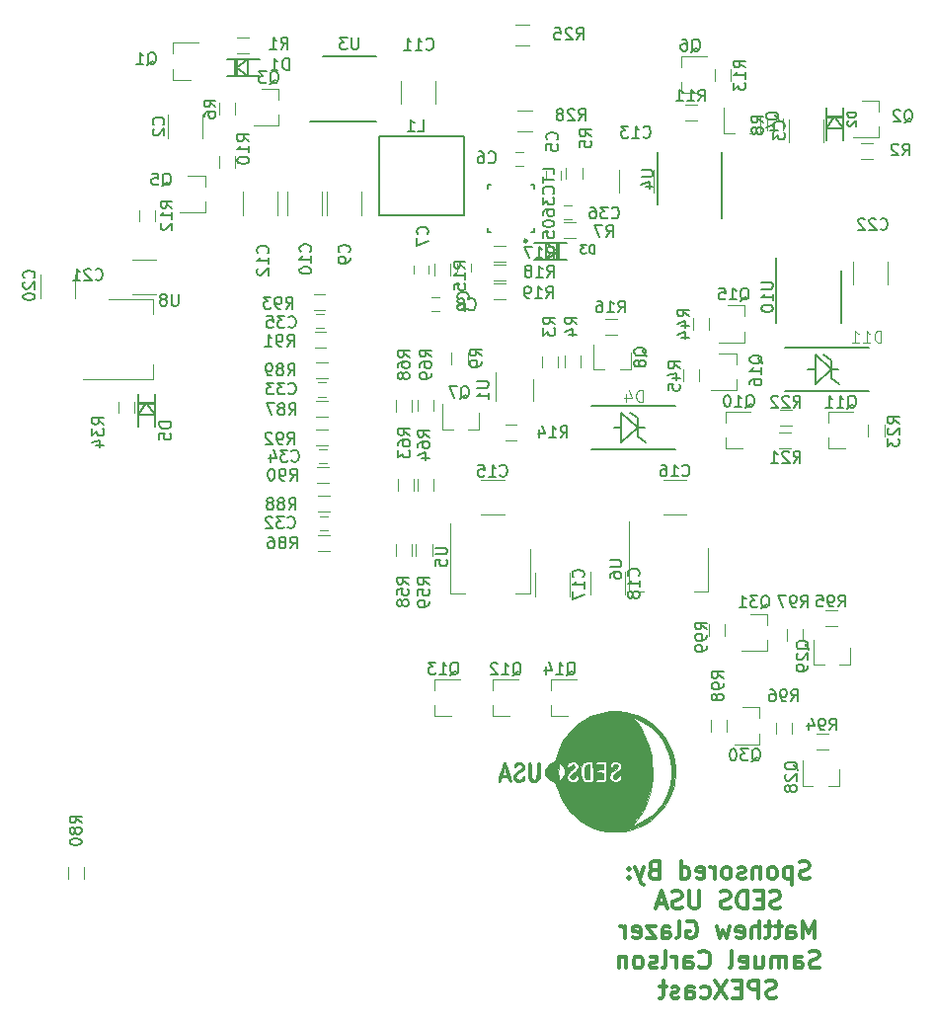
<source format=gbr>
G04 #@! TF.GenerationSoftware,KiCad,Pcbnew,(2017-07-31 revision 67ae5935d)-makepkg*
G04 #@! TF.CreationDate,2018-05-29T16:44:51-04:00*
G04 #@! TF.ProjectId,MainboardRev1,4D61696E626F617264526576312E6B69,rev?*
G04 #@! TF.SameCoordinates,Original*
G04 #@! TF.FileFunction,Legend,Bot*
G04 #@! TF.FilePolarity,Positive*
%FSLAX46Y46*%
G04 Gerber Fmt 4.6, Leading zero omitted, Abs format (unit mm)*
G04 Created by KiCad (PCBNEW (2017-07-31 revision 67ae5935d)-makepkg) date 05/29/18 16:44:51*
%MOMM*%
%LPD*%
G01*
G04 APERTURE LIST*
%ADD10C,0.300000*%
%ADD11C,0.150000*%
%ADD12C,0.120000*%
%ADD13C,0.250000*%
%ADD14C,0.152400*%
%ADD15C,0.010000*%
%ADD16C,0.125000*%
G04 APERTURE END LIST*
D10*
X120775714Y-127077142D02*
X120561428Y-127148571D01*
X120204285Y-127148571D01*
X120061428Y-127077142D01*
X119990000Y-127005714D01*
X119918571Y-126862857D01*
X119918571Y-126720000D01*
X119990000Y-126577142D01*
X120061428Y-126505714D01*
X120204285Y-126434285D01*
X120490000Y-126362857D01*
X120632857Y-126291428D01*
X120704285Y-126220000D01*
X120775714Y-126077142D01*
X120775714Y-125934285D01*
X120704285Y-125791428D01*
X120632857Y-125720000D01*
X120490000Y-125648571D01*
X120132857Y-125648571D01*
X119918571Y-125720000D01*
X119275714Y-126148571D02*
X119275714Y-127648571D01*
X119275714Y-126220000D02*
X119132857Y-126148571D01*
X118847142Y-126148571D01*
X118704285Y-126220000D01*
X118632857Y-126291428D01*
X118561428Y-126434285D01*
X118561428Y-126862857D01*
X118632857Y-127005714D01*
X118704285Y-127077142D01*
X118847142Y-127148571D01*
X119132857Y-127148571D01*
X119275714Y-127077142D01*
X117704285Y-127148571D02*
X117847142Y-127077142D01*
X117918571Y-127005714D01*
X117990000Y-126862857D01*
X117990000Y-126434285D01*
X117918571Y-126291428D01*
X117847142Y-126220000D01*
X117704285Y-126148571D01*
X117490000Y-126148571D01*
X117347142Y-126220000D01*
X117275714Y-126291428D01*
X117204285Y-126434285D01*
X117204285Y-126862857D01*
X117275714Y-127005714D01*
X117347142Y-127077142D01*
X117490000Y-127148571D01*
X117704285Y-127148571D01*
X116561428Y-126148571D02*
X116561428Y-127148571D01*
X116561428Y-126291428D02*
X116490000Y-126220000D01*
X116347142Y-126148571D01*
X116132857Y-126148571D01*
X115990000Y-126220000D01*
X115918571Y-126362857D01*
X115918571Y-127148571D01*
X115275714Y-127077142D02*
X115132857Y-127148571D01*
X114847142Y-127148571D01*
X114704285Y-127077142D01*
X114632857Y-126934285D01*
X114632857Y-126862857D01*
X114704285Y-126720000D01*
X114847142Y-126648571D01*
X115061428Y-126648571D01*
X115204285Y-126577142D01*
X115275714Y-126434285D01*
X115275714Y-126362857D01*
X115204285Y-126220000D01*
X115061428Y-126148571D01*
X114847142Y-126148571D01*
X114704285Y-126220000D01*
X113775714Y-127148571D02*
X113918571Y-127077142D01*
X113990000Y-127005714D01*
X114061428Y-126862857D01*
X114061428Y-126434285D01*
X113990000Y-126291428D01*
X113918571Y-126220000D01*
X113775714Y-126148571D01*
X113561428Y-126148571D01*
X113418571Y-126220000D01*
X113347142Y-126291428D01*
X113275714Y-126434285D01*
X113275714Y-126862857D01*
X113347142Y-127005714D01*
X113418571Y-127077142D01*
X113561428Y-127148571D01*
X113775714Y-127148571D01*
X112632857Y-127148571D02*
X112632857Y-126148571D01*
X112632857Y-126434285D02*
X112561428Y-126291428D01*
X112490000Y-126220000D01*
X112347142Y-126148571D01*
X112204285Y-126148571D01*
X111132857Y-127077142D02*
X111275714Y-127148571D01*
X111561428Y-127148571D01*
X111704285Y-127077142D01*
X111775714Y-126934285D01*
X111775714Y-126362857D01*
X111704285Y-126220000D01*
X111561428Y-126148571D01*
X111275714Y-126148571D01*
X111132857Y-126220000D01*
X111061428Y-126362857D01*
X111061428Y-126505714D01*
X111775714Y-126648571D01*
X109775714Y-127148571D02*
X109775714Y-125648571D01*
X109775714Y-127077142D02*
X109918571Y-127148571D01*
X110204285Y-127148571D01*
X110347142Y-127077142D01*
X110418571Y-127005714D01*
X110490000Y-126862857D01*
X110490000Y-126434285D01*
X110418571Y-126291428D01*
X110347142Y-126220000D01*
X110204285Y-126148571D01*
X109918571Y-126148571D01*
X109775714Y-126220000D01*
X107418571Y-126362857D02*
X107204285Y-126434285D01*
X107132857Y-126505714D01*
X107061428Y-126648571D01*
X107061428Y-126862857D01*
X107132857Y-127005714D01*
X107204285Y-127077142D01*
X107347142Y-127148571D01*
X107918571Y-127148571D01*
X107918571Y-125648571D01*
X107418571Y-125648571D01*
X107275714Y-125720000D01*
X107204285Y-125791428D01*
X107132857Y-125934285D01*
X107132857Y-126077142D01*
X107204285Y-126220000D01*
X107275714Y-126291428D01*
X107418571Y-126362857D01*
X107918571Y-126362857D01*
X106561428Y-126148571D02*
X106204285Y-127148571D01*
X105847142Y-126148571D02*
X106204285Y-127148571D01*
X106347142Y-127505714D01*
X106418571Y-127577142D01*
X106561428Y-127648571D01*
X105275714Y-127005714D02*
X105204285Y-127077142D01*
X105275714Y-127148571D01*
X105347142Y-127077142D01*
X105275714Y-127005714D01*
X105275714Y-127148571D01*
X105275714Y-126220000D02*
X105204285Y-126291428D01*
X105275714Y-126362857D01*
X105347142Y-126291428D01*
X105275714Y-126220000D01*
X105275714Y-126362857D01*
X118275714Y-129627142D02*
X118061428Y-129698571D01*
X117704285Y-129698571D01*
X117561428Y-129627142D01*
X117490000Y-129555714D01*
X117418571Y-129412857D01*
X117418571Y-129270000D01*
X117490000Y-129127142D01*
X117561428Y-129055714D01*
X117704285Y-128984285D01*
X117990000Y-128912857D01*
X118132857Y-128841428D01*
X118204285Y-128770000D01*
X118275714Y-128627142D01*
X118275714Y-128484285D01*
X118204285Y-128341428D01*
X118132857Y-128270000D01*
X117990000Y-128198571D01*
X117632857Y-128198571D01*
X117418571Y-128270000D01*
X116775714Y-128912857D02*
X116275714Y-128912857D01*
X116061428Y-129698571D02*
X116775714Y-129698571D01*
X116775714Y-128198571D01*
X116061428Y-128198571D01*
X115418571Y-129698571D02*
X115418571Y-128198571D01*
X115061428Y-128198571D01*
X114847142Y-128270000D01*
X114704285Y-128412857D01*
X114632857Y-128555714D01*
X114561428Y-128841428D01*
X114561428Y-129055714D01*
X114632857Y-129341428D01*
X114704285Y-129484285D01*
X114847142Y-129627142D01*
X115061428Y-129698571D01*
X115418571Y-129698571D01*
X113990000Y-129627142D02*
X113775714Y-129698571D01*
X113418571Y-129698571D01*
X113275714Y-129627142D01*
X113204285Y-129555714D01*
X113132857Y-129412857D01*
X113132857Y-129270000D01*
X113204285Y-129127142D01*
X113275714Y-129055714D01*
X113418571Y-128984285D01*
X113704285Y-128912857D01*
X113847142Y-128841428D01*
X113918571Y-128770000D01*
X113990000Y-128627142D01*
X113990000Y-128484285D01*
X113918571Y-128341428D01*
X113847142Y-128270000D01*
X113704285Y-128198571D01*
X113347142Y-128198571D01*
X113132857Y-128270000D01*
X111347142Y-128198571D02*
X111347142Y-129412857D01*
X111275714Y-129555714D01*
X111204285Y-129627142D01*
X111061428Y-129698571D01*
X110775714Y-129698571D01*
X110632857Y-129627142D01*
X110561428Y-129555714D01*
X110490000Y-129412857D01*
X110490000Y-128198571D01*
X109847142Y-129627142D02*
X109632857Y-129698571D01*
X109275714Y-129698571D01*
X109132857Y-129627142D01*
X109061428Y-129555714D01*
X108990000Y-129412857D01*
X108990000Y-129270000D01*
X109061428Y-129127142D01*
X109132857Y-129055714D01*
X109275714Y-128984285D01*
X109561428Y-128912857D01*
X109704285Y-128841428D01*
X109775714Y-128770000D01*
X109847142Y-128627142D01*
X109847142Y-128484285D01*
X109775714Y-128341428D01*
X109704285Y-128270000D01*
X109561428Y-128198571D01*
X109204285Y-128198571D01*
X108990000Y-128270000D01*
X108418571Y-129270000D02*
X107704285Y-129270000D01*
X108561428Y-129698571D02*
X108061428Y-128198571D01*
X107561428Y-129698571D01*
X121240000Y-132248571D02*
X121240000Y-130748571D01*
X120740000Y-131820000D01*
X120240000Y-130748571D01*
X120240000Y-132248571D01*
X118882857Y-132248571D02*
X118882857Y-131462857D01*
X118954285Y-131320000D01*
X119097142Y-131248571D01*
X119382857Y-131248571D01*
X119525714Y-131320000D01*
X118882857Y-132177142D02*
X119025714Y-132248571D01*
X119382857Y-132248571D01*
X119525714Y-132177142D01*
X119597142Y-132034285D01*
X119597142Y-131891428D01*
X119525714Y-131748571D01*
X119382857Y-131677142D01*
X119025714Y-131677142D01*
X118882857Y-131605714D01*
X118382857Y-131248571D02*
X117811428Y-131248571D01*
X118168571Y-130748571D02*
X118168571Y-132034285D01*
X118097142Y-132177142D01*
X117954285Y-132248571D01*
X117811428Y-132248571D01*
X117525714Y-131248571D02*
X116954285Y-131248571D01*
X117311428Y-130748571D02*
X117311428Y-132034285D01*
X117240000Y-132177142D01*
X117097142Y-132248571D01*
X116954285Y-132248571D01*
X116454285Y-132248571D02*
X116454285Y-130748571D01*
X115811428Y-132248571D02*
X115811428Y-131462857D01*
X115882857Y-131320000D01*
X116025714Y-131248571D01*
X116240000Y-131248571D01*
X116382857Y-131320000D01*
X116454285Y-131391428D01*
X114525714Y-132177142D02*
X114668571Y-132248571D01*
X114954285Y-132248571D01*
X115097142Y-132177142D01*
X115168571Y-132034285D01*
X115168571Y-131462857D01*
X115097142Y-131320000D01*
X114954285Y-131248571D01*
X114668571Y-131248571D01*
X114525714Y-131320000D01*
X114454285Y-131462857D01*
X114454285Y-131605714D01*
X115168571Y-131748571D01*
X113954285Y-131248571D02*
X113668571Y-132248571D01*
X113382857Y-131534285D01*
X113097142Y-132248571D01*
X112811428Y-131248571D01*
X110311428Y-130820000D02*
X110454285Y-130748571D01*
X110668571Y-130748571D01*
X110882857Y-130820000D01*
X111025714Y-130962857D01*
X111097142Y-131105714D01*
X111168571Y-131391428D01*
X111168571Y-131605714D01*
X111097142Y-131891428D01*
X111025714Y-132034285D01*
X110882857Y-132177142D01*
X110668571Y-132248571D01*
X110525714Y-132248571D01*
X110311428Y-132177142D01*
X110240000Y-132105714D01*
X110240000Y-131605714D01*
X110525714Y-131605714D01*
X109382857Y-132248571D02*
X109525714Y-132177142D01*
X109597142Y-132034285D01*
X109597142Y-130748571D01*
X108168571Y-132248571D02*
X108168571Y-131462857D01*
X108240000Y-131320000D01*
X108382857Y-131248571D01*
X108668571Y-131248571D01*
X108811428Y-131320000D01*
X108168571Y-132177142D02*
X108311428Y-132248571D01*
X108668571Y-132248571D01*
X108811428Y-132177142D01*
X108882857Y-132034285D01*
X108882857Y-131891428D01*
X108811428Y-131748571D01*
X108668571Y-131677142D01*
X108311428Y-131677142D01*
X108168571Y-131605714D01*
X107597142Y-131248571D02*
X106811428Y-131248571D01*
X107597142Y-132248571D01*
X106811428Y-132248571D01*
X105668571Y-132177142D02*
X105811428Y-132248571D01*
X106097142Y-132248571D01*
X106240000Y-132177142D01*
X106311428Y-132034285D01*
X106311428Y-131462857D01*
X106240000Y-131320000D01*
X106097142Y-131248571D01*
X105811428Y-131248571D01*
X105668571Y-131320000D01*
X105597142Y-131462857D01*
X105597142Y-131605714D01*
X106311428Y-131748571D01*
X104954285Y-132248571D02*
X104954285Y-131248571D01*
X104954285Y-131534285D02*
X104882857Y-131391428D01*
X104811428Y-131320000D01*
X104668571Y-131248571D01*
X104525714Y-131248571D01*
X121632857Y-134727142D02*
X121418571Y-134798571D01*
X121061428Y-134798571D01*
X120918571Y-134727142D01*
X120847142Y-134655714D01*
X120775714Y-134512857D01*
X120775714Y-134370000D01*
X120847142Y-134227142D01*
X120918571Y-134155714D01*
X121061428Y-134084285D01*
X121347142Y-134012857D01*
X121490000Y-133941428D01*
X121561428Y-133870000D01*
X121632857Y-133727142D01*
X121632857Y-133584285D01*
X121561428Y-133441428D01*
X121490000Y-133370000D01*
X121347142Y-133298571D01*
X120990000Y-133298571D01*
X120775714Y-133370000D01*
X119490000Y-134798571D02*
X119490000Y-134012857D01*
X119561428Y-133870000D01*
X119704285Y-133798571D01*
X119990000Y-133798571D01*
X120132857Y-133870000D01*
X119490000Y-134727142D02*
X119632857Y-134798571D01*
X119990000Y-134798571D01*
X120132857Y-134727142D01*
X120204285Y-134584285D01*
X120204285Y-134441428D01*
X120132857Y-134298571D01*
X119990000Y-134227142D01*
X119632857Y-134227142D01*
X119490000Y-134155714D01*
X118775714Y-134798571D02*
X118775714Y-133798571D01*
X118775714Y-133941428D02*
X118704285Y-133870000D01*
X118561428Y-133798571D01*
X118347142Y-133798571D01*
X118204285Y-133870000D01*
X118132857Y-134012857D01*
X118132857Y-134798571D01*
X118132857Y-134012857D02*
X118061428Y-133870000D01*
X117918571Y-133798571D01*
X117704285Y-133798571D01*
X117561428Y-133870000D01*
X117490000Y-134012857D01*
X117490000Y-134798571D01*
X116132857Y-133798571D02*
X116132857Y-134798571D01*
X116775714Y-133798571D02*
X116775714Y-134584285D01*
X116704285Y-134727142D01*
X116561428Y-134798571D01*
X116347142Y-134798571D01*
X116204285Y-134727142D01*
X116132857Y-134655714D01*
X114847142Y-134727142D02*
X114990000Y-134798571D01*
X115275714Y-134798571D01*
X115418571Y-134727142D01*
X115490000Y-134584285D01*
X115490000Y-134012857D01*
X115418571Y-133870000D01*
X115275714Y-133798571D01*
X114990000Y-133798571D01*
X114847142Y-133870000D01*
X114775714Y-134012857D01*
X114775714Y-134155714D01*
X115490000Y-134298571D01*
X113918571Y-134798571D02*
X114061428Y-134727142D01*
X114132857Y-134584285D01*
X114132857Y-133298571D01*
X111347142Y-134655714D02*
X111418571Y-134727142D01*
X111632857Y-134798571D01*
X111775714Y-134798571D01*
X111990000Y-134727142D01*
X112132857Y-134584285D01*
X112204285Y-134441428D01*
X112275714Y-134155714D01*
X112275714Y-133941428D01*
X112204285Y-133655714D01*
X112132857Y-133512857D01*
X111990000Y-133370000D01*
X111775714Y-133298571D01*
X111632857Y-133298571D01*
X111418571Y-133370000D01*
X111347142Y-133441428D01*
X110061428Y-134798571D02*
X110061428Y-134012857D01*
X110132857Y-133870000D01*
X110275714Y-133798571D01*
X110561428Y-133798571D01*
X110704285Y-133870000D01*
X110061428Y-134727142D02*
X110204285Y-134798571D01*
X110561428Y-134798571D01*
X110704285Y-134727142D01*
X110775714Y-134584285D01*
X110775714Y-134441428D01*
X110704285Y-134298571D01*
X110561428Y-134227142D01*
X110204285Y-134227142D01*
X110061428Y-134155714D01*
X109347142Y-134798571D02*
X109347142Y-133798571D01*
X109347142Y-134084285D02*
X109275714Y-133941428D01*
X109204285Y-133870000D01*
X109061428Y-133798571D01*
X108918571Y-133798571D01*
X108204285Y-134798571D02*
X108347142Y-134727142D01*
X108418571Y-134584285D01*
X108418571Y-133298571D01*
X107704285Y-134727142D02*
X107561428Y-134798571D01*
X107275714Y-134798571D01*
X107132857Y-134727142D01*
X107061428Y-134584285D01*
X107061428Y-134512857D01*
X107132857Y-134370000D01*
X107275714Y-134298571D01*
X107490000Y-134298571D01*
X107632857Y-134227142D01*
X107704285Y-134084285D01*
X107704285Y-134012857D01*
X107632857Y-133870000D01*
X107490000Y-133798571D01*
X107275714Y-133798571D01*
X107132857Y-133870000D01*
X106204285Y-134798571D02*
X106347142Y-134727142D01*
X106418571Y-134655714D01*
X106490000Y-134512857D01*
X106490000Y-134084285D01*
X106418571Y-133941428D01*
X106347142Y-133870000D01*
X106204285Y-133798571D01*
X105990000Y-133798571D01*
X105847142Y-133870000D01*
X105775714Y-133941428D01*
X105704285Y-134084285D01*
X105704285Y-134512857D01*
X105775714Y-134655714D01*
X105847142Y-134727142D01*
X105990000Y-134798571D01*
X106204285Y-134798571D01*
X105061428Y-133798571D02*
X105061428Y-134798571D01*
X105061428Y-133941428D02*
X104990000Y-133870000D01*
X104847142Y-133798571D01*
X104632857Y-133798571D01*
X104490000Y-133870000D01*
X104418571Y-134012857D01*
X104418571Y-134798571D01*
X117918571Y-137277142D02*
X117704285Y-137348571D01*
X117347142Y-137348571D01*
X117204285Y-137277142D01*
X117132857Y-137205714D01*
X117061428Y-137062857D01*
X117061428Y-136920000D01*
X117132857Y-136777142D01*
X117204285Y-136705714D01*
X117347142Y-136634285D01*
X117632857Y-136562857D01*
X117775714Y-136491428D01*
X117847142Y-136420000D01*
X117918571Y-136277142D01*
X117918571Y-136134285D01*
X117847142Y-135991428D01*
X117775714Y-135920000D01*
X117632857Y-135848571D01*
X117275714Y-135848571D01*
X117061428Y-135920000D01*
X116418571Y-137348571D02*
X116418571Y-135848571D01*
X115847142Y-135848571D01*
X115704285Y-135920000D01*
X115632857Y-135991428D01*
X115561428Y-136134285D01*
X115561428Y-136348571D01*
X115632857Y-136491428D01*
X115704285Y-136562857D01*
X115847142Y-136634285D01*
X116418571Y-136634285D01*
X114918571Y-136562857D02*
X114418571Y-136562857D01*
X114204285Y-137348571D02*
X114918571Y-137348571D01*
X114918571Y-135848571D01*
X114204285Y-135848571D01*
X113704285Y-135848571D02*
X112704285Y-137348571D01*
X112704285Y-135848571D02*
X113704285Y-137348571D01*
X111490000Y-137277142D02*
X111632857Y-137348571D01*
X111918571Y-137348571D01*
X112061428Y-137277142D01*
X112132857Y-137205714D01*
X112204285Y-137062857D01*
X112204285Y-136634285D01*
X112132857Y-136491428D01*
X112061428Y-136420000D01*
X111918571Y-136348571D01*
X111632857Y-136348571D01*
X111490000Y-136420000D01*
X110204285Y-137348571D02*
X110204285Y-136562857D01*
X110275714Y-136420000D01*
X110418571Y-136348571D01*
X110704285Y-136348571D01*
X110847142Y-136420000D01*
X110204285Y-137277142D02*
X110347142Y-137348571D01*
X110704285Y-137348571D01*
X110847142Y-137277142D01*
X110918571Y-137134285D01*
X110918571Y-136991428D01*
X110847142Y-136848571D01*
X110704285Y-136777142D01*
X110347142Y-136777142D01*
X110204285Y-136705714D01*
X109561428Y-137277142D02*
X109418571Y-137348571D01*
X109132857Y-137348571D01*
X108990000Y-137277142D01*
X108918571Y-137134285D01*
X108918571Y-137062857D01*
X108990000Y-136920000D01*
X109132857Y-136848571D01*
X109347142Y-136848571D01*
X109490000Y-136777142D01*
X109561428Y-136634285D01*
X109561428Y-136562857D01*
X109490000Y-136420000D01*
X109347142Y-136348571D01*
X109132857Y-136348571D01*
X108990000Y-136420000D01*
X108490000Y-136348571D02*
X107918571Y-136348571D01*
X108275714Y-135848571D02*
X108275714Y-137134285D01*
X108204285Y-137277142D01*
X108061428Y-137348571D01*
X107918571Y-137348571D01*
D11*
X63930000Y-86370000D02*
X64630000Y-87370000D01*
X64630000Y-87370000D02*
X63230000Y-87370000D01*
X63230000Y-87370000D02*
X63940000Y-86360000D01*
X64630000Y-86440000D02*
X63240000Y-86440000D01*
X64630000Y-86310000D02*
X63240000Y-86310000D01*
X63230000Y-88390000D02*
X63230000Y-85590000D01*
X64630000Y-88390000D02*
X64630000Y-85590000D01*
X79090000Y-56655000D02*
X83590000Y-56655000D01*
X77965000Y-62205000D02*
X83590000Y-62205000D01*
D12*
X65770000Y-63640000D02*
X65770000Y-61640000D01*
X68730000Y-61640000D02*
X68730000Y-63640000D01*
X119030000Y-64020000D02*
X119030000Y-62020000D01*
X121990000Y-62020000D02*
X121990000Y-64020000D01*
X90550000Y-74400000D02*
X90550000Y-75100000D01*
X91750000Y-75100000D02*
X91750000Y-74400000D01*
X98220000Y-66480000D02*
X98220000Y-67180000D01*
X99420000Y-67180000D02*
X99420000Y-66480000D01*
X96280000Y-64830000D02*
X95580000Y-64830000D01*
X95580000Y-66030000D02*
X96280000Y-66030000D01*
X86880000Y-74585000D02*
X86880000Y-75285000D01*
X88080000Y-75285000D02*
X88080000Y-74585000D01*
X89025000Y-77250000D02*
X88325000Y-77250000D01*
X88325000Y-78450000D02*
X89025000Y-78450000D01*
X76020000Y-70250000D02*
X76020000Y-68250000D01*
X78980000Y-68250000D02*
X78980000Y-70250000D01*
X78760000Y-97240000D02*
X79460000Y-97240000D01*
X79460000Y-96040000D02*
X78760000Y-96040000D01*
X78610000Y-85790000D02*
X79310000Y-85790000D01*
X79310000Y-84590000D02*
X78610000Y-84590000D01*
X78690000Y-91530000D02*
X79390000Y-91530000D01*
X79390000Y-90330000D02*
X78690000Y-90330000D01*
X78470000Y-79940000D02*
X79170000Y-79940000D01*
X79170000Y-78740000D02*
X78470000Y-78740000D01*
D11*
X71610000Y-57600000D02*
X72610000Y-56900000D01*
X72610000Y-56900000D02*
X72610000Y-58300000D01*
X72610000Y-58300000D02*
X71600000Y-57590000D01*
X71680000Y-56900000D02*
X71680000Y-58290000D01*
X71550000Y-56900000D02*
X71550000Y-58290000D01*
X73630000Y-58300000D02*
X70830000Y-58300000D01*
X73630000Y-56900000D02*
X70830000Y-56900000D01*
X122940000Y-61820000D02*
X123640000Y-62820000D01*
X123640000Y-62820000D02*
X122240000Y-62820000D01*
X122240000Y-62820000D02*
X122950000Y-61810000D01*
X123640000Y-61890000D02*
X122250000Y-61890000D01*
X123640000Y-61760000D02*
X122250000Y-61760000D01*
X122240000Y-63840000D02*
X122240000Y-61040000D01*
X123640000Y-63840000D02*
X123640000Y-61040000D01*
X99220000Y-73340000D02*
X98220000Y-74040000D01*
X98220000Y-74040000D02*
X98220000Y-72640000D01*
X98220000Y-72640000D02*
X99230000Y-73350000D01*
X99150000Y-74040000D02*
X99150000Y-72650000D01*
X99280000Y-74040000D02*
X99280000Y-72650000D01*
X97200000Y-72640000D02*
X100000000Y-72640000D01*
X97200000Y-74040000D02*
X100000000Y-74040000D01*
X102060000Y-86580000D02*
X109260000Y-86580000D01*
X102060000Y-90280000D02*
X109260000Y-90280000D01*
X104660000Y-88430000D02*
X104060000Y-88420000D01*
X106060000Y-88430000D02*
X106660000Y-88430000D01*
X106060000Y-87630000D02*
X105360000Y-87180000D01*
X106060000Y-87630000D02*
X106060000Y-89230000D01*
X106060000Y-89230000D02*
X106760000Y-89680000D01*
X104660000Y-89680000D02*
X104660000Y-87180000D01*
X104660000Y-87180000D02*
X106060000Y-88430000D01*
X106060000Y-88430000D02*
X104660000Y-89680000D01*
X118660000Y-81610000D02*
X125860000Y-81610000D01*
X118660000Y-85310000D02*
X125860000Y-85310000D01*
X121260000Y-83460000D02*
X120660000Y-83450000D01*
X122660000Y-83460000D02*
X123260000Y-83460000D01*
X122660000Y-82660000D02*
X121960000Y-82210000D01*
X122660000Y-82660000D02*
X122660000Y-84260000D01*
X122660000Y-84260000D02*
X123360000Y-84710000D01*
X121260000Y-84710000D02*
X121260000Y-82210000D01*
X121260000Y-82210000D02*
X122660000Y-83460000D01*
X122660000Y-83460000D02*
X121260000Y-84710000D01*
X91190000Y-63460000D02*
X91190000Y-70260000D01*
X83890000Y-70260000D02*
X83890000Y-63460000D01*
X91190000Y-70260000D02*
X83890000Y-70260000D01*
X91190000Y-63460000D02*
X83890000Y-63460000D01*
D12*
X66210000Y-58610000D02*
X66210000Y-57680000D01*
X66210000Y-55450000D02*
X66210000Y-56380000D01*
X66210000Y-55450000D02*
X68370000Y-55450000D01*
X66210000Y-58610000D02*
X67670000Y-58610000D01*
X126700000Y-60410000D02*
X126700000Y-61340000D01*
X126700000Y-63570000D02*
X126700000Y-62640000D01*
X126700000Y-63570000D02*
X124540000Y-63570000D01*
X126700000Y-60410000D02*
X125240000Y-60410000D01*
X75250000Y-59410000D02*
X75250000Y-60340000D01*
X75250000Y-62570000D02*
X75250000Y-61640000D01*
X75250000Y-62570000D02*
X73090000Y-62570000D01*
X75250000Y-59410000D02*
X73790000Y-59410000D01*
X116590000Y-63220000D02*
X115660000Y-63220000D01*
X113430000Y-63220000D02*
X114360000Y-63220000D01*
X113430000Y-63220000D02*
X113430000Y-61060000D01*
X116590000Y-63220000D02*
X116590000Y-61760000D01*
X68953200Y-66849000D02*
X68953200Y-67779000D01*
X68953200Y-70009000D02*
X68953200Y-69079000D01*
X68953200Y-70009000D02*
X66793200Y-70009000D01*
X68953200Y-66849000D02*
X67493200Y-66849000D01*
X109790000Y-59780000D02*
X109790000Y-58850000D01*
X109790000Y-56620000D02*
X109790000Y-57550000D01*
X109790000Y-56620000D02*
X111950000Y-56620000D01*
X109790000Y-59780000D02*
X111250000Y-59780000D01*
X92470000Y-88620000D02*
X91540000Y-88620000D01*
X89310000Y-88620000D02*
X90240000Y-88620000D01*
X89310000Y-88620000D02*
X89310000Y-86460000D01*
X92470000Y-88620000D02*
X92470000Y-87160000D01*
X105440000Y-83480000D02*
X104510000Y-83480000D01*
X102280000Y-83480000D02*
X103210000Y-83480000D01*
X102280000Y-83480000D02*
X102280000Y-81320000D01*
X105440000Y-83480000D02*
X105440000Y-82020000D01*
X113590000Y-90260000D02*
X113590000Y-89330000D01*
X113590000Y-87100000D02*
X113590000Y-88030000D01*
X113590000Y-87100000D02*
X115750000Y-87100000D01*
X113590000Y-90260000D02*
X115050000Y-90260000D01*
X122390000Y-90250000D02*
X122390000Y-89320000D01*
X122390000Y-87090000D02*
X122390000Y-88020000D01*
X122390000Y-87090000D02*
X124550000Y-87090000D01*
X122390000Y-90250000D02*
X123850000Y-90250000D01*
X93630000Y-113210000D02*
X93630000Y-112280000D01*
X93630000Y-110050000D02*
X93630000Y-110980000D01*
X93630000Y-110050000D02*
X95790000Y-110050000D01*
X93630000Y-113210000D02*
X95090000Y-113210000D01*
X88630000Y-113210000D02*
X88630000Y-112280000D01*
X88630000Y-110050000D02*
X88630000Y-110980000D01*
X88630000Y-110050000D02*
X90790000Y-110050000D01*
X88630000Y-113210000D02*
X90090000Y-113210000D01*
X98630000Y-113210000D02*
X98630000Y-112280000D01*
X98630000Y-110050000D02*
X98630000Y-110980000D01*
X98630000Y-110050000D02*
X100790000Y-110050000D01*
X98630000Y-113210000D02*
X100090000Y-113210000D01*
X115200000Y-77970000D02*
X115200000Y-78900000D01*
X115200000Y-81130000D02*
X115200000Y-80200000D01*
X115200000Y-81130000D02*
X113040000Y-81130000D01*
X115200000Y-77970000D02*
X113740000Y-77970000D01*
X114500000Y-82100000D02*
X114500000Y-83030000D01*
X114500000Y-85260000D02*
X114500000Y-84330000D01*
X114500000Y-85260000D02*
X112340000Y-85260000D01*
X114500000Y-82100000D02*
X113040000Y-82100000D01*
X72690000Y-55020000D02*
X71690000Y-55020000D01*
X71690000Y-56380000D02*
X72690000Y-56380000D01*
X126230000Y-64080000D02*
X125230000Y-64080000D01*
X125230000Y-65440000D02*
X126230000Y-65440000D01*
X99190000Y-83320000D02*
X99190000Y-82320000D01*
X97830000Y-82320000D02*
X97830000Y-83320000D01*
X99760000Y-82280000D02*
X99760000Y-83280000D01*
X101120000Y-83280000D02*
X101120000Y-82280000D01*
X99920000Y-66150000D02*
X99920000Y-67150000D01*
X101280000Y-67150000D02*
X101280000Y-66150000D01*
X71540000Y-61630000D02*
X71540000Y-60630000D01*
X70180000Y-60630000D02*
X70180000Y-61630000D01*
X100690000Y-70850000D02*
X99690000Y-70850000D01*
X99690000Y-72210000D02*
X100690000Y-72210000D01*
X118480000Y-62980000D02*
X118480000Y-61980000D01*
X117120000Y-61980000D02*
X117120000Y-62980000D01*
X91460000Y-83020000D02*
X91460000Y-82020000D01*
X90100000Y-82020000D02*
X90100000Y-83020000D01*
X71540000Y-66160400D02*
X71540000Y-65160400D01*
X70180000Y-65160400D02*
X70180000Y-66160400D01*
X110120000Y-62140000D02*
X111120000Y-62140000D01*
X111120000Y-60780000D02*
X110120000Y-60780000D01*
X63330000Y-69790000D02*
X63330000Y-70790000D01*
X64690000Y-70790000D02*
X64690000Y-69790000D01*
X114000000Y-58720000D02*
X114000000Y-57720000D01*
X112640000Y-57720000D02*
X112640000Y-58720000D01*
X94690000Y-89590000D02*
X95690000Y-89590000D01*
X95690000Y-88230000D02*
X94690000Y-88230000D01*
X88600000Y-74375000D02*
X88600000Y-75375000D01*
X89960000Y-75375000D02*
X89960000Y-74375000D01*
X103270000Y-80480000D02*
X104270000Y-80480000D01*
X104270000Y-79120000D02*
X103270000Y-79120000D01*
X94700000Y-72855000D02*
X93700000Y-72855000D01*
X93700000Y-74215000D02*
X94700000Y-74215000D01*
X93700000Y-75855000D02*
X94700000Y-75855000D01*
X94700000Y-74495000D02*
X93700000Y-74495000D01*
X94700000Y-76120000D02*
X93700000Y-76120000D01*
X93700000Y-77480000D02*
X94700000Y-77480000D01*
X118210000Y-90210000D02*
X119210000Y-90210000D01*
X119210000Y-88850000D02*
X118210000Y-88850000D01*
X119250000Y-86940000D02*
X118250000Y-86940000D01*
X118250000Y-88300000D02*
X119250000Y-88300000D01*
X127190000Y-89230000D02*
X127190000Y-88230000D01*
X125830000Y-88230000D02*
X125830000Y-89230000D01*
X95573080Y-55694600D02*
X96773080Y-55694600D01*
X96773080Y-53934600D02*
X95573080Y-53934600D01*
X95770000Y-63020000D02*
X96970000Y-63020000D01*
X96970000Y-61260000D02*
X95770000Y-61260000D01*
X62860000Y-87220000D02*
X62860000Y-86220000D01*
X61500000Y-86220000D02*
X61500000Y-87220000D01*
X112140000Y-80050000D02*
X112140000Y-79050000D01*
X110780000Y-79050000D02*
X110780000Y-80050000D01*
X109980000Y-83440000D02*
X109980000Y-84440000D01*
X111340000Y-84440000D02*
X111340000Y-83440000D01*
X85290000Y-98460000D02*
X85290000Y-99460000D01*
X86650000Y-99460000D02*
X86650000Y-98460000D01*
X88410000Y-99440000D02*
X88410000Y-98440000D01*
X87050000Y-98440000D02*
X87050000Y-99440000D01*
X86830000Y-93840000D02*
X86830000Y-92840000D01*
X85470000Y-92840000D02*
X85470000Y-93840000D01*
X87190000Y-92870000D02*
X87190000Y-93870000D01*
X88550000Y-93870000D02*
X88550000Y-92870000D01*
X86710000Y-87100000D02*
X86710000Y-86100000D01*
X85350000Y-86100000D02*
X85350000Y-87100000D01*
X87140000Y-86040000D02*
X87140000Y-87040000D01*
X88500000Y-87040000D02*
X88500000Y-86040000D01*
X57230000Y-126110000D02*
X57230000Y-127110000D01*
X58590000Y-127110000D02*
X58590000Y-126110000D01*
X78650000Y-99010000D02*
X79650000Y-99010000D01*
X79650000Y-97650000D02*
X78650000Y-97650000D01*
X78440000Y-87540000D02*
X79440000Y-87540000D01*
X79440000Y-86180000D02*
X78440000Y-86180000D01*
X78610000Y-95640000D02*
X79610000Y-95640000D01*
X79610000Y-94280000D02*
X78610000Y-94280000D01*
X78480000Y-84200000D02*
X79480000Y-84200000D01*
X79480000Y-82840000D02*
X78480000Y-82840000D01*
X78570000Y-93200000D02*
X79570000Y-93200000D01*
X79570000Y-91840000D02*
X78570000Y-91840000D01*
X78340000Y-81620000D02*
X79340000Y-81620000D01*
X79340000Y-80260000D02*
X78340000Y-80260000D01*
X97060000Y-84340000D02*
X97060000Y-86140000D01*
X93840000Y-86140000D02*
X93840000Y-83690000D01*
D13*
X96551655Y-72440000D02*
G75*
G03X96551655Y-72440000I-121655J0D01*
G01*
D14*
X96897200Y-67643400D02*
X97176600Y-67643400D01*
X93163400Y-67922800D02*
X93163400Y-67643400D01*
X93442800Y-71656600D02*
X93163400Y-71656600D01*
X97176600Y-71377200D02*
X97176600Y-71656600D01*
X93163400Y-71656600D02*
X93163400Y-71377200D01*
X93163400Y-67643400D02*
X93442800Y-67643400D01*
X97176600Y-67643400D02*
X97176600Y-67922800D01*
X97176600Y-71656600D02*
X96897200Y-71656600D01*
D11*
X107715000Y-69340000D02*
X107715000Y-64840000D01*
X113265000Y-70465000D02*
X113265000Y-64840000D01*
X123485000Y-74980000D02*
X123485000Y-79480000D01*
X117935000Y-73855000D02*
X117935000Y-79480000D01*
D12*
X72230000Y-70240000D02*
X72230000Y-68240000D01*
X75190000Y-68240000D02*
X75190000Y-70240000D01*
X108230200Y-92958600D02*
X110230200Y-92958600D01*
X110230200Y-95918600D02*
X108230200Y-95918600D01*
X100230000Y-100900000D02*
X100230000Y-102900000D01*
X97270000Y-102900000D02*
X97270000Y-100900000D01*
X104980000Y-100800000D02*
X104980000Y-102800000D01*
X102020000Y-102800000D02*
X102020000Y-100800000D01*
X96830000Y-102650000D02*
X95570000Y-102650000D01*
X90010000Y-102650000D02*
X91270000Y-102650000D01*
X96830000Y-98890000D02*
X96830000Y-102650000D01*
X90010000Y-96640000D02*
X90010000Y-102650000D01*
X112110000Y-102510000D02*
X110850000Y-102510000D01*
X105290000Y-102510000D02*
X106550000Y-102510000D01*
X112110000Y-98750000D02*
X112110000Y-102510000D01*
X105290000Y-96500000D02*
X105290000Y-102510000D01*
X64470000Y-77480000D02*
X64470000Y-78740000D01*
X64470000Y-84300000D02*
X64470000Y-83040000D01*
X60710000Y-77480000D02*
X64470000Y-77480000D01*
X58460000Y-84300000D02*
X64470000Y-84300000D01*
X62706800Y-74086400D02*
X64706800Y-74086400D01*
X64706800Y-77046400D02*
X62706800Y-77046400D01*
X127510000Y-74210000D02*
X127510000Y-76210000D01*
X124550000Y-76210000D02*
X124550000Y-74210000D01*
X78500000Y-90010000D02*
X79500000Y-90010000D01*
X79500000Y-88650000D02*
X78500000Y-88650000D01*
X78260000Y-78390000D02*
X79260000Y-78390000D01*
X79260000Y-77030000D02*
X78260000Y-77030000D01*
D15*
G36*
X103574433Y-112780310D02*
X103342432Y-112816559D01*
X102652653Y-112974725D01*
X102029258Y-113199888D01*
X101455715Y-113500333D01*
X100915492Y-113884341D01*
X100527975Y-114226680D01*
X100046911Y-114747884D01*
X99654623Y-115309333D01*
X99344052Y-115922865D01*
X99108137Y-116600315D01*
X99104648Y-116612747D01*
X98965966Y-117108894D01*
X98763552Y-117163398D01*
X98525575Y-117276510D01*
X98331238Y-117462581D01*
X98195778Y-117697477D01*
X98134432Y-117957065D01*
X98144395Y-118144049D01*
X98223980Y-118338295D01*
X98374309Y-118529238D01*
X98567674Y-118688489D01*
X98771126Y-118786124D01*
X98911755Y-118838740D01*
X98987822Y-118910293D01*
X99034929Y-119036755D01*
X99040603Y-119058408D01*
X99250156Y-119734504D01*
X99516052Y-120336754D01*
X99847521Y-120881324D01*
X100253791Y-121384384D01*
X100527975Y-121664119D01*
X101080991Y-122132457D01*
X101667667Y-122508268D01*
X102299900Y-122798267D01*
X102847600Y-122973291D01*
X103053351Y-123024557D01*
X103235885Y-123059967D01*
X103422372Y-123082170D01*
X103639979Y-123093816D01*
X103915877Y-123097553D01*
X104117600Y-123097118D01*
X104482162Y-123091297D01*
X104769501Y-123076836D01*
X105003782Y-123051622D01*
X105209173Y-123013542D01*
X105286000Y-122994917D01*
X105997754Y-122761940D01*
X106654444Y-122445786D01*
X107251186Y-122051548D01*
X107783094Y-121584315D01*
X108245286Y-121049177D01*
X108632875Y-120451226D01*
X108940978Y-119795551D01*
X109164710Y-119087243D01*
X109205177Y-118910600D01*
X109237109Y-118688768D01*
X109257804Y-118396178D01*
X109267260Y-118063049D01*
X109265479Y-117719601D01*
X109263372Y-117667231D01*
X108976274Y-117667231D01*
X108969426Y-118333669D01*
X108868261Y-119002321D01*
X108762575Y-119394592D01*
X108501717Y-120063106D01*
X108161127Y-120668833D01*
X107742249Y-121210088D01*
X107246525Y-121685185D01*
X106675398Y-122092437D01*
X106254953Y-122324678D01*
X106038483Y-122431279D01*
X105895319Y-122497764D01*
X105808033Y-122529736D01*
X105759197Y-122532794D01*
X105731386Y-122512541D01*
X105720547Y-122496443D01*
X105736950Y-122437877D01*
X105807102Y-122327512D01*
X105916148Y-122188493D01*
X105924291Y-122178943D01*
X106317262Y-121647310D01*
X106653376Y-121039514D01*
X106928157Y-120366449D01*
X107137130Y-119639008D01*
X107271641Y-118899886D01*
X107299730Y-118578528D01*
X107302687Y-118474643D01*
X104659865Y-118474643D01*
X104603895Y-118617155D01*
X104511490Y-118736298D01*
X104456885Y-118774012D01*
X104280965Y-118820670D01*
X104068819Y-118826176D01*
X103877235Y-118790254D01*
X103844024Y-118777010D01*
X103703604Y-118661785D01*
X103633422Y-118487989D01*
X103635210Y-118436972D01*
X103391878Y-118436972D01*
X103386616Y-118614179D01*
X103360946Y-118729402D01*
X103308570Y-118795842D01*
X103223192Y-118826701D01*
X103098516Y-118835180D01*
X102928246Y-118834481D01*
X102893899Y-118834400D01*
X102676904Y-118833245D01*
X102542745Y-118826560D01*
X102472663Y-118809509D01*
X102447897Y-118777257D01*
X102449685Y-118724969D01*
X102450367Y-118720100D01*
X102471463Y-118654927D01*
X102527926Y-118616087D01*
X102644421Y-118592845D01*
X102771400Y-118580400D01*
X103076200Y-118555000D01*
X103076200Y-118488308D01*
X102232608Y-118488308D01*
X102230984Y-118654051D01*
X102223696Y-118745800D01*
X102221756Y-118752660D01*
X102179953Y-118799072D01*
X102085235Y-118824612D01*
X101916382Y-118834014D01*
X101855255Y-118834400D01*
X101665228Y-118826281D01*
X101504465Y-118805137D01*
X101417560Y-118779511D01*
X101298685Y-118662597D01*
X101236385Y-118502908D01*
X100965822Y-118502908D01*
X100942076Y-118637901D01*
X100934998Y-118658094D01*
X100842209Y-118770934D01*
X100686470Y-118840276D01*
X100497433Y-118864424D01*
X100304747Y-118841686D01*
X100138065Y-118770369D01*
X100066380Y-118707708D01*
X99967974Y-118523874D01*
X99957885Y-118322884D01*
X100030863Y-118127179D01*
X100181659Y-117959203D01*
X100252823Y-117910534D01*
X100314341Y-117868478D01*
X99763863Y-117868478D01*
X99757215Y-118141644D01*
X99662615Y-118403357D01*
X99484679Y-118629726D01*
X99380185Y-118713942D01*
X99318676Y-118718089D01*
X99279198Y-118641056D01*
X99272819Y-118618500D01*
X99257156Y-118507243D01*
X99247279Y-118329304D01*
X99242904Y-118109633D01*
X99243746Y-117873179D01*
X99249517Y-117644893D01*
X99259934Y-117449725D01*
X99274711Y-117312623D01*
X99288323Y-117263164D01*
X99330081Y-117232608D01*
X99395632Y-117262103D01*
X99504587Y-117360845D01*
X99511593Y-117367832D01*
X99682131Y-117603871D01*
X99763863Y-117868478D01*
X100314341Y-117868478D01*
X100488172Y-117749643D01*
X100624268Y-117607021D01*
X100661639Y-117481807D01*
X100600816Y-117373141D01*
X100589438Y-117363223D01*
X100476260Y-117325879D01*
X100355928Y-117366216D01*
X100264878Y-117470139D01*
X100255148Y-117492546D01*
X100177685Y-117592857D01*
X100104063Y-117615200D01*
X100001549Y-117582134D01*
X99962809Y-117497952D01*
X99981619Y-117385174D01*
X100051752Y-117266321D01*
X100166984Y-117163913D01*
X100239289Y-117126029D01*
X100466649Y-117073943D01*
X100675575Y-117105964D01*
X100842717Y-117217724D01*
X100864199Y-117242939D01*
X100960633Y-117430401D01*
X100956586Y-117616933D01*
X100853159Y-117799550D01*
X100651450Y-117975263D01*
X100577084Y-118023077D01*
X100364347Y-118172090D01*
X100248113Y-118304906D01*
X100225508Y-118426458D01*
X100282014Y-118529393D01*
X100378047Y-118606153D01*
X100451174Y-118631200D01*
X100553182Y-118595494D01*
X100653823Y-118512880D01*
X100711281Y-118420118D01*
X100714000Y-118400161D01*
X100755805Y-118331059D01*
X100845580Y-118292623D01*
X100921785Y-118303833D01*
X100958506Y-118376731D01*
X100965822Y-118502908D01*
X101236385Y-118502908D01*
X101219060Y-118458502D01*
X101177844Y-118164369D01*
X101171200Y-117944508D01*
X101184445Y-117641098D01*
X101228558Y-117420195D01*
X101310106Y-117265657D01*
X101435657Y-117161340D01*
X101503143Y-117128598D01*
X101646567Y-117087190D01*
X101817327Y-117063097D01*
X101982126Y-117057778D01*
X102107667Y-117072693D01*
X102157299Y-117099917D01*
X102171353Y-117169067D01*
X102185735Y-117317862D01*
X102199589Y-117524354D01*
X102212059Y-117766592D01*
X102222290Y-118022630D01*
X102229425Y-118270518D01*
X102232608Y-118488308D01*
X103076200Y-118488308D01*
X103076200Y-118047000D01*
X102796800Y-118021600D01*
X102633975Y-118001361D01*
X102549299Y-117971670D01*
X102519325Y-117921871D01*
X102517400Y-117894600D01*
X102532351Y-117834031D01*
X102592831Y-117797741D01*
X102722286Y-117775073D01*
X102796800Y-117767600D01*
X103076200Y-117742200D01*
X103076200Y-117335800D01*
X102755496Y-117320592D01*
X102581385Y-117309505D01*
X102487034Y-117291163D01*
X102450617Y-117256474D01*
X102450310Y-117196344D01*
X102450696Y-117193592D01*
X102465184Y-117139285D01*
X102503558Y-117106151D01*
X102586615Y-117088994D01*
X102735153Y-117082624D01*
X102898400Y-117081800D01*
X103330200Y-117081800D01*
X103366359Y-117843800D01*
X103383026Y-118184579D01*
X103391878Y-118436972D01*
X103635210Y-118436972D01*
X103640824Y-118276845D01*
X103653708Y-118227105D01*
X103720804Y-118080916D01*
X103839642Y-117957335D01*
X103958413Y-117873555D01*
X104175915Y-117722452D01*
X104306479Y-117601496D01*
X104357168Y-117502291D01*
X104338528Y-117421726D01*
X104249296Y-117357225D01*
X104138148Y-117335800D01*
X104012093Y-117364762D01*
X103928499Y-117468454D01*
X103923613Y-117478421D01*
X103841041Y-117583909D01*
X103754620Y-117599489D01*
X103688699Y-117527827D01*
X103669820Y-117450637D01*
X103695445Y-117294051D01*
X103795835Y-117169989D01*
X103947233Y-117086155D01*
X104125882Y-117050255D01*
X104308025Y-117069994D01*
X104469905Y-117153077D01*
X104500910Y-117181090D01*
X104599724Y-117330300D01*
X104623985Y-117498590D01*
X104612895Y-117634805D01*
X104571243Y-117742322D01*
X104482494Y-117842480D01*
X104330112Y-117956618D01*
X104206500Y-118037351D01*
X104037820Y-118154829D01*
X103945920Y-118247716D01*
X103914814Y-118332850D01*
X103914400Y-118344948D01*
X103952156Y-118481976D01*
X104046052Y-118559077D01*
X104167030Y-118571675D01*
X104286031Y-118515194D01*
X104361197Y-118415300D01*
X104443530Y-118313861D01*
X104543997Y-118275921D01*
X104630480Y-118308246D01*
X104658380Y-118352712D01*
X104659865Y-118474643D01*
X107302687Y-118474643D01*
X107310821Y-118188975D01*
X107306066Y-117761393D01*
X107286618Y-117325946D01*
X107253631Y-116912801D01*
X107208257Y-116552125D01*
X107174954Y-116370600D01*
X107004153Y-115727083D01*
X106777633Y-115107689D01*
X106504916Y-114533686D01*
X106195525Y-114026341D01*
X106020496Y-113792442D01*
X105856237Y-113579930D01*
X105763512Y-113436852D01*
X105741330Y-113361489D01*
X105763865Y-113348000D01*
X105816914Y-113367282D01*
X105937584Y-113418123D01*
X106101017Y-113490014D01*
X106121163Y-113499037D01*
X106723198Y-113822681D01*
X107263283Y-114220780D01*
X107737371Y-114684303D01*
X108141418Y-115204220D01*
X108471378Y-115771502D01*
X108723204Y-116377117D01*
X108892851Y-117012037D01*
X108976274Y-117667231D01*
X109263372Y-117667231D01*
X109252460Y-117396051D01*
X109228203Y-117122619D01*
X109205177Y-116980200D01*
X109003452Y-116264407D01*
X108715427Y-115596085D01*
X108345795Y-114981386D01*
X107899252Y-114426460D01*
X107380493Y-113937459D01*
X106794212Y-113520531D01*
X106395613Y-113299300D01*
X105980862Y-113113856D01*
X105551377Y-112969781D01*
X105071305Y-112855804D01*
X104860246Y-112816664D01*
X104409377Y-112756283D01*
X103997557Y-112744166D01*
X103574433Y-112780310D01*
X103574433Y-112780310D01*
G37*
X103574433Y-112780310D02*
X103342432Y-112816559D01*
X102652653Y-112974725D01*
X102029258Y-113199888D01*
X101455715Y-113500333D01*
X100915492Y-113884341D01*
X100527975Y-114226680D01*
X100046911Y-114747884D01*
X99654623Y-115309333D01*
X99344052Y-115922865D01*
X99108137Y-116600315D01*
X99104648Y-116612747D01*
X98965966Y-117108894D01*
X98763552Y-117163398D01*
X98525575Y-117276510D01*
X98331238Y-117462581D01*
X98195778Y-117697477D01*
X98134432Y-117957065D01*
X98144395Y-118144049D01*
X98223980Y-118338295D01*
X98374309Y-118529238D01*
X98567674Y-118688489D01*
X98771126Y-118786124D01*
X98911755Y-118838740D01*
X98987822Y-118910293D01*
X99034929Y-119036755D01*
X99040603Y-119058408D01*
X99250156Y-119734504D01*
X99516052Y-120336754D01*
X99847521Y-120881324D01*
X100253791Y-121384384D01*
X100527975Y-121664119D01*
X101080991Y-122132457D01*
X101667667Y-122508268D01*
X102299900Y-122798267D01*
X102847600Y-122973291D01*
X103053351Y-123024557D01*
X103235885Y-123059967D01*
X103422372Y-123082170D01*
X103639979Y-123093816D01*
X103915877Y-123097553D01*
X104117600Y-123097118D01*
X104482162Y-123091297D01*
X104769501Y-123076836D01*
X105003782Y-123051622D01*
X105209173Y-123013542D01*
X105286000Y-122994917D01*
X105997754Y-122761940D01*
X106654444Y-122445786D01*
X107251186Y-122051548D01*
X107783094Y-121584315D01*
X108245286Y-121049177D01*
X108632875Y-120451226D01*
X108940978Y-119795551D01*
X109164710Y-119087243D01*
X109205177Y-118910600D01*
X109237109Y-118688768D01*
X109257804Y-118396178D01*
X109267260Y-118063049D01*
X109265479Y-117719601D01*
X109263372Y-117667231D01*
X108976274Y-117667231D01*
X108969426Y-118333669D01*
X108868261Y-119002321D01*
X108762575Y-119394592D01*
X108501717Y-120063106D01*
X108161127Y-120668833D01*
X107742249Y-121210088D01*
X107246525Y-121685185D01*
X106675398Y-122092437D01*
X106254953Y-122324678D01*
X106038483Y-122431279D01*
X105895319Y-122497764D01*
X105808033Y-122529736D01*
X105759197Y-122532794D01*
X105731386Y-122512541D01*
X105720547Y-122496443D01*
X105736950Y-122437877D01*
X105807102Y-122327512D01*
X105916148Y-122188493D01*
X105924291Y-122178943D01*
X106317262Y-121647310D01*
X106653376Y-121039514D01*
X106928157Y-120366449D01*
X107137130Y-119639008D01*
X107271641Y-118899886D01*
X107299730Y-118578528D01*
X107302687Y-118474643D01*
X104659865Y-118474643D01*
X104603895Y-118617155D01*
X104511490Y-118736298D01*
X104456885Y-118774012D01*
X104280965Y-118820670D01*
X104068819Y-118826176D01*
X103877235Y-118790254D01*
X103844024Y-118777010D01*
X103703604Y-118661785D01*
X103633422Y-118487989D01*
X103635210Y-118436972D01*
X103391878Y-118436972D01*
X103386616Y-118614179D01*
X103360946Y-118729402D01*
X103308570Y-118795842D01*
X103223192Y-118826701D01*
X103098516Y-118835180D01*
X102928246Y-118834481D01*
X102893899Y-118834400D01*
X102676904Y-118833245D01*
X102542745Y-118826560D01*
X102472663Y-118809509D01*
X102447897Y-118777257D01*
X102449685Y-118724969D01*
X102450367Y-118720100D01*
X102471463Y-118654927D01*
X102527926Y-118616087D01*
X102644421Y-118592845D01*
X102771400Y-118580400D01*
X103076200Y-118555000D01*
X103076200Y-118488308D01*
X102232608Y-118488308D01*
X102230984Y-118654051D01*
X102223696Y-118745800D01*
X102221756Y-118752660D01*
X102179953Y-118799072D01*
X102085235Y-118824612D01*
X101916382Y-118834014D01*
X101855255Y-118834400D01*
X101665228Y-118826281D01*
X101504465Y-118805137D01*
X101417560Y-118779511D01*
X101298685Y-118662597D01*
X101236385Y-118502908D01*
X100965822Y-118502908D01*
X100942076Y-118637901D01*
X100934998Y-118658094D01*
X100842209Y-118770934D01*
X100686470Y-118840276D01*
X100497433Y-118864424D01*
X100304747Y-118841686D01*
X100138065Y-118770369D01*
X100066380Y-118707708D01*
X99967974Y-118523874D01*
X99957885Y-118322884D01*
X100030863Y-118127179D01*
X100181659Y-117959203D01*
X100252823Y-117910534D01*
X100314341Y-117868478D01*
X99763863Y-117868478D01*
X99757215Y-118141644D01*
X99662615Y-118403357D01*
X99484679Y-118629726D01*
X99380185Y-118713942D01*
X99318676Y-118718089D01*
X99279198Y-118641056D01*
X99272819Y-118618500D01*
X99257156Y-118507243D01*
X99247279Y-118329304D01*
X99242904Y-118109633D01*
X99243746Y-117873179D01*
X99249517Y-117644893D01*
X99259934Y-117449725D01*
X99274711Y-117312623D01*
X99288323Y-117263164D01*
X99330081Y-117232608D01*
X99395632Y-117262103D01*
X99504587Y-117360845D01*
X99511593Y-117367832D01*
X99682131Y-117603871D01*
X99763863Y-117868478D01*
X100314341Y-117868478D01*
X100488172Y-117749643D01*
X100624268Y-117607021D01*
X100661639Y-117481807D01*
X100600816Y-117373141D01*
X100589438Y-117363223D01*
X100476260Y-117325879D01*
X100355928Y-117366216D01*
X100264878Y-117470139D01*
X100255148Y-117492546D01*
X100177685Y-117592857D01*
X100104063Y-117615200D01*
X100001549Y-117582134D01*
X99962809Y-117497952D01*
X99981619Y-117385174D01*
X100051752Y-117266321D01*
X100166984Y-117163913D01*
X100239289Y-117126029D01*
X100466649Y-117073943D01*
X100675575Y-117105964D01*
X100842717Y-117217724D01*
X100864199Y-117242939D01*
X100960633Y-117430401D01*
X100956586Y-117616933D01*
X100853159Y-117799550D01*
X100651450Y-117975263D01*
X100577084Y-118023077D01*
X100364347Y-118172090D01*
X100248113Y-118304906D01*
X100225508Y-118426458D01*
X100282014Y-118529393D01*
X100378047Y-118606153D01*
X100451174Y-118631200D01*
X100553182Y-118595494D01*
X100653823Y-118512880D01*
X100711281Y-118420118D01*
X100714000Y-118400161D01*
X100755805Y-118331059D01*
X100845580Y-118292623D01*
X100921785Y-118303833D01*
X100958506Y-118376731D01*
X100965822Y-118502908D01*
X101236385Y-118502908D01*
X101219060Y-118458502D01*
X101177844Y-118164369D01*
X101171200Y-117944508D01*
X101184445Y-117641098D01*
X101228558Y-117420195D01*
X101310106Y-117265657D01*
X101435657Y-117161340D01*
X101503143Y-117128598D01*
X101646567Y-117087190D01*
X101817327Y-117063097D01*
X101982126Y-117057778D01*
X102107667Y-117072693D01*
X102157299Y-117099917D01*
X102171353Y-117169067D01*
X102185735Y-117317862D01*
X102199589Y-117524354D01*
X102212059Y-117766592D01*
X102222290Y-118022630D01*
X102229425Y-118270518D01*
X102232608Y-118488308D01*
X103076200Y-118488308D01*
X103076200Y-118047000D01*
X102796800Y-118021600D01*
X102633975Y-118001361D01*
X102549299Y-117971670D01*
X102519325Y-117921871D01*
X102517400Y-117894600D01*
X102532351Y-117834031D01*
X102592831Y-117797741D01*
X102722286Y-117775073D01*
X102796800Y-117767600D01*
X103076200Y-117742200D01*
X103076200Y-117335800D01*
X102755496Y-117320592D01*
X102581385Y-117309505D01*
X102487034Y-117291163D01*
X102450617Y-117256474D01*
X102450310Y-117196344D01*
X102450696Y-117193592D01*
X102465184Y-117139285D01*
X102503558Y-117106151D01*
X102586615Y-117088994D01*
X102735153Y-117082624D01*
X102898400Y-117081800D01*
X103330200Y-117081800D01*
X103366359Y-117843800D01*
X103383026Y-118184579D01*
X103391878Y-118436972D01*
X103635210Y-118436972D01*
X103640824Y-118276845D01*
X103653708Y-118227105D01*
X103720804Y-118080916D01*
X103839642Y-117957335D01*
X103958413Y-117873555D01*
X104175915Y-117722452D01*
X104306479Y-117601496D01*
X104357168Y-117502291D01*
X104338528Y-117421726D01*
X104249296Y-117357225D01*
X104138148Y-117335800D01*
X104012093Y-117364762D01*
X103928499Y-117468454D01*
X103923613Y-117478421D01*
X103841041Y-117583909D01*
X103754620Y-117599489D01*
X103688699Y-117527827D01*
X103669820Y-117450637D01*
X103695445Y-117294051D01*
X103795835Y-117169989D01*
X103947233Y-117086155D01*
X104125882Y-117050255D01*
X104308025Y-117069994D01*
X104469905Y-117153077D01*
X104500910Y-117181090D01*
X104599724Y-117330300D01*
X104623985Y-117498590D01*
X104612895Y-117634805D01*
X104571243Y-117742322D01*
X104482494Y-117842480D01*
X104330112Y-117956618D01*
X104206500Y-118037351D01*
X104037820Y-118154829D01*
X103945920Y-118247716D01*
X103914814Y-118332850D01*
X103914400Y-118344948D01*
X103952156Y-118481976D01*
X104046052Y-118559077D01*
X104167030Y-118571675D01*
X104286031Y-118515194D01*
X104361197Y-118415300D01*
X104443530Y-118313861D01*
X104543997Y-118275921D01*
X104630480Y-118308246D01*
X104658380Y-118352712D01*
X104659865Y-118474643D01*
X107302687Y-118474643D01*
X107310821Y-118188975D01*
X107306066Y-117761393D01*
X107286618Y-117325946D01*
X107253631Y-116912801D01*
X107208257Y-116552125D01*
X107174954Y-116370600D01*
X107004153Y-115727083D01*
X106777633Y-115107689D01*
X106504916Y-114533686D01*
X106195525Y-114026341D01*
X106020496Y-113792442D01*
X105856237Y-113579930D01*
X105763512Y-113436852D01*
X105741330Y-113361489D01*
X105763865Y-113348000D01*
X105816914Y-113367282D01*
X105937584Y-113418123D01*
X106101017Y-113490014D01*
X106121163Y-113499037D01*
X106723198Y-113822681D01*
X107263283Y-114220780D01*
X107737371Y-114684303D01*
X108141418Y-115204220D01*
X108471378Y-115771502D01*
X108723204Y-116377117D01*
X108892851Y-117012037D01*
X108976274Y-117667231D01*
X109263372Y-117667231D01*
X109252460Y-117396051D01*
X109228203Y-117122619D01*
X109205177Y-116980200D01*
X109003452Y-116264407D01*
X108715427Y-115596085D01*
X108345795Y-114981386D01*
X107899252Y-114426460D01*
X107380493Y-113937459D01*
X106794212Y-113520531D01*
X106395613Y-113299300D01*
X105980862Y-113113856D01*
X105551377Y-112969781D01*
X105071305Y-112855804D01*
X104860246Y-112816664D01*
X104409377Y-112756283D01*
X103997557Y-112744166D01*
X103574433Y-112780310D01*
G36*
X96711499Y-117135679D02*
X96678724Y-117219332D01*
X96659481Y-117379476D01*
X96651035Y-117625911D01*
X96650000Y-117798520D01*
X96658272Y-118155300D01*
X96687036Y-118423022D01*
X96742215Y-118613177D01*
X96829734Y-118737257D01*
X96955516Y-118806755D01*
X97125485Y-118833161D01*
X97183969Y-118834400D01*
X97353401Y-118804541D01*
X97502101Y-118700987D01*
X97517508Y-118685907D01*
X97666000Y-118537415D01*
X97666000Y-117850705D01*
X97662752Y-117542159D01*
X97651293Y-117325084D01*
X97629048Y-117189509D01*
X97593445Y-117125461D01*
X97541911Y-117122969D01*
X97487415Y-117158652D01*
X97454718Y-117213402D01*
X97430920Y-117324167D01*
X97414388Y-117504558D01*
X97403488Y-117768187D01*
X97400740Y-117880824D01*
X97393547Y-118154440D01*
X97383802Y-118344336D01*
X97368657Y-118468391D01*
X97345264Y-118544486D01*
X97310775Y-118590500D01*
X97284525Y-118610478D01*
X97184277Y-118652031D01*
X97075213Y-118624457D01*
X97055925Y-118615161D01*
X97004430Y-118585805D01*
X96968783Y-118546206D01*
X96945562Y-118478604D01*
X96931342Y-118365239D01*
X96922701Y-118188352D01*
X96916214Y-117930184D01*
X96915261Y-117885507D01*
X96905989Y-117589104D01*
X96891723Y-117380639D01*
X96870839Y-117246505D01*
X96841716Y-117173097D01*
X96828586Y-117158652D01*
X96760542Y-117118719D01*
X96711499Y-117135679D01*
X96711499Y-117135679D01*
G37*
X96711499Y-117135679D02*
X96678724Y-117219332D01*
X96659481Y-117379476D01*
X96651035Y-117625911D01*
X96650000Y-117798520D01*
X96658272Y-118155300D01*
X96687036Y-118423022D01*
X96742215Y-118613177D01*
X96829734Y-118737257D01*
X96955516Y-118806755D01*
X97125485Y-118833161D01*
X97183969Y-118834400D01*
X97353401Y-118804541D01*
X97502101Y-118700987D01*
X97517508Y-118685907D01*
X97666000Y-118537415D01*
X97666000Y-117850705D01*
X97662752Y-117542159D01*
X97651293Y-117325084D01*
X97629048Y-117189509D01*
X97593445Y-117125461D01*
X97541911Y-117122969D01*
X97487415Y-117158652D01*
X97454718Y-117213402D01*
X97430920Y-117324167D01*
X97414388Y-117504558D01*
X97403488Y-117768187D01*
X97400740Y-117880824D01*
X97393547Y-118154440D01*
X97383802Y-118344336D01*
X97368657Y-118468391D01*
X97345264Y-118544486D01*
X97310775Y-118590500D01*
X97284525Y-118610478D01*
X97184277Y-118652031D01*
X97075213Y-118624457D01*
X97055925Y-118615161D01*
X97004430Y-118585805D01*
X96968783Y-118546206D01*
X96945562Y-118478604D01*
X96931342Y-118365239D01*
X96922701Y-118188352D01*
X96916214Y-117930184D01*
X96915261Y-117885507D01*
X96905989Y-117589104D01*
X96891723Y-117380639D01*
X96870839Y-117246505D01*
X96841716Y-117173097D01*
X96828586Y-117158652D01*
X96760542Y-117118719D01*
X96711499Y-117135679D01*
G36*
X95823040Y-117122976D02*
X95621788Y-117180886D01*
X95489253Y-117284521D01*
X95439434Y-117421665D01*
X95441096Y-117456231D01*
X95480590Y-117571130D01*
X95545955Y-117597698D01*
X95614339Y-117531793D01*
X95632926Y-117491027D01*
X95696375Y-117382297D01*
X95760352Y-117329019D01*
X95892138Y-117317049D01*
X96023437Y-117359717D01*
X96108239Y-117440550D01*
X96114367Y-117455761D01*
X96123761Y-117586133D01*
X96055389Y-117703896D01*
X95899369Y-117824199D01*
X95857545Y-117849448D01*
X95637667Y-118005909D01*
X95476899Y-118176807D01*
X95390536Y-118343980D01*
X95380000Y-118416417D01*
X95416051Y-118545420D01*
X95506086Y-118680689D01*
X95516505Y-118691920D01*
X95689514Y-118804820D01*
X95896131Y-118839058D01*
X96103706Y-118792998D01*
X96214155Y-118726906D01*
X96317818Y-118608699D01*
X96335306Y-118489523D01*
X96295927Y-118370573D01*
X96231236Y-118344110D01*
X96162502Y-118412332D01*
X96137760Y-118469128D01*
X96046754Y-118606398D01*
X95906317Y-118657660D01*
X95759895Y-118630779D01*
X95638798Y-118545391D01*
X95600289Y-118425226D01*
X95639496Y-118287208D01*
X95751544Y-118148258D01*
X95931560Y-118025301D01*
X95934742Y-118023670D01*
X96155574Y-117876721D01*
X96291840Y-117710750D01*
X96339951Y-117537207D01*
X96296313Y-117367544D01*
X96182582Y-117233397D01*
X96051026Y-117142375D01*
X95924808Y-117115147D01*
X95823040Y-117122976D01*
X95823040Y-117122976D01*
G37*
X95823040Y-117122976D02*
X95621788Y-117180886D01*
X95489253Y-117284521D01*
X95439434Y-117421665D01*
X95441096Y-117456231D01*
X95480590Y-117571130D01*
X95545955Y-117597698D01*
X95614339Y-117531793D01*
X95632926Y-117491027D01*
X95696375Y-117382297D01*
X95760352Y-117329019D01*
X95892138Y-117317049D01*
X96023437Y-117359717D01*
X96108239Y-117440550D01*
X96114367Y-117455761D01*
X96123761Y-117586133D01*
X96055389Y-117703896D01*
X95899369Y-117824199D01*
X95857545Y-117849448D01*
X95637667Y-118005909D01*
X95476899Y-118176807D01*
X95390536Y-118343980D01*
X95380000Y-118416417D01*
X95416051Y-118545420D01*
X95506086Y-118680689D01*
X95516505Y-118691920D01*
X95689514Y-118804820D01*
X95896131Y-118839058D01*
X96103706Y-118792998D01*
X96214155Y-118726906D01*
X96317818Y-118608699D01*
X96335306Y-118489523D01*
X96295927Y-118370573D01*
X96231236Y-118344110D01*
X96162502Y-118412332D01*
X96137760Y-118469128D01*
X96046754Y-118606398D01*
X95906317Y-118657660D01*
X95759895Y-118630779D01*
X95638798Y-118545391D01*
X95600289Y-118425226D01*
X95639496Y-118287208D01*
X95751544Y-118148258D01*
X95931560Y-118025301D01*
X95934742Y-118023670D01*
X96155574Y-117876721D01*
X96291840Y-117710750D01*
X96339951Y-117537207D01*
X96296313Y-117367544D01*
X96182582Y-117233397D01*
X96051026Y-117142375D01*
X95924808Y-117115147D01*
X95823040Y-117122976D01*
G36*
X94574794Y-117134777D02*
X94540805Y-117204904D01*
X94487510Y-117351735D01*
X94421298Y-117553673D01*
X94348554Y-117789126D01*
X94275667Y-118036498D01*
X94209025Y-118274195D01*
X94155014Y-118480622D01*
X94120023Y-118634184D01*
X94110000Y-118706129D01*
X94130995Y-118809712D01*
X94183974Y-118828574D01*
X94253930Y-118768075D01*
X94325856Y-118633575D01*
X94327949Y-118628296D01*
X94381246Y-118504923D01*
X94436997Y-118446420D01*
X94530786Y-118431942D01*
X94653154Y-118437796D01*
X94802883Y-118453145D01*
X94884638Y-118488660D01*
X94932038Y-118565898D01*
X94954751Y-118631200D01*
X95018950Y-118758268D01*
X95099067Y-118826224D01*
X95173100Y-118820055D01*
X95195050Y-118795169D01*
X95192272Y-118729612D01*
X95162144Y-118588384D01*
X95110874Y-118391710D01*
X95047251Y-118168854D01*
X94811129Y-118168854D01*
X94783299Y-118214400D01*
X94685347Y-118224648D01*
X94641930Y-118224800D01*
X94520256Y-118219162D01*
X94475523Y-118187344D01*
X94483143Y-118106987D01*
X94488308Y-118085100D01*
X94524237Y-117941860D01*
X94568969Y-117770333D01*
X94576474Y-117742200D01*
X94630919Y-117539000D01*
X94694234Y-117718620D01*
X94748931Y-117891530D01*
X94792797Y-118058740D01*
X94793411Y-118061520D01*
X94811129Y-118168854D01*
X95047251Y-118168854D01*
X95044671Y-118159818D01*
X94969741Y-117912932D01*
X94892293Y-117671281D01*
X94818535Y-117455090D01*
X94754674Y-117284586D01*
X94706917Y-117179995D01*
X94693470Y-117160898D01*
X94612359Y-117117387D01*
X94574794Y-117134777D01*
X94574794Y-117134777D01*
G37*
X94574794Y-117134777D02*
X94540805Y-117204904D01*
X94487510Y-117351735D01*
X94421298Y-117553673D01*
X94348554Y-117789126D01*
X94275667Y-118036498D01*
X94209025Y-118274195D01*
X94155014Y-118480622D01*
X94120023Y-118634184D01*
X94110000Y-118706129D01*
X94130995Y-118809712D01*
X94183974Y-118828574D01*
X94253930Y-118768075D01*
X94325856Y-118633575D01*
X94327949Y-118628296D01*
X94381246Y-118504923D01*
X94436997Y-118446420D01*
X94530786Y-118431942D01*
X94653154Y-118437796D01*
X94802883Y-118453145D01*
X94884638Y-118488660D01*
X94932038Y-118565898D01*
X94954751Y-118631200D01*
X95018950Y-118758268D01*
X95099067Y-118826224D01*
X95173100Y-118820055D01*
X95195050Y-118795169D01*
X95192272Y-118729612D01*
X95162144Y-118588384D01*
X95110874Y-118391710D01*
X95047251Y-118168854D01*
X94811129Y-118168854D01*
X94783299Y-118214400D01*
X94685347Y-118224648D01*
X94641930Y-118224800D01*
X94520256Y-118219162D01*
X94475523Y-118187344D01*
X94483143Y-118106987D01*
X94488308Y-118085100D01*
X94524237Y-117941860D01*
X94568969Y-117770333D01*
X94576474Y-117742200D01*
X94630919Y-117539000D01*
X94694234Y-117718620D01*
X94748931Y-117891530D01*
X94792797Y-118058740D01*
X94793411Y-118061520D01*
X94811129Y-118168854D01*
X95047251Y-118168854D01*
X95044671Y-118159818D01*
X94969741Y-117912932D01*
X94892293Y-117671281D01*
X94818535Y-117455090D01*
X94754674Y-117284586D01*
X94706917Y-117179995D01*
X94693470Y-117160898D01*
X94612359Y-117117387D01*
X94574794Y-117134777D01*
G36*
X101743804Y-117314699D02*
X101633134Y-117367219D01*
X101572501Y-117406672D01*
X101533219Y-117457493D01*
X101509753Y-117541330D01*
X101496571Y-117679826D01*
X101488140Y-117894627D01*
X101486798Y-117939714D01*
X101483843Y-118206411D01*
X101497928Y-118387862D01*
X101535849Y-118499906D01*
X101604397Y-118558379D01*
X101710367Y-118579118D01*
X101761621Y-118580400D01*
X101933200Y-118580400D01*
X101933200Y-117969205D01*
X101929193Y-117678438D01*
X101913602Y-117478342D01*
X101881075Y-117358179D01*
X101826260Y-117307210D01*
X101743804Y-117314699D01*
X101743804Y-117314699D01*
G37*
X101743804Y-117314699D02*
X101633134Y-117367219D01*
X101572501Y-117406672D01*
X101533219Y-117457493D01*
X101509753Y-117541330D01*
X101496571Y-117679826D01*
X101488140Y-117894627D01*
X101486798Y-117939714D01*
X101483843Y-118206411D01*
X101497928Y-118387862D01*
X101535849Y-118499906D01*
X101604397Y-118558379D01*
X101710367Y-118579118D01*
X101761621Y-118580400D01*
X101933200Y-118580400D01*
X101933200Y-117969205D01*
X101929193Y-117678438D01*
X101913602Y-117478342D01*
X101881075Y-117358179D01*
X101826260Y-117307210D01*
X101743804Y-117314699D01*
D12*
X117140000Y-104430000D02*
X117140000Y-105360000D01*
X117140000Y-107590000D02*
X117140000Y-106660000D01*
X117140000Y-107590000D02*
X114980000Y-107590000D01*
X117140000Y-104430000D02*
X115680000Y-104430000D01*
X123320000Y-119180000D02*
X122390000Y-119180000D01*
X120160000Y-119180000D02*
X121090000Y-119180000D01*
X120160000Y-119180000D02*
X120160000Y-117020000D01*
X123320000Y-119180000D02*
X123320000Y-117720000D01*
X124280000Y-108810000D02*
X123350000Y-108810000D01*
X121120000Y-108810000D02*
X122050000Y-108810000D01*
X121120000Y-108810000D02*
X121120000Y-106650000D01*
X124280000Y-108810000D02*
X124280000Y-107350000D01*
X116490000Y-112450000D02*
X116490000Y-113380000D01*
X116490000Y-115610000D02*
X116490000Y-114680000D01*
X116490000Y-115610000D02*
X114330000Y-115610000D01*
X116490000Y-112450000D02*
X115030000Y-112450000D01*
X121370000Y-116070000D02*
X122370000Y-116070000D01*
X122370000Y-114710000D02*
X121370000Y-114710000D01*
X122130000Y-105480000D02*
X123130000Y-105480000D01*
X123130000Y-104120000D02*
X122130000Y-104120000D01*
X117950000Y-113740000D02*
X117950000Y-114740000D01*
X119310000Y-114740000D02*
X119310000Y-113740000D01*
X120230000Y-106700000D02*
X120230000Y-105700000D01*
X118870000Y-105700000D02*
X118870000Y-106700000D01*
X113690000Y-114530000D02*
X113690000Y-113530000D01*
X112330000Y-113530000D02*
X112330000Y-114530000D01*
X113540000Y-106310000D02*
X113540000Y-105310000D01*
X112180000Y-105310000D02*
X112180000Y-106310000D01*
X79410000Y-70240000D02*
X79410000Y-68240000D01*
X82370000Y-68240000D02*
X82370000Y-70240000D01*
X85720000Y-60700000D02*
X85720000Y-58700000D01*
X88680000Y-58700000D02*
X88680000Y-60700000D01*
X104480000Y-68340000D02*
X104480000Y-66340000D01*
X107440000Y-66340000D02*
X107440000Y-68340000D01*
X92600000Y-92960000D02*
X94600000Y-92960000D01*
X94600000Y-95920000D02*
X92600000Y-95920000D01*
X57820800Y-75366500D02*
X57820800Y-77366500D01*
X54860800Y-77366500D02*
X54860800Y-75366500D01*
X100430000Y-69380000D02*
X99730000Y-69380000D01*
X99730000Y-70580000D02*
X100430000Y-70580000D01*
D11*
X66032380Y-87981904D02*
X65032380Y-87981904D01*
X65032380Y-88220000D01*
X65080000Y-88362857D01*
X65175238Y-88458095D01*
X65270476Y-88505714D01*
X65460952Y-88553333D01*
X65603809Y-88553333D01*
X65794285Y-88505714D01*
X65889523Y-88458095D01*
X65984761Y-88362857D01*
X66032380Y-88220000D01*
X66032380Y-87981904D01*
X65032380Y-89458095D02*
X65032380Y-88981904D01*
X65508571Y-88934285D01*
X65460952Y-88981904D01*
X65413333Y-89077142D01*
X65413333Y-89315238D01*
X65460952Y-89410476D01*
X65508571Y-89458095D01*
X65603809Y-89505714D01*
X65841904Y-89505714D01*
X65937142Y-89458095D01*
X65984761Y-89410476D01*
X66032380Y-89315238D01*
X66032380Y-89077142D01*
X65984761Y-88981904D01*
X65937142Y-88934285D01*
X82081904Y-55012380D02*
X82081904Y-55821904D01*
X82034285Y-55917142D01*
X81986666Y-55964761D01*
X81891428Y-56012380D01*
X81700952Y-56012380D01*
X81605714Y-55964761D01*
X81558095Y-55917142D01*
X81510476Y-55821904D01*
X81510476Y-55012380D01*
X81129523Y-55012380D02*
X80510476Y-55012380D01*
X80843809Y-55393333D01*
X80700952Y-55393333D01*
X80605714Y-55440952D01*
X80558095Y-55488571D01*
X80510476Y-55583809D01*
X80510476Y-55821904D01*
X80558095Y-55917142D01*
X80605714Y-55964761D01*
X80700952Y-56012380D01*
X80986666Y-56012380D01*
X81081904Y-55964761D01*
X81129523Y-55917142D01*
X65357142Y-62473333D02*
X65404761Y-62425714D01*
X65452380Y-62282857D01*
X65452380Y-62187619D01*
X65404761Y-62044761D01*
X65309523Y-61949523D01*
X65214285Y-61901904D01*
X65023809Y-61854285D01*
X64880952Y-61854285D01*
X64690476Y-61901904D01*
X64595238Y-61949523D01*
X64500000Y-62044761D01*
X64452380Y-62187619D01*
X64452380Y-62282857D01*
X64500000Y-62425714D01*
X64547619Y-62473333D01*
X64547619Y-62854285D02*
X64500000Y-62901904D01*
X64452380Y-62997142D01*
X64452380Y-63235238D01*
X64500000Y-63330476D01*
X64547619Y-63378095D01*
X64642857Y-63425714D01*
X64738095Y-63425714D01*
X64880952Y-63378095D01*
X65452380Y-62806666D01*
X65452380Y-63425714D01*
X118567142Y-62793333D02*
X118614761Y-62745714D01*
X118662380Y-62602857D01*
X118662380Y-62507619D01*
X118614761Y-62364761D01*
X118519523Y-62269523D01*
X118424285Y-62221904D01*
X118233809Y-62174285D01*
X118090952Y-62174285D01*
X117900476Y-62221904D01*
X117805238Y-62269523D01*
X117710000Y-62364761D01*
X117662380Y-62507619D01*
X117662380Y-62602857D01*
X117710000Y-62745714D01*
X117757619Y-62793333D01*
X117662380Y-63126666D02*
X117662380Y-63745714D01*
X118043333Y-63412380D01*
X118043333Y-63555238D01*
X118090952Y-63650476D01*
X118138571Y-63698095D01*
X118233809Y-63745714D01*
X118471904Y-63745714D01*
X118567142Y-63698095D01*
X118614761Y-63650476D01*
X118662380Y-63555238D01*
X118662380Y-63269523D01*
X118614761Y-63174285D01*
X118567142Y-63126666D01*
X91487142Y-77443333D02*
X91534761Y-77395714D01*
X91582380Y-77252857D01*
X91582380Y-77157619D01*
X91534761Y-77014761D01*
X91439523Y-76919523D01*
X91344285Y-76871904D01*
X91153809Y-76824285D01*
X91010952Y-76824285D01*
X90820476Y-76871904D01*
X90725238Y-76919523D01*
X90630000Y-77014761D01*
X90582380Y-77157619D01*
X90582380Y-77252857D01*
X90630000Y-77395714D01*
X90677619Y-77443333D01*
X90915714Y-78300476D02*
X91582380Y-78300476D01*
X90534761Y-78062380D02*
X91249047Y-77824285D01*
X91249047Y-78443333D01*
X99117142Y-63763333D02*
X99164761Y-63715714D01*
X99212380Y-63572857D01*
X99212380Y-63477619D01*
X99164761Y-63334761D01*
X99069523Y-63239523D01*
X98974285Y-63191904D01*
X98783809Y-63144285D01*
X98640952Y-63144285D01*
X98450476Y-63191904D01*
X98355238Y-63239523D01*
X98260000Y-63334761D01*
X98212380Y-63477619D01*
X98212380Y-63572857D01*
X98260000Y-63715714D01*
X98307619Y-63763333D01*
X98212380Y-64668095D02*
X98212380Y-64191904D01*
X98688571Y-64144285D01*
X98640952Y-64191904D01*
X98593333Y-64287142D01*
X98593333Y-64525238D01*
X98640952Y-64620476D01*
X98688571Y-64668095D01*
X98783809Y-64715714D01*
X99021904Y-64715714D01*
X99117142Y-64668095D01*
X99164761Y-64620476D01*
X99212380Y-64525238D01*
X99212380Y-64287142D01*
X99164761Y-64191904D01*
X99117142Y-64144285D01*
X93256666Y-65687142D02*
X93304285Y-65734761D01*
X93447142Y-65782380D01*
X93542380Y-65782380D01*
X93685238Y-65734761D01*
X93780476Y-65639523D01*
X93828095Y-65544285D01*
X93875714Y-65353809D01*
X93875714Y-65210952D01*
X93828095Y-65020476D01*
X93780476Y-64925238D01*
X93685238Y-64830000D01*
X93542380Y-64782380D01*
X93447142Y-64782380D01*
X93304285Y-64830000D01*
X93256666Y-64877619D01*
X92399523Y-64782380D02*
X92590000Y-64782380D01*
X92685238Y-64830000D01*
X92732857Y-64877619D01*
X92828095Y-65020476D01*
X92875714Y-65210952D01*
X92875714Y-65591904D01*
X92828095Y-65687142D01*
X92780476Y-65734761D01*
X92685238Y-65782380D01*
X92494761Y-65782380D01*
X92399523Y-65734761D01*
X92351904Y-65687142D01*
X92304285Y-65591904D01*
X92304285Y-65353809D01*
X92351904Y-65258571D01*
X92399523Y-65210952D01*
X92494761Y-65163333D01*
X92685238Y-65163333D01*
X92780476Y-65210952D01*
X92828095Y-65258571D01*
X92875714Y-65353809D01*
X88007142Y-71858333D02*
X88054761Y-71810714D01*
X88102380Y-71667857D01*
X88102380Y-71572619D01*
X88054761Y-71429761D01*
X87959523Y-71334523D01*
X87864285Y-71286904D01*
X87673809Y-71239285D01*
X87530952Y-71239285D01*
X87340476Y-71286904D01*
X87245238Y-71334523D01*
X87150000Y-71429761D01*
X87102380Y-71572619D01*
X87102380Y-71667857D01*
X87150000Y-71810714D01*
X87197619Y-71858333D01*
X87102380Y-72191666D02*
X87102380Y-72858333D01*
X88102380Y-72429761D01*
X91561666Y-78287142D02*
X91609285Y-78334761D01*
X91752142Y-78382380D01*
X91847380Y-78382380D01*
X91990238Y-78334761D01*
X92085476Y-78239523D01*
X92133095Y-78144285D01*
X92180714Y-77953809D01*
X92180714Y-77810952D01*
X92133095Y-77620476D01*
X92085476Y-77525238D01*
X91990238Y-77430000D01*
X91847380Y-77382380D01*
X91752142Y-77382380D01*
X91609285Y-77430000D01*
X91561666Y-77477619D01*
X90990238Y-77810952D02*
X91085476Y-77763333D01*
X91133095Y-77715714D01*
X91180714Y-77620476D01*
X91180714Y-77572857D01*
X91133095Y-77477619D01*
X91085476Y-77430000D01*
X90990238Y-77382380D01*
X90799761Y-77382380D01*
X90704523Y-77430000D01*
X90656904Y-77477619D01*
X90609285Y-77572857D01*
X90609285Y-77620476D01*
X90656904Y-77715714D01*
X90704523Y-77763333D01*
X90799761Y-77810952D01*
X90990238Y-77810952D01*
X91085476Y-77858571D01*
X91133095Y-77906190D01*
X91180714Y-78001428D01*
X91180714Y-78191904D01*
X91133095Y-78287142D01*
X91085476Y-78334761D01*
X90990238Y-78382380D01*
X90799761Y-78382380D01*
X90704523Y-78334761D01*
X90656904Y-78287142D01*
X90609285Y-78191904D01*
X90609285Y-78001428D01*
X90656904Y-77906190D01*
X90704523Y-77858571D01*
X90799761Y-77810952D01*
X77967142Y-73357142D02*
X78014761Y-73309523D01*
X78062380Y-73166666D01*
X78062380Y-73071428D01*
X78014761Y-72928571D01*
X77919523Y-72833333D01*
X77824285Y-72785714D01*
X77633809Y-72738095D01*
X77490952Y-72738095D01*
X77300476Y-72785714D01*
X77205238Y-72833333D01*
X77110000Y-72928571D01*
X77062380Y-73071428D01*
X77062380Y-73166666D01*
X77110000Y-73309523D01*
X77157619Y-73357142D01*
X78062380Y-74309523D02*
X78062380Y-73738095D01*
X78062380Y-74023809D02*
X77062380Y-74023809D01*
X77205238Y-73928571D01*
X77300476Y-73833333D01*
X77348095Y-73738095D01*
X77062380Y-74928571D02*
X77062380Y-75023809D01*
X77110000Y-75119047D01*
X77157619Y-75166666D01*
X77252857Y-75214285D01*
X77443333Y-75261904D01*
X77681428Y-75261904D01*
X77871904Y-75214285D01*
X77967142Y-75166666D01*
X78014761Y-75119047D01*
X78062380Y-75023809D01*
X78062380Y-74928571D01*
X78014761Y-74833333D01*
X77967142Y-74785714D01*
X77871904Y-74738095D01*
X77681428Y-74690476D01*
X77443333Y-74690476D01*
X77252857Y-74738095D01*
X77157619Y-74785714D01*
X77110000Y-74833333D01*
X77062380Y-74928571D01*
X76042857Y-96987142D02*
X76090476Y-97034761D01*
X76233333Y-97082380D01*
X76328571Y-97082380D01*
X76471428Y-97034761D01*
X76566666Y-96939523D01*
X76614285Y-96844285D01*
X76661904Y-96653809D01*
X76661904Y-96510952D01*
X76614285Y-96320476D01*
X76566666Y-96225238D01*
X76471428Y-96130000D01*
X76328571Y-96082380D01*
X76233333Y-96082380D01*
X76090476Y-96130000D01*
X76042857Y-96177619D01*
X75709523Y-96082380D02*
X75090476Y-96082380D01*
X75423809Y-96463333D01*
X75280952Y-96463333D01*
X75185714Y-96510952D01*
X75138095Y-96558571D01*
X75090476Y-96653809D01*
X75090476Y-96891904D01*
X75138095Y-96987142D01*
X75185714Y-97034761D01*
X75280952Y-97082380D01*
X75566666Y-97082380D01*
X75661904Y-97034761D01*
X75709523Y-96987142D01*
X74709523Y-96177619D02*
X74661904Y-96130000D01*
X74566666Y-96082380D01*
X74328571Y-96082380D01*
X74233333Y-96130000D01*
X74185714Y-96177619D01*
X74138095Y-96272857D01*
X74138095Y-96368095D01*
X74185714Y-96510952D01*
X74757142Y-97082380D01*
X74138095Y-97082380D01*
X76112857Y-85517142D02*
X76160476Y-85564761D01*
X76303333Y-85612380D01*
X76398571Y-85612380D01*
X76541428Y-85564761D01*
X76636666Y-85469523D01*
X76684285Y-85374285D01*
X76731904Y-85183809D01*
X76731904Y-85040952D01*
X76684285Y-84850476D01*
X76636666Y-84755238D01*
X76541428Y-84660000D01*
X76398571Y-84612380D01*
X76303333Y-84612380D01*
X76160476Y-84660000D01*
X76112857Y-84707619D01*
X75779523Y-84612380D02*
X75160476Y-84612380D01*
X75493809Y-84993333D01*
X75350952Y-84993333D01*
X75255714Y-85040952D01*
X75208095Y-85088571D01*
X75160476Y-85183809D01*
X75160476Y-85421904D01*
X75208095Y-85517142D01*
X75255714Y-85564761D01*
X75350952Y-85612380D01*
X75636666Y-85612380D01*
X75731904Y-85564761D01*
X75779523Y-85517142D01*
X74827142Y-84612380D02*
X74208095Y-84612380D01*
X74541428Y-84993333D01*
X74398571Y-84993333D01*
X74303333Y-85040952D01*
X74255714Y-85088571D01*
X74208095Y-85183809D01*
X74208095Y-85421904D01*
X74255714Y-85517142D01*
X74303333Y-85564761D01*
X74398571Y-85612380D01*
X74684285Y-85612380D01*
X74779523Y-85564761D01*
X74827142Y-85517142D01*
X76380857Y-91287142D02*
X76428476Y-91334761D01*
X76571333Y-91382380D01*
X76666571Y-91382380D01*
X76809428Y-91334761D01*
X76904666Y-91239523D01*
X76952285Y-91144285D01*
X76999904Y-90953809D01*
X76999904Y-90810952D01*
X76952285Y-90620476D01*
X76904666Y-90525238D01*
X76809428Y-90430000D01*
X76666571Y-90382380D01*
X76571333Y-90382380D01*
X76428476Y-90430000D01*
X76380857Y-90477619D01*
X76047523Y-90382380D02*
X75428476Y-90382380D01*
X75761809Y-90763333D01*
X75618952Y-90763333D01*
X75523714Y-90810952D01*
X75476095Y-90858571D01*
X75428476Y-90953809D01*
X75428476Y-91191904D01*
X75476095Y-91287142D01*
X75523714Y-91334761D01*
X75618952Y-91382380D01*
X75904666Y-91382380D01*
X75999904Y-91334761D01*
X76047523Y-91287142D01*
X74571333Y-90715714D02*
X74571333Y-91382380D01*
X74809428Y-90334761D02*
X75047523Y-91049047D01*
X74428476Y-91049047D01*
X76122857Y-79787142D02*
X76170476Y-79834761D01*
X76313333Y-79882380D01*
X76408571Y-79882380D01*
X76551428Y-79834761D01*
X76646666Y-79739523D01*
X76694285Y-79644285D01*
X76741904Y-79453809D01*
X76741904Y-79310952D01*
X76694285Y-79120476D01*
X76646666Y-79025238D01*
X76551428Y-78930000D01*
X76408571Y-78882380D01*
X76313333Y-78882380D01*
X76170476Y-78930000D01*
X76122857Y-78977619D01*
X75789523Y-78882380D02*
X75170476Y-78882380D01*
X75503809Y-79263333D01*
X75360952Y-79263333D01*
X75265714Y-79310952D01*
X75218095Y-79358571D01*
X75170476Y-79453809D01*
X75170476Y-79691904D01*
X75218095Y-79787142D01*
X75265714Y-79834761D01*
X75360952Y-79882380D01*
X75646666Y-79882380D01*
X75741904Y-79834761D01*
X75789523Y-79787142D01*
X74265714Y-78882380D02*
X74741904Y-78882380D01*
X74789523Y-79358571D01*
X74741904Y-79310952D01*
X74646666Y-79263333D01*
X74408571Y-79263333D01*
X74313333Y-79310952D01*
X74265714Y-79358571D01*
X74218095Y-79453809D01*
X74218095Y-79691904D01*
X74265714Y-79787142D01*
X74313333Y-79834761D01*
X74408571Y-79882380D01*
X74646666Y-79882380D01*
X74741904Y-79834761D01*
X74789523Y-79787142D01*
X76148095Y-57772380D02*
X76148095Y-56772380D01*
X75910000Y-56772380D01*
X75767142Y-56820000D01*
X75671904Y-56915238D01*
X75624285Y-57010476D01*
X75576666Y-57200952D01*
X75576666Y-57343809D01*
X75624285Y-57534285D01*
X75671904Y-57629523D01*
X75767142Y-57724761D01*
X75910000Y-57772380D01*
X76148095Y-57772380D01*
X74624285Y-57772380D02*
X75195714Y-57772380D01*
X74910000Y-57772380D02*
X74910000Y-56772380D01*
X75005238Y-56915238D01*
X75100476Y-57010476D01*
X75195714Y-57058095D01*
X124769285Y-61446428D02*
X124019285Y-61446428D01*
X124019285Y-61624999D01*
X124055000Y-61732142D01*
X124126428Y-61803571D01*
X124197857Y-61839285D01*
X124340714Y-61874999D01*
X124447857Y-61874999D01*
X124590714Y-61839285D01*
X124662142Y-61803571D01*
X124733571Y-61732142D01*
X124769285Y-61624999D01*
X124769285Y-61446428D01*
X124090714Y-62160714D02*
X124055000Y-62196428D01*
X124019285Y-62267857D01*
X124019285Y-62446428D01*
X124055000Y-62517857D01*
X124090714Y-62553571D01*
X124162142Y-62589285D01*
X124233571Y-62589285D01*
X124340714Y-62553571D01*
X124769285Y-62124999D01*
X124769285Y-62589285D01*
X102313571Y-73539285D02*
X102313571Y-72789285D01*
X102135000Y-72789285D01*
X102027857Y-72825000D01*
X101956428Y-72896428D01*
X101920714Y-72967857D01*
X101885000Y-73110714D01*
X101885000Y-73217857D01*
X101920714Y-73360714D01*
X101956428Y-73432142D01*
X102027857Y-73503571D01*
X102135000Y-73539285D01*
X102313571Y-73539285D01*
X101635000Y-72789285D02*
X101170714Y-72789285D01*
X101420714Y-73075000D01*
X101313571Y-73075000D01*
X101242142Y-73110714D01*
X101206428Y-73146428D01*
X101170714Y-73217857D01*
X101170714Y-73396428D01*
X101206428Y-73467857D01*
X101242142Y-73503571D01*
X101313571Y-73539285D01*
X101527857Y-73539285D01*
X101599285Y-73503571D01*
X101635000Y-73467857D01*
D16*
X106468095Y-86252380D02*
X106468095Y-85252380D01*
X106230000Y-85252380D01*
X106087142Y-85300000D01*
X105991904Y-85395238D01*
X105944285Y-85490476D01*
X105896666Y-85680952D01*
X105896666Y-85823809D01*
X105944285Y-86014285D01*
X105991904Y-86109523D01*
X106087142Y-86204761D01*
X106230000Y-86252380D01*
X106468095Y-86252380D01*
X105039523Y-85585714D02*
X105039523Y-86252380D01*
X105277619Y-85204761D02*
X105515714Y-85919047D01*
X104896666Y-85919047D01*
X126914285Y-81142380D02*
X126914285Y-80142380D01*
X126676190Y-80142380D01*
X126533333Y-80190000D01*
X126438095Y-80285238D01*
X126390476Y-80380476D01*
X126342857Y-80570952D01*
X126342857Y-80713809D01*
X126390476Y-80904285D01*
X126438095Y-80999523D01*
X126533333Y-81094761D01*
X126676190Y-81142380D01*
X126914285Y-81142380D01*
X125390476Y-81142380D02*
X125961904Y-81142380D01*
X125676190Y-81142380D02*
X125676190Y-80142380D01*
X125771428Y-80285238D01*
X125866666Y-80380476D01*
X125961904Y-80428095D01*
X124438095Y-81142380D02*
X125009523Y-81142380D01*
X124723809Y-81142380D02*
X124723809Y-80142380D01*
X124819047Y-80285238D01*
X124914285Y-80380476D01*
X125009523Y-80428095D01*
D11*
X87186666Y-63032380D02*
X87662857Y-63032380D01*
X87662857Y-62032380D01*
X86329523Y-63032380D02*
X86900952Y-63032380D01*
X86615238Y-63032380D02*
X86615238Y-62032380D01*
X86710476Y-62175238D01*
X86805714Y-62270476D01*
X86900952Y-62318095D01*
X63995238Y-57377619D02*
X64090476Y-57330000D01*
X64185714Y-57234761D01*
X64328571Y-57091904D01*
X64423809Y-57044285D01*
X64519047Y-57044285D01*
X64471428Y-57282380D02*
X64566666Y-57234761D01*
X64661904Y-57139523D01*
X64709523Y-56949047D01*
X64709523Y-56615714D01*
X64661904Y-56425238D01*
X64566666Y-56330000D01*
X64471428Y-56282380D01*
X64280952Y-56282380D01*
X64185714Y-56330000D01*
X64090476Y-56425238D01*
X64042857Y-56615714D01*
X64042857Y-56949047D01*
X64090476Y-57139523D01*
X64185714Y-57234761D01*
X64280952Y-57282380D01*
X64471428Y-57282380D01*
X63090476Y-57282380D02*
X63661904Y-57282380D01*
X63376190Y-57282380D02*
X63376190Y-56282380D01*
X63471428Y-56425238D01*
X63566666Y-56520476D01*
X63661904Y-56568095D01*
X128885238Y-62307619D02*
X128980476Y-62260000D01*
X129075714Y-62164761D01*
X129218571Y-62021904D01*
X129313809Y-61974285D01*
X129409047Y-61974285D01*
X129361428Y-62212380D02*
X129456666Y-62164761D01*
X129551904Y-62069523D01*
X129599523Y-61879047D01*
X129599523Y-61545714D01*
X129551904Y-61355238D01*
X129456666Y-61260000D01*
X129361428Y-61212380D01*
X129170952Y-61212380D01*
X129075714Y-61260000D01*
X128980476Y-61355238D01*
X128932857Y-61545714D01*
X128932857Y-61879047D01*
X128980476Y-62069523D01*
X129075714Y-62164761D01*
X129170952Y-62212380D01*
X129361428Y-62212380D01*
X128551904Y-61307619D02*
X128504285Y-61260000D01*
X128409047Y-61212380D01*
X128170952Y-61212380D01*
X128075714Y-61260000D01*
X128028095Y-61307619D01*
X127980476Y-61402857D01*
X127980476Y-61498095D01*
X128028095Y-61640952D01*
X128599523Y-62212380D01*
X127980476Y-62212380D01*
X74495238Y-59007619D02*
X74590476Y-58960000D01*
X74685714Y-58864761D01*
X74828571Y-58721904D01*
X74923809Y-58674285D01*
X75019047Y-58674285D01*
X74971428Y-58912380D02*
X75066666Y-58864761D01*
X75161904Y-58769523D01*
X75209523Y-58579047D01*
X75209523Y-58245714D01*
X75161904Y-58055238D01*
X75066666Y-57960000D01*
X74971428Y-57912380D01*
X74780952Y-57912380D01*
X74685714Y-57960000D01*
X74590476Y-58055238D01*
X74542857Y-58245714D01*
X74542857Y-58579047D01*
X74590476Y-58769523D01*
X74685714Y-58864761D01*
X74780952Y-58912380D01*
X74971428Y-58912380D01*
X74209523Y-57912380D02*
X73590476Y-57912380D01*
X73923809Y-58293333D01*
X73780952Y-58293333D01*
X73685714Y-58340952D01*
X73638095Y-58388571D01*
X73590476Y-58483809D01*
X73590476Y-58721904D01*
X73638095Y-58817142D01*
X73685714Y-58864761D01*
X73780952Y-58912380D01*
X74066666Y-58912380D01*
X74161904Y-58864761D01*
X74209523Y-58817142D01*
X118177619Y-62114761D02*
X118130000Y-62019523D01*
X118034761Y-61924285D01*
X117891904Y-61781428D01*
X117844285Y-61686190D01*
X117844285Y-61590952D01*
X118082380Y-61638571D02*
X118034761Y-61543333D01*
X117939523Y-61448095D01*
X117749047Y-61400476D01*
X117415714Y-61400476D01*
X117225238Y-61448095D01*
X117130000Y-61543333D01*
X117082380Y-61638571D01*
X117082380Y-61829047D01*
X117130000Y-61924285D01*
X117225238Y-62019523D01*
X117415714Y-62067142D01*
X117749047Y-62067142D01*
X117939523Y-62019523D01*
X118034761Y-61924285D01*
X118082380Y-61829047D01*
X118082380Y-61638571D01*
X117415714Y-62924285D02*
X118082380Y-62924285D01*
X117034761Y-62686190D02*
X117749047Y-62448095D01*
X117749047Y-63067142D01*
X65268438Y-67746619D02*
X65363676Y-67699000D01*
X65458914Y-67603761D01*
X65601771Y-67460904D01*
X65697009Y-67413285D01*
X65792247Y-67413285D01*
X65744628Y-67651380D02*
X65839866Y-67603761D01*
X65935104Y-67508523D01*
X65982723Y-67318047D01*
X65982723Y-66984714D01*
X65935104Y-66794238D01*
X65839866Y-66699000D01*
X65744628Y-66651380D01*
X65554152Y-66651380D01*
X65458914Y-66699000D01*
X65363676Y-66794238D01*
X65316057Y-66984714D01*
X65316057Y-67318047D01*
X65363676Y-67508523D01*
X65458914Y-67603761D01*
X65554152Y-67651380D01*
X65744628Y-67651380D01*
X64411295Y-66651380D02*
X64887485Y-66651380D01*
X64935104Y-67127571D01*
X64887485Y-67079952D01*
X64792247Y-67032333D01*
X64554152Y-67032333D01*
X64458914Y-67079952D01*
X64411295Y-67127571D01*
X64363676Y-67222809D01*
X64363676Y-67460904D01*
X64411295Y-67556142D01*
X64458914Y-67603761D01*
X64554152Y-67651380D01*
X64792247Y-67651380D01*
X64887485Y-67603761D01*
X64935104Y-67556142D01*
X110645238Y-56247619D02*
X110740476Y-56200000D01*
X110835714Y-56104761D01*
X110978571Y-55961904D01*
X111073809Y-55914285D01*
X111169047Y-55914285D01*
X111121428Y-56152380D02*
X111216666Y-56104761D01*
X111311904Y-56009523D01*
X111359523Y-55819047D01*
X111359523Y-55485714D01*
X111311904Y-55295238D01*
X111216666Y-55200000D01*
X111121428Y-55152380D01*
X110930952Y-55152380D01*
X110835714Y-55200000D01*
X110740476Y-55295238D01*
X110692857Y-55485714D01*
X110692857Y-55819047D01*
X110740476Y-56009523D01*
X110835714Y-56104761D01*
X110930952Y-56152380D01*
X111121428Y-56152380D01*
X109835714Y-55152380D02*
X110026190Y-55152380D01*
X110121428Y-55200000D01*
X110169047Y-55247619D01*
X110264285Y-55390476D01*
X110311904Y-55580952D01*
X110311904Y-55961904D01*
X110264285Y-56057142D01*
X110216666Y-56104761D01*
X110121428Y-56152380D01*
X109930952Y-56152380D01*
X109835714Y-56104761D01*
X109788095Y-56057142D01*
X109740476Y-55961904D01*
X109740476Y-55723809D01*
X109788095Y-55628571D01*
X109835714Y-55580952D01*
X109930952Y-55533333D01*
X110121428Y-55533333D01*
X110216666Y-55580952D01*
X110264285Y-55628571D01*
X110311904Y-55723809D01*
X90835238Y-85987619D02*
X90930476Y-85940000D01*
X91025714Y-85844761D01*
X91168571Y-85701904D01*
X91263809Y-85654285D01*
X91359047Y-85654285D01*
X91311428Y-85892380D02*
X91406666Y-85844761D01*
X91501904Y-85749523D01*
X91549523Y-85559047D01*
X91549523Y-85225714D01*
X91501904Y-85035238D01*
X91406666Y-84940000D01*
X91311428Y-84892380D01*
X91120952Y-84892380D01*
X91025714Y-84940000D01*
X90930476Y-85035238D01*
X90882857Y-85225714D01*
X90882857Y-85559047D01*
X90930476Y-85749523D01*
X91025714Y-85844761D01*
X91120952Y-85892380D01*
X91311428Y-85892380D01*
X90549523Y-84892380D02*
X89882857Y-84892380D01*
X90311428Y-85892380D01*
X106827619Y-82324761D02*
X106780000Y-82229523D01*
X106684761Y-82134285D01*
X106541904Y-81991428D01*
X106494285Y-81896190D01*
X106494285Y-81800952D01*
X106732380Y-81848571D02*
X106684761Y-81753333D01*
X106589523Y-81658095D01*
X106399047Y-81610476D01*
X106065714Y-81610476D01*
X105875238Y-81658095D01*
X105780000Y-81753333D01*
X105732380Y-81848571D01*
X105732380Y-82039047D01*
X105780000Y-82134285D01*
X105875238Y-82229523D01*
X106065714Y-82277142D01*
X106399047Y-82277142D01*
X106589523Y-82229523D01*
X106684761Y-82134285D01*
X106732380Y-82039047D01*
X106732380Y-81848571D01*
X106160952Y-82848571D02*
X106113333Y-82753333D01*
X106065714Y-82705714D01*
X105970476Y-82658095D01*
X105922857Y-82658095D01*
X105827619Y-82705714D01*
X105780000Y-82753333D01*
X105732380Y-82848571D01*
X105732380Y-83039047D01*
X105780000Y-83134285D01*
X105827619Y-83181904D01*
X105922857Y-83229523D01*
X105970476Y-83229523D01*
X106065714Y-83181904D01*
X106113333Y-83134285D01*
X106160952Y-83039047D01*
X106160952Y-82848571D01*
X106208571Y-82753333D01*
X106256190Y-82705714D01*
X106351428Y-82658095D01*
X106541904Y-82658095D01*
X106637142Y-82705714D01*
X106684761Y-82753333D01*
X106732380Y-82848571D01*
X106732380Y-83039047D01*
X106684761Y-83134285D01*
X106637142Y-83181904D01*
X106541904Y-83229523D01*
X106351428Y-83229523D01*
X106256190Y-83181904D01*
X106208571Y-83134285D01*
X106160952Y-83039047D01*
X115301428Y-86747619D02*
X115396666Y-86700000D01*
X115491904Y-86604761D01*
X115634761Y-86461904D01*
X115730000Y-86414285D01*
X115825238Y-86414285D01*
X115777619Y-86652380D02*
X115872857Y-86604761D01*
X115968095Y-86509523D01*
X116015714Y-86319047D01*
X116015714Y-85985714D01*
X115968095Y-85795238D01*
X115872857Y-85700000D01*
X115777619Y-85652380D01*
X115587142Y-85652380D01*
X115491904Y-85700000D01*
X115396666Y-85795238D01*
X115349047Y-85985714D01*
X115349047Y-86319047D01*
X115396666Y-86509523D01*
X115491904Y-86604761D01*
X115587142Y-86652380D01*
X115777619Y-86652380D01*
X114396666Y-86652380D02*
X114968095Y-86652380D01*
X114682380Y-86652380D02*
X114682380Y-85652380D01*
X114777619Y-85795238D01*
X114872857Y-85890476D01*
X114968095Y-85938095D01*
X113777619Y-85652380D02*
X113682380Y-85652380D01*
X113587142Y-85700000D01*
X113539523Y-85747619D01*
X113491904Y-85842857D01*
X113444285Y-86033333D01*
X113444285Y-86271428D01*
X113491904Y-86461904D01*
X113539523Y-86557142D01*
X113587142Y-86604761D01*
X113682380Y-86652380D01*
X113777619Y-86652380D01*
X113872857Y-86604761D01*
X113920476Y-86557142D01*
X113968095Y-86461904D01*
X114015714Y-86271428D01*
X114015714Y-86033333D01*
X113968095Y-85842857D01*
X113920476Y-85747619D01*
X113872857Y-85700000D01*
X113777619Y-85652380D01*
X124031428Y-86817619D02*
X124126666Y-86770000D01*
X124221904Y-86674761D01*
X124364761Y-86531904D01*
X124460000Y-86484285D01*
X124555238Y-86484285D01*
X124507619Y-86722380D02*
X124602857Y-86674761D01*
X124698095Y-86579523D01*
X124745714Y-86389047D01*
X124745714Y-86055714D01*
X124698095Y-85865238D01*
X124602857Y-85770000D01*
X124507619Y-85722380D01*
X124317142Y-85722380D01*
X124221904Y-85770000D01*
X124126666Y-85865238D01*
X124079047Y-86055714D01*
X124079047Y-86389047D01*
X124126666Y-86579523D01*
X124221904Y-86674761D01*
X124317142Y-86722380D01*
X124507619Y-86722380D01*
X123126666Y-86722380D02*
X123698095Y-86722380D01*
X123412380Y-86722380D02*
X123412380Y-85722380D01*
X123507619Y-85865238D01*
X123602857Y-85960476D01*
X123698095Y-86008095D01*
X122174285Y-86722380D02*
X122745714Y-86722380D01*
X122460000Y-86722380D02*
X122460000Y-85722380D01*
X122555238Y-85865238D01*
X122650476Y-85960476D01*
X122745714Y-86008095D01*
X95311428Y-109727619D02*
X95406666Y-109680000D01*
X95501904Y-109584761D01*
X95644761Y-109441904D01*
X95740000Y-109394285D01*
X95835238Y-109394285D01*
X95787619Y-109632380D02*
X95882857Y-109584761D01*
X95978095Y-109489523D01*
X96025714Y-109299047D01*
X96025714Y-108965714D01*
X95978095Y-108775238D01*
X95882857Y-108680000D01*
X95787619Y-108632380D01*
X95597142Y-108632380D01*
X95501904Y-108680000D01*
X95406666Y-108775238D01*
X95359047Y-108965714D01*
X95359047Y-109299047D01*
X95406666Y-109489523D01*
X95501904Y-109584761D01*
X95597142Y-109632380D01*
X95787619Y-109632380D01*
X94406666Y-109632380D02*
X94978095Y-109632380D01*
X94692380Y-109632380D02*
X94692380Y-108632380D01*
X94787619Y-108775238D01*
X94882857Y-108870476D01*
X94978095Y-108918095D01*
X94025714Y-108727619D02*
X93978095Y-108680000D01*
X93882857Y-108632380D01*
X93644761Y-108632380D01*
X93549523Y-108680000D01*
X93501904Y-108727619D01*
X93454285Y-108822857D01*
X93454285Y-108918095D01*
X93501904Y-109060952D01*
X94073333Y-109632380D01*
X93454285Y-109632380D01*
X89961428Y-109677619D02*
X90056666Y-109630000D01*
X90151904Y-109534761D01*
X90294761Y-109391904D01*
X90390000Y-109344285D01*
X90485238Y-109344285D01*
X90437619Y-109582380D02*
X90532857Y-109534761D01*
X90628095Y-109439523D01*
X90675714Y-109249047D01*
X90675714Y-108915714D01*
X90628095Y-108725238D01*
X90532857Y-108630000D01*
X90437619Y-108582380D01*
X90247142Y-108582380D01*
X90151904Y-108630000D01*
X90056666Y-108725238D01*
X90009047Y-108915714D01*
X90009047Y-109249047D01*
X90056666Y-109439523D01*
X90151904Y-109534761D01*
X90247142Y-109582380D01*
X90437619Y-109582380D01*
X89056666Y-109582380D02*
X89628095Y-109582380D01*
X89342380Y-109582380D02*
X89342380Y-108582380D01*
X89437619Y-108725238D01*
X89532857Y-108820476D01*
X89628095Y-108868095D01*
X88723333Y-108582380D02*
X88104285Y-108582380D01*
X88437619Y-108963333D01*
X88294761Y-108963333D01*
X88199523Y-109010952D01*
X88151904Y-109058571D01*
X88104285Y-109153809D01*
X88104285Y-109391904D01*
X88151904Y-109487142D01*
X88199523Y-109534761D01*
X88294761Y-109582380D01*
X88580476Y-109582380D01*
X88675714Y-109534761D01*
X88723333Y-109487142D01*
X99961428Y-109677619D02*
X100056666Y-109630000D01*
X100151904Y-109534761D01*
X100294761Y-109391904D01*
X100390000Y-109344285D01*
X100485238Y-109344285D01*
X100437619Y-109582380D02*
X100532857Y-109534761D01*
X100628095Y-109439523D01*
X100675714Y-109249047D01*
X100675714Y-108915714D01*
X100628095Y-108725238D01*
X100532857Y-108630000D01*
X100437619Y-108582380D01*
X100247142Y-108582380D01*
X100151904Y-108630000D01*
X100056666Y-108725238D01*
X100009047Y-108915714D01*
X100009047Y-109249047D01*
X100056666Y-109439523D01*
X100151904Y-109534761D01*
X100247142Y-109582380D01*
X100437619Y-109582380D01*
X99056666Y-109582380D02*
X99628095Y-109582380D01*
X99342380Y-109582380D02*
X99342380Y-108582380D01*
X99437619Y-108725238D01*
X99532857Y-108820476D01*
X99628095Y-108868095D01*
X98199523Y-108915714D02*
X98199523Y-109582380D01*
X98437619Y-108534761D02*
X98675714Y-109249047D01*
X98056666Y-109249047D01*
X114841428Y-77577619D02*
X114936666Y-77530000D01*
X115031904Y-77434761D01*
X115174761Y-77291904D01*
X115270000Y-77244285D01*
X115365238Y-77244285D01*
X115317619Y-77482380D02*
X115412857Y-77434761D01*
X115508095Y-77339523D01*
X115555714Y-77149047D01*
X115555714Y-76815714D01*
X115508095Y-76625238D01*
X115412857Y-76530000D01*
X115317619Y-76482380D01*
X115127142Y-76482380D01*
X115031904Y-76530000D01*
X114936666Y-76625238D01*
X114889047Y-76815714D01*
X114889047Y-77149047D01*
X114936666Y-77339523D01*
X115031904Y-77434761D01*
X115127142Y-77482380D01*
X115317619Y-77482380D01*
X113936666Y-77482380D02*
X114508095Y-77482380D01*
X114222380Y-77482380D02*
X114222380Y-76482380D01*
X114317619Y-76625238D01*
X114412857Y-76720476D01*
X114508095Y-76768095D01*
X113031904Y-76482380D02*
X113508095Y-76482380D01*
X113555714Y-76958571D01*
X113508095Y-76910952D01*
X113412857Y-76863333D01*
X113174761Y-76863333D01*
X113079523Y-76910952D01*
X113031904Y-76958571D01*
X112984285Y-77053809D01*
X112984285Y-77291904D01*
X113031904Y-77387142D01*
X113079523Y-77434761D01*
X113174761Y-77482380D01*
X113412857Y-77482380D01*
X113508095Y-77434761D01*
X113555714Y-77387142D01*
X116757619Y-82988571D02*
X116710000Y-82893333D01*
X116614761Y-82798095D01*
X116471904Y-82655238D01*
X116424285Y-82560000D01*
X116424285Y-82464761D01*
X116662380Y-82512380D02*
X116614761Y-82417142D01*
X116519523Y-82321904D01*
X116329047Y-82274285D01*
X115995714Y-82274285D01*
X115805238Y-82321904D01*
X115710000Y-82417142D01*
X115662380Y-82512380D01*
X115662380Y-82702857D01*
X115710000Y-82798095D01*
X115805238Y-82893333D01*
X115995714Y-82940952D01*
X116329047Y-82940952D01*
X116519523Y-82893333D01*
X116614761Y-82798095D01*
X116662380Y-82702857D01*
X116662380Y-82512380D01*
X116662380Y-83893333D02*
X116662380Y-83321904D01*
X116662380Y-83607619D02*
X115662380Y-83607619D01*
X115805238Y-83512380D01*
X115900476Y-83417142D01*
X115948095Y-83321904D01*
X115662380Y-84750476D02*
X115662380Y-84560000D01*
X115710000Y-84464761D01*
X115757619Y-84417142D01*
X115900476Y-84321904D01*
X116090952Y-84274285D01*
X116471904Y-84274285D01*
X116567142Y-84321904D01*
X116614761Y-84369523D01*
X116662380Y-84464761D01*
X116662380Y-84655238D01*
X116614761Y-84750476D01*
X116567142Y-84798095D01*
X116471904Y-84845714D01*
X116233809Y-84845714D01*
X116138571Y-84798095D01*
X116090952Y-84750476D01*
X116043333Y-84655238D01*
X116043333Y-84464761D01*
X116090952Y-84369523D01*
X116138571Y-84321904D01*
X116233809Y-84274285D01*
X75456666Y-55982380D02*
X75790000Y-55506190D01*
X76028095Y-55982380D02*
X76028095Y-54982380D01*
X75647142Y-54982380D01*
X75551904Y-55030000D01*
X75504285Y-55077619D01*
X75456666Y-55172857D01*
X75456666Y-55315714D01*
X75504285Y-55410952D01*
X75551904Y-55458571D01*
X75647142Y-55506190D01*
X76028095Y-55506190D01*
X74504285Y-55982380D02*
X75075714Y-55982380D01*
X74790000Y-55982380D02*
X74790000Y-54982380D01*
X74885238Y-55125238D01*
X74980476Y-55220476D01*
X75075714Y-55268095D01*
X128766666Y-65112380D02*
X129100000Y-64636190D01*
X129338095Y-65112380D02*
X129338095Y-64112380D01*
X128957142Y-64112380D01*
X128861904Y-64160000D01*
X128814285Y-64207619D01*
X128766666Y-64302857D01*
X128766666Y-64445714D01*
X128814285Y-64540952D01*
X128861904Y-64588571D01*
X128957142Y-64636190D01*
X129338095Y-64636190D01*
X128385714Y-64207619D02*
X128338095Y-64160000D01*
X128242857Y-64112380D01*
X128004761Y-64112380D01*
X127909523Y-64160000D01*
X127861904Y-64207619D01*
X127814285Y-64302857D01*
X127814285Y-64398095D01*
X127861904Y-64540952D01*
X128433333Y-65112380D01*
X127814285Y-65112380D01*
X98962380Y-79603333D02*
X98486190Y-79270000D01*
X98962380Y-79031904D02*
X97962380Y-79031904D01*
X97962380Y-79412857D01*
X98010000Y-79508095D01*
X98057619Y-79555714D01*
X98152857Y-79603333D01*
X98295714Y-79603333D01*
X98390952Y-79555714D01*
X98438571Y-79508095D01*
X98486190Y-79412857D01*
X98486190Y-79031904D01*
X97962380Y-79936666D02*
X97962380Y-80555714D01*
X98343333Y-80222380D01*
X98343333Y-80365238D01*
X98390952Y-80460476D01*
X98438571Y-80508095D01*
X98533809Y-80555714D01*
X98771904Y-80555714D01*
X98867142Y-80508095D01*
X98914761Y-80460476D01*
X98962380Y-80365238D01*
X98962380Y-80079523D01*
X98914761Y-79984285D01*
X98867142Y-79936666D01*
X100832380Y-79593333D02*
X100356190Y-79260000D01*
X100832380Y-79021904D02*
X99832380Y-79021904D01*
X99832380Y-79402857D01*
X99880000Y-79498095D01*
X99927619Y-79545714D01*
X100022857Y-79593333D01*
X100165714Y-79593333D01*
X100260952Y-79545714D01*
X100308571Y-79498095D01*
X100356190Y-79402857D01*
X100356190Y-79021904D01*
X100165714Y-80450476D02*
X100832380Y-80450476D01*
X99784761Y-80212380D02*
X100499047Y-79974285D01*
X100499047Y-80593333D01*
X102082380Y-63483333D02*
X101606190Y-63150000D01*
X102082380Y-62911904D02*
X101082380Y-62911904D01*
X101082380Y-63292857D01*
X101130000Y-63388095D01*
X101177619Y-63435714D01*
X101272857Y-63483333D01*
X101415714Y-63483333D01*
X101510952Y-63435714D01*
X101558571Y-63388095D01*
X101606190Y-63292857D01*
X101606190Y-62911904D01*
X101082380Y-64388095D02*
X101082380Y-63911904D01*
X101558571Y-63864285D01*
X101510952Y-63911904D01*
X101463333Y-64007142D01*
X101463333Y-64245238D01*
X101510952Y-64340476D01*
X101558571Y-64388095D01*
X101653809Y-64435714D01*
X101891904Y-64435714D01*
X101987142Y-64388095D01*
X102034761Y-64340476D01*
X102082380Y-64245238D01*
X102082380Y-64007142D01*
X102034761Y-63911904D01*
X101987142Y-63864285D01*
X69862380Y-60963333D02*
X69386190Y-60630000D01*
X69862380Y-60391904D02*
X68862380Y-60391904D01*
X68862380Y-60772857D01*
X68910000Y-60868095D01*
X68957619Y-60915714D01*
X69052857Y-60963333D01*
X69195714Y-60963333D01*
X69290952Y-60915714D01*
X69338571Y-60868095D01*
X69386190Y-60772857D01*
X69386190Y-60391904D01*
X68862380Y-61820476D02*
X68862380Y-61630000D01*
X68910000Y-61534761D01*
X68957619Y-61487142D01*
X69100476Y-61391904D01*
X69290952Y-61344285D01*
X69671904Y-61344285D01*
X69767142Y-61391904D01*
X69814761Y-61439523D01*
X69862380Y-61534761D01*
X69862380Y-61725238D01*
X69814761Y-61820476D01*
X69767142Y-61868095D01*
X69671904Y-61915714D01*
X69433809Y-61915714D01*
X69338571Y-61868095D01*
X69290952Y-61820476D01*
X69243333Y-61725238D01*
X69243333Y-61534761D01*
X69290952Y-61439523D01*
X69338571Y-61391904D01*
X69433809Y-61344285D01*
X103356666Y-72092380D02*
X103690000Y-71616190D01*
X103928095Y-72092380D02*
X103928095Y-71092380D01*
X103547142Y-71092380D01*
X103451904Y-71140000D01*
X103404285Y-71187619D01*
X103356666Y-71282857D01*
X103356666Y-71425714D01*
X103404285Y-71520952D01*
X103451904Y-71568571D01*
X103547142Y-71616190D01*
X103928095Y-71616190D01*
X103023333Y-71092380D02*
X102356666Y-71092380D01*
X102785238Y-72092380D01*
X116802380Y-62313333D02*
X116326190Y-61980000D01*
X116802380Y-61741904D02*
X115802380Y-61741904D01*
X115802380Y-62122857D01*
X115850000Y-62218095D01*
X115897619Y-62265714D01*
X115992857Y-62313333D01*
X116135714Y-62313333D01*
X116230952Y-62265714D01*
X116278571Y-62218095D01*
X116326190Y-62122857D01*
X116326190Y-61741904D01*
X116230952Y-62884761D02*
X116183333Y-62789523D01*
X116135714Y-62741904D01*
X116040476Y-62694285D01*
X115992857Y-62694285D01*
X115897619Y-62741904D01*
X115850000Y-62789523D01*
X115802380Y-62884761D01*
X115802380Y-63075238D01*
X115850000Y-63170476D01*
X115897619Y-63218095D01*
X115992857Y-63265714D01*
X116040476Y-63265714D01*
X116135714Y-63218095D01*
X116183333Y-63170476D01*
X116230952Y-63075238D01*
X116230952Y-62884761D01*
X116278571Y-62789523D01*
X116326190Y-62741904D01*
X116421428Y-62694285D01*
X116611904Y-62694285D01*
X116707142Y-62741904D01*
X116754761Y-62789523D01*
X116802380Y-62884761D01*
X116802380Y-63075238D01*
X116754761Y-63170476D01*
X116707142Y-63218095D01*
X116611904Y-63265714D01*
X116421428Y-63265714D01*
X116326190Y-63218095D01*
X116278571Y-63170476D01*
X116230952Y-63075238D01*
X92662380Y-82293333D02*
X92186190Y-81960000D01*
X92662380Y-81721904D02*
X91662380Y-81721904D01*
X91662380Y-82102857D01*
X91710000Y-82198095D01*
X91757619Y-82245714D01*
X91852857Y-82293333D01*
X91995714Y-82293333D01*
X92090952Y-82245714D01*
X92138571Y-82198095D01*
X92186190Y-82102857D01*
X92186190Y-81721904D01*
X92662380Y-82769523D02*
X92662380Y-82960000D01*
X92614761Y-83055238D01*
X92567142Y-83102857D01*
X92424285Y-83198095D01*
X92233809Y-83245714D01*
X91852857Y-83245714D01*
X91757619Y-83198095D01*
X91710000Y-83150476D01*
X91662380Y-83055238D01*
X91662380Y-82864761D01*
X91710000Y-82769523D01*
X91757619Y-82721904D01*
X91852857Y-82674285D01*
X92090952Y-82674285D01*
X92186190Y-82721904D01*
X92233809Y-82769523D01*
X92281428Y-82864761D01*
X92281428Y-83055238D01*
X92233809Y-83150476D01*
X92186190Y-83198095D01*
X92090952Y-83245714D01*
X72718980Y-63912642D02*
X72242790Y-63579309D01*
X72718980Y-63341214D02*
X71718980Y-63341214D01*
X71718980Y-63722166D01*
X71766600Y-63817404D01*
X71814219Y-63865023D01*
X71909457Y-63912642D01*
X72052314Y-63912642D01*
X72147552Y-63865023D01*
X72195171Y-63817404D01*
X72242790Y-63722166D01*
X72242790Y-63341214D01*
X72718980Y-64865023D02*
X72718980Y-64293595D01*
X72718980Y-64579309D02*
X71718980Y-64579309D01*
X71861838Y-64484071D01*
X71957076Y-64388833D01*
X72004695Y-64293595D01*
X71718980Y-65484071D02*
X71718980Y-65579309D01*
X71766600Y-65674547D01*
X71814219Y-65722166D01*
X71909457Y-65769785D01*
X72099933Y-65817404D01*
X72338028Y-65817404D01*
X72528504Y-65769785D01*
X72623742Y-65722166D01*
X72671361Y-65674547D01*
X72718980Y-65579309D01*
X72718980Y-65484071D01*
X72671361Y-65388833D01*
X72623742Y-65341214D01*
X72528504Y-65293595D01*
X72338028Y-65245976D01*
X72099933Y-65245976D01*
X71909457Y-65293595D01*
X71814219Y-65341214D01*
X71766600Y-65388833D01*
X71718980Y-65484071D01*
X111262857Y-60462380D02*
X111596190Y-59986190D01*
X111834285Y-60462380D02*
X111834285Y-59462380D01*
X111453333Y-59462380D01*
X111358095Y-59510000D01*
X111310476Y-59557619D01*
X111262857Y-59652857D01*
X111262857Y-59795714D01*
X111310476Y-59890952D01*
X111358095Y-59938571D01*
X111453333Y-59986190D01*
X111834285Y-59986190D01*
X110310476Y-60462380D02*
X110881904Y-60462380D01*
X110596190Y-60462380D02*
X110596190Y-59462380D01*
X110691428Y-59605238D01*
X110786666Y-59700476D01*
X110881904Y-59748095D01*
X109358095Y-60462380D02*
X109929523Y-60462380D01*
X109643809Y-60462380D02*
X109643809Y-59462380D01*
X109739047Y-59605238D01*
X109834285Y-59700476D01*
X109929523Y-59748095D01*
X66132380Y-69617142D02*
X65656190Y-69283809D01*
X66132380Y-69045714D02*
X65132380Y-69045714D01*
X65132380Y-69426666D01*
X65180000Y-69521904D01*
X65227619Y-69569523D01*
X65322857Y-69617142D01*
X65465714Y-69617142D01*
X65560952Y-69569523D01*
X65608571Y-69521904D01*
X65656190Y-69426666D01*
X65656190Y-69045714D01*
X66132380Y-70569523D02*
X66132380Y-69998095D01*
X66132380Y-70283809D02*
X65132380Y-70283809D01*
X65275238Y-70188571D01*
X65370476Y-70093333D01*
X65418095Y-69998095D01*
X65227619Y-70950476D02*
X65180000Y-70998095D01*
X65132380Y-71093333D01*
X65132380Y-71331428D01*
X65180000Y-71426666D01*
X65227619Y-71474285D01*
X65322857Y-71521904D01*
X65418095Y-71521904D01*
X65560952Y-71474285D01*
X66132380Y-70902857D01*
X66132380Y-71521904D01*
X115282380Y-57587142D02*
X114806190Y-57253809D01*
X115282380Y-57015714D02*
X114282380Y-57015714D01*
X114282380Y-57396666D01*
X114330000Y-57491904D01*
X114377619Y-57539523D01*
X114472857Y-57587142D01*
X114615714Y-57587142D01*
X114710952Y-57539523D01*
X114758571Y-57491904D01*
X114806190Y-57396666D01*
X114806190Y-57015714D01*
X115282380Y-58539523D02*
X115282380Y-57968095D01*
X115282380Y-58253809D02*
X114282380Y-58253809D01*
X114425238Y-58158571D01*
X114520476Y-58063333D01*
X114568095Y-57968095D01*
X114282380Y-58872857D02*
X114282380Y-59491904D01*
X114663333Y-59158571D01*
X114663333Y-59301428D01*
X114710952Y-59396666D01*
X114758571Y-59444285D01*
X114853809Y-59491904D01*
X115091904Y-59491904D01*
X115187142Y-59444285D01*
X115234761Y-59396666D01*
X115282380Y-59301428D01*
X115282380Y-59015714D01*
X115234761Y-58920476D01*
X115187142Y-58872857D01*
X99422857Y-89312380D02*
X99756190Y-88836190D01*
X99994285Y-89312380D02*
X99994285Y-88312380D01*
X99613333Y-88312380D01*
X99518095Y-88360000D01*
X99470476Y-88407619D01*
X99422857Y-88502857D01*
X99422857Y-88645714D01*
X99470476Y-88740952D01*
X99518095Y-88788571D01*
X99613333Y-88836190D01*
X99994285Y-88836190D01*
X98470476Y-89312380D02*
X99041904Y-89312380D01*
X98756190Y-89312380D02*
X98756190Y-88312380D01*
X98851428Y-88455238D01*
X98946666Y-88550476D01*
X99041904Y-88598095D01*
X97613333Y-88645714D02*
X97613333Y-89312380D01*
X97851428Y-88264761D02*
X98089523Y-88979047D01*
X97470476Y-88979047D01*
X91282380Y-74782142D02*
X90806190Y-74448809D01*
X91282380Y-74210714D02*
X90282380Y-74210714D01*
X90282380Y-74591666D01*
X90330000Y-74686904D01*
X90377619Y-74734523D01*
X90472857Y-74782142D01*
X90615714Y-74782142D01*
X90710952Y-74734523D01*
X90758571Y-74686904D01*
X90806190Y-74591666D01*
X90806190Y-74210714D01*
X91282380Y-75734523D02*
X91282380Y-75163095D01*
X91282380Y-75448809D02*
X90282380Y-75448809D01*
X90425238Y-75353571D01*
X90520476Y-75258333D01*
X90568095Y-75163095D01*
X90282380Y-76639285D02*
X90282380Y-76163095D01*
X90758571Y-76115476D01*
X90710952Y-76163095D01*
X90663333Y-76258333D01*
X90663333Y-76496428D01*
X90710952Y-76591666D01*
X90758571Y-76639285D01*
X90853809Y-76686904D01*
X91091904Y-76686904D01*
X91187142Y-76639285D01*
X91234761Y-76591666D01*
X91282380Y-76496428D01*
X91282380Y-76258333D01*
X91234761Y-76163095D01*
X91187142Y-76115476D01*
X104382857Y-78572380D02*
X104716190Y-78096190D01*
X104954285Y-78572380D02*
X104954285Y-77572380D01*
X104573333Y-77572380D01*
X104478095Y-77620000D01*
X104430476Y-77667619D01*
X104382857Y-77762857D01*
X104382857Y-77905714D01*
X104430476Y-78000952D01*
X104478095Y-78048571D01*
X104573333Y-78096190D01*
X104954285Y-78096190D01*
X103430476Y-78572380D02*
X104001904Y-78572380D01*
X103716190Y-78572380D02*
X103716190Y-77572380D01*
X103811428Y-77715238D01*
X103906666Y-77810476D01*
X104001904Y-77858095D01*
X102573333Y-77572380D02*
X102763809Y-77572380D01*
X102859047Y-77620000D01*
X102906666Y-77667619D01*
X103001904Y-77810476D01*
X103049523Y-78000952D01*
X103049523Y-78381904D01*
X103001904Y-78477142D01*
X102954285Y-78524761D01*
X102859047Y-78572380D01*
X102668571Y-78572380D01*
X102573333Y-78524761D01*
X102525714Y-78477142D01*
X102478095Y-78381904D01*
X102478095Y-78143809D01*
X102525714Y-78048571D01*
X102573333Y-78000952D01*
X102668571Y-77953333D01*
X102859047Y-77953333D01*
X102954285Y-78000952D01*
X103001904Y-78048571D01*
X103049523Y-78143809D01*
X98252857Y-73927380D02*
X98586190Y-73451190D01*
X98824285Y-73927380D02*
X98824285Y-72927380D01*
X98443333Y-72927380D01*
X98348095Y-72975000D01*
X98300476Y-73022619D01*
X98252857Y-73117857D01*
X98252857Y-73260714D01*
X98300476Y-73355952D01*
X98348095Y-73403571D01*
X98443333Y-73451190D01*
X98824285Y-73451190D01*
X97300476Y-73927380D02*
X97871904Y-73927380D01*
X97586190Y-73927380D02*
X97586190Y-72927380D01*
X97681428Y-73070238D01*
X97776666Y-73165476D01*
X97871904Y-73213095D01*
X96967142Y-72927380D02*
X96300476Y-72927380D01*
X96729047Y-73927380D01*
X98292857Y-75552380D02*
X98626190Y-75076190D01*
X98864285Y-75552380D02*
X98864285Y-74552380D01*
X98483333Y-74552380D01*
X98388095Y-74600000D01*
X98340476Y-74647619D01*
X98292857Y-74742857D01*
X98292857Y-74885714D01*
X98340476Y-74980952D01*
X98388095Y-75028571D01*
X98483333Y-75076190D01*
X98864285Y-75076190D01*
X97340476Y-75552380D02*
X97911904Y-75552380D01*
X97626190Y-75552380D02*
X97626190Y-74552380D01*
X97721428Y-74695238D01*
X97816666Y-74790476D01*
X97911904Y-74838095D01*
X96769047Y-74980952D02*
X96864285Y-74933333D01*
X96911904Y-74885714D01*
X96959523Y-74790476D01*
X96959523Y-74742857D01*
X96911904Y-74647619D01*
X96864285Y-74600000D01*
X96769047Y-74552380D01*
X96578571Y-74552380D01*
X96483333Y-74600000D01*
X96435714Y-74647619D01*
X96388095Y-74742857D01*
X96388095Y-74790476D01*
X96435714Y-74885714D01*
X96483333Y-74933333D01*
X96578571Y-74980952D01*
X96769047Y-74980952D01*
X96864285Y-75028571D01*
X96911904Y-75076190D01*
X96959523Y-75171428D01*
X96959523Y-75361904D01*
X96911904Y-75457142D01*
X96864285Y-75504761D01*
X96769047Y-75552380D01*
X96578571Y-75552380D01*
X96483333Y-75504761D01*
X96435714Y-75457142D01*
X96388095Y-75361904D01*
X96388095Y-75171428D01*
X96435714Y-75076190D01*
X96483333Y-75028571D01*
X96578571Y-74980952D01*
X98217857Y-77352380D02*
X98551190Y-76876190D01*
X98789285Y-77352380D02*
X98789285Y-76352380D01*
X98408333Y-76352380D01*
X98313095Y-76400000D01*
X98265476Y-76447619D01*
X98217857Y-76542857D01*
X98217857Y-76685714D01*
X98265476Y-76780952D01*
X98313095Y-76828571D01*
X98408333Y-76876190D01*
X98789285Y-76876190D01*
X97265476Y-77352380D02*
X97836904Y-77352380D01*
X97551190Y-77352380D02*
X97551190Y-76352380D01*
X97646428Y-76495238D01*
X97741666Y-76590476D01*
X97836904Y-76638095D01*
X96789285Y-77352380D02*
X96598809Y-77352380D01*
X96503571Y-77304761D01*
X96455952Y-77257142D01*
X96360714Y-77114285D01*
X96313095Y-76923809D01*
X96313095Y-76542857D01*
X96360714Y-76447619D01*
X96408333Y-76400000D01*
X96503571Y-76352380D01*
X96694047Y-76352380D01*
X96789285Y-76400000D01*
X96836904Y-76447619D01*
X96884523Y-76542857D01*
X96884523Y-76780952D01*
X96836904Y-76876190D01*
X96789285Y-76923809D01*
X96694047Y-76971428D01*
X96503571Y-76971428D01*
X96408333Y-76923809D01*
X96360714Y-76876190D01*
X96313095Y-76780952D01*
X119402857Y-91472380D02*
X119736190Y-90996190D01*
X119974285Y-91472380D02*
X119974285Y-90472380D01*
X119593333Y-90472380D01*
X119498095Y-90520000D01*
X119450476Y-90567619D01*
X119402857Y-90662857D01*
X119402857Y-90805714D01*
X119450476Y-90900952D01*
X119498095Y-90948571D01*
X119593333Y-90996190D01*
X119974285Y-90996190D01*
X119021904Y-90567619D02*
X118974285Y-90520000D01*
X118879047Y-90472380D01*
X118640952Y-90472380D01*
X118545714Y-90520000D01*
X118498095Y-90567619D01*
X118450476Y-90662857D01*
X118450476Y-90758095D01*
X118498095Y-90900952D01*
X119069523Y-91472380D01*
X118450476Y-91472380D01*
X117498095Y-91472380D02*
X118069523Y-91472380D01*
X117783809Y-91472380D02*
X117783809Y-90472380D01*
X117879047Y-90615238D01*
X117974285Y-90710476D01*
X118069523Y-90758095D01*
X119412857Y-86722380D02*
X119746190Y-86246190D01*
X119984285Y-86722380D02*
X119984285Y-85722380D01*
X119603333Y-85722380D01*
X119508095Y-85770000D01*
X119460476Y-85817619D01*
X119412857Y-85912857D01*
X119412857Y-86055714D01*
X119460476Y-86150952D01*
X119508095Y-86198571D01*
X119603333Y-86246190D01*
X119984285Y-86246190D01*
X119031904Y-85817619D02*
X118984285Y-85770000D01*
X118889047Y-85722380D01*
X118650952Y-85722380D01*
X118555714Y-85770000D01*
X118508095Y-85817619D01*
X118460476Y-85912857D01*
X118460476Y-86008095D01*
X118508095Y-86150952D01*
X119079523Y-86722380D01*
X118460476Y-86722380D01*
X118079523Y-85817619D02*
X118031904Y-85770000D01*
X117936666Y-85722380D01*
X117698571Y-85722380D01*
X117603333Y-85770000D01*
X117555714Y-85817619D01*
X117508095Y-85912857D01*
X117508095Y-86008095D01*
X117555714Y-86150952D01*
X118127142Y-86722380D01*
X117508095Y-86722380D01*
X128472380Y-88117142D02*
X127996190Y-87783809D01*
X128472380Y-87545714D02*
X127472380Y-87545714D01*
X127472380Y-87926666D01*
X127520000Y-88021904D01*
X127567619Y-88069523D01*
X127662857Y-88117142D01*
X127805714Y-88117142D01*
X127900952Y-88069523D01*
X127948571Y-88021904D01*
X127996190Y-87926666D01*
X127996190Y-87545714D01*
X127567619Y-88498095D02*
X127520000Y-88545714D01*
X127472380Y-88640952D01*
X127472380Y-88879047D01*
X127520000Y-88974285D01*
X127567619Y-89021904D01*
X127662857Y-89069523D01*
X127758095Y-89069523D01*
X127900952Y-89021904D01*
X128472380Y-88450476D01*
X128472380Y-89069523D01*
X127472380Y-89402857D02*
X127472380Y-90021904D01*
X127853333Y-89688571D01*
X127853333Y-89831428D01*
X127900952Y-89926666D01*
X127948571Y-89974285D01*
X128043809Y-90021904D01*
X128281904Y-90021904D01*
X128377142Y-89974285D01*
X128424761Y-89926666D01*
X128472380Y-89831428D01*
X128472380Y-89545714D01*
X128424761Y-89450476D01*
X128377142Y-89402857D01*
X100795937Y-55186980D02*
X101129270Y-54710790D01*
X101367365Y-55186980D02*
X101367365Y-54186980D01*
X100986413Y-54186980D01*
X100891175Y-54234600D01*
X100843556Y-54282219D01*
X100795937Y-54377457D01*
X100795937Y-54520314D01*
X100843556Y-54615552D01*
X100891175Y-54663171D01*
X100986413Y-54710790D01*
X101367365Y-54710790D01*
X100414984Y-54282219D02*
X100367365Y-54234600D01*
X100272127Y-54186980D01*
X100034032Y-54186980D01*
X99938794Y-54234600D01*
X99891175Y-54282219D01*
X99843556Y-54377457D01*
X99843556Y-54472695D01*
X99891175Y-54615552D01*
X100462603Y-55186980D01*
X99843556Y-55186980D01*
X98938794Y-54186980D02*
X99414984Y-54186980D01*
X99462603Y-54663171D01*
X99414984Y-54615552D01*
X99319746Y-54567933D01*
X99081651Y-54567933D01*
X98986413Y-54615552D01*
X98938794Y-54663171D01*
X98891175Y-54758409D01*
X98891175Y-54996504D01*
X98938794Y-55091742D01*
X98986413Y-55139361D01*
X99081651Y-55186980D01*
X99319746Y-55186980D01*
X99414984Y-55139361D01*
X99462603Y-55091742D01*
X101002857Y-62122380D02*
X101336190Y-61646190D01*
X101574285Y-62122380D02*
X101574285Y-61122380D01*
X101193333Y-61122380D01*
X101098095Y-61170000D01*
X101050476Y-61217619D01*
X101002857Y-61312857D01*
X101002857Y-61455714D01*
X101050476Y-61550952D01*
X101098095Y-61598571D01*
X101193333Y-61646190D01*
X101574285Y-61646190D01*
X100621904Y-61217619D02*
X100574285Y-61170000D01*
X100479047Y-61122380D01*
X100240952Y-61122380D01*
X100145714Y-61170000D01*
X100098095Y-61217619D01*
X100050476Y-61312857D01*
X100050476Y-61408095D01*
X100098095Y-61550952D01*
X100669523Y-62122380D01*
X100050476Y-62122380D01*
X99479047Y-61550952D02*
X99574285Y-61503333D01*
X99621904Y-61455714D01*
X99669523Y-61360476D01*
X99669523Y-61312857D01*
X99621904Y-61217619D01*
X99574285Y-61170000D01*
X99479047Y-61122380D01*
X99288571Y-61122380D01*
X99193333Y-61170000D01*
X99145714Y-61217619D01*
X99098095Y-61312857D01*
X99098095Y-61360476D01*
X99145714Y-61455714D01*
X99193333Y-61503333D01*
X99288571Y-61550952D01*
X99479047Y-61550952D01*
X99574285Y-61598571D01*
X99621904Y-61646190D01*
X99669523Y-61741428D01*
X99669523Y-61931904D01*
X99621904Y-62027142D01*
X99574285Y-62074761D01*
X99479047Y-62122380D01*
X99288571Y-62122380D01*
X99193333Y-62074761D01*
X99145714Y-62027142D01*
X99098095Y-61931904D01*
X99098095Y-61741428D01*
X99145714Y-61646190D01*
X99193333Y-61598571D01*
X99288571Y-61550952D01*
X60282380Y-88187142D02*
X59806190Y-87853809D01*
X60282380Y-87615714D02*
X59282380Y-87615714D01*
X59282380Y-87996666D01*
X59330000Y-88091904D01*
X59377619Y-88139523D01*
X59472857Y-88187142D01*
X59615714Y-88187142D01*
X59710952Y-88139523D01*
X59758571Y-88091904D01*
X59806190Y-87996666D01*
X59806190Y-87615714D01*
X59282380Y-88520476D02*
X59282380Y-89139523D01*
X59663333Y-88806190D01*
X59663333Y-88949047D01*
X59710952Y-89044285D01*
X59758571Y-89091904D01*
X59853809Y-89139523D01*
X60091904Y-89139523D01*
X60187142Y-89091904D01*
X60234761Y-89044285D01*
X60282380Y-88949047D01*
X60282380Y-88663333D01*
X60234761Y-88568095D01*
X60187142Y-88520476D01*
X59615714Y-89996666D02*
X60282380Y-89996666D01*
X59234761Y-89758571D02*
X59949047Y-89520476D01*
X59949047Y-90139523D01*
X110462380Y-78907142D02*
X109986190Y-78573809D01*
X110462380Y-78335714D02*
X109462380Y-78335714D01*
X109462380Y-78716666D01*
X109510000Y-78811904D01*
X109557619Y-78859523D01*
X109652857Y-78907142D01*
X109795714Y-78907142D01*
X109890952Y-78859523D01*
X109938571Y-78811904D01*
X109986190Y-78716666D01*
X109986190Y-78335714D01*
X109795714Y-79764285D02*
X110462380Y-79764285D01*
X109414761Y-79526190D02*
X110129047Y-79288095D01*
X110129047Y-79907142D01*
X109795714Y-80716666D02*
X110462380Y-80716666D01*
X109414761Y-80478571D02*
X110129047Y-80240476D01*
X110129047Y-80859523D01*
X109672380Y-83377142D02*
X109196190Y-83043809D01*
X109672380Y-82805714D02*
X108672380Y-82805714D01*
X108672380Y-83186666D01*
X108720000Y-83281904D01*
X108767619Y-83329523D01*
X108862857Y-83377142D01*
X109005714Y-83377142D01*
X109100952Y-83329523D01*
X109148571Y-83281904D01*
X109196190Y-83186666D01*
X109196190Y-82805714D01*
X109005714Y-84234285D02*
X109672380Y-84234285D01*
X108624761Y-83996190D02*
X109339047Y-83758095D01*
X109339047Y-84377142D01*
X108672380Y-85234285D02*
X108672380Y-84758095D01*
X109148571Y-84710476D01*
X109100952Y-84758095D01*
X109053333Y-84853333D01*
X109053333Y-85091428D01*
X109100952Y-85186666D01*
X109148571Y-85234285D01*
X109243809Y-85281904D01*
X109481904Y-85281904D01*
X109577142Y-85234285D01*
X109624761Y-85186666D01*
X109672380Y-85091428D01*
X109672380Y-84853333D01*
X109624761Y-84758095D01*
X109577142Y-84710476D01*
X86422380Y-101873142D02*
X85946190Y-101539809D01*
X86422380Y-101301714D02*
X85422380Y-101301714D01*
X85422380Y-101682666D01*
X85470000Y-101777904D01*
X85517619Y-101825523D01*
X85612857Y-101873142D01*
X85755714Y-101873142D01*
X85850952Y-101825523D01*
X85898571Y-101777904D01*
X85946190Y-101682666D01*
X85946190Y-101301714D01*
X85422380Y-102777904D02*
X85422380Y-102301714D01*
X85898571Y-102254095D01*
X85850952Y-102301714D01*
X85803333Y-102396952D01*
X85803333Y-102635047D01*
X85850952Y-102730285D01*
X85898571Y-102777904D01*
X85993809Y-102825523D01*
X86231904Y-102825523D01*
X86327142Y-102777904D01*
X86374761Y-102730285D01*
X86422380Y-102635047D01*
X86422380Y-102396952D01*
X86374761Y-102301714D01*
X86327142Y-102254095D01*
X85850952Y-103396952D02*
X85803333Y-103301714D01*
X85755714Y-103254095D01*
X85660476Y-103206476D01*
X85612857Y-103206476D01*
X85517619Y-103254095D01*
X85470000Y-103301714D01*
X85422380Y-103396952D01*
X85422380Y-103587428D01*
X85470000Y-103682666D01*
X85517619Y-103730285D01*
X85612857Y-103777904D01*
X85660476Y-103777904D01*
X85755714Y-103730285D01*
X85803333Y-103682666D01*
X85850952Y-103587428D01*
X85850952Y-103396952D01*
X85898571Y-103301714D01*
X85946190Y-103254095D01*
X86041428Y-103206476D01*
X86231904Y-103206476D01*
X86327142Y-103254095D01*
X86374761Y-103301714D01*
X86422380Y-103396952D01*
X86422380Y-103587428D01*
X86374761Y-103682666D01*
X86327142Y-103730285D01*
X86231904Y-103777904D01*
X86041428Y-103777904D01*
X85946190Y-103730285D01*
X85898571Y-103682666D01*
X85850952Y-103587428D01*
X88182380Y-101927142D02*
X87706190Y-101593809D01*
X88182380Y-101355714D02*
X87182380Y-101355714D01*
X87182380Y-101736666D01*
X87230000Y-101831904D01*
X87277619Y-101879523D01*
X87372857Y-101927142D01*
X87515714Y-101927142D01*
X87610952Y-101879523D01*
X87658571Y-101831904D01*
X87706190Y-101736666D01*
X87706190Y-101355714D01*
X87182380Y-102831904D02*
X87182380Y-102355714D01*
X87658571Y-102308095D01*
X87610952Y-102355714D01*
X87563333Y-102450952D01*
X87563333Y-102689047D01*
X87610952Y-102784285D01*
X87658571Y-102831904D01*
X87753809Y-102879523D01*
X87991904Y-102879523D01*
X88087142Y-102831904D01*
X88134761Y-102784285D01*
X88182380Y-102689047D01*
X88182380Y-102450952D01*
X88134761Y-102355714D01*
X88087142Y-102308095D01*
X88182380Y-103355714D02*
X88182380Y-103546190D01*
X88134761Y-103641428D01*
X88087142Y-103689047D01*
X87944285Y-103784285D01*
X87753809Y-103831904D01*
X87372857Y-103831904D01*
X87277619Y-103784285D01*
X87230000Y-103736666D01*
X87182380Y-103641428D01*
X87182380Y-103450952D01*
X87230000Y-103355714D01*
X87277619Y-103308095D01*
X87372857Y-103260476D01*
X87610952Y-103260476D01*
X87706190Y-103308095D01*
X87753809Y-103355714D01*
X87801428Y-103450952D01*
X87801428Y-103641428D01*
X87753809Y-103736666D01*
X87706190Y-103784285D01*
X87610952Y-103831904D01*
X86512380Y-89127142D02*
X86036190Y-88793809D01*
X86512380Y-88555714D02*
X85512380Y-88555714D01*
X85512380Y-88936666D01*
X85560000Y-89031904D01*
X85607619Y-89079523D01*
X85702857Y-89127142D01*
X85845714Y-89127142D01*
X85940952Y-89079523D01*
X85988571Y-89031904D01*
X86036190Y-88936666D01*
X86036190Y-88555714D01*
X85512380Y-89984285D02*
X85512380Y-89793809D01*
X85560000Y-89698571D01*
X85607619Y-89650952D01*
X85750476Y-89555714D01*
X85940952Y-89508095D01*
X86321904Y-89508095D01*
X86417142Y-89555714D01*
X86464761Y-89603333D01*
X86512380Y-89698571D01*
X86512380Y-89889047D01*
X86464761Y-89984285D01*
X86417142Y-90031904D01*
X86321904Y-90079523D01*
X86083809Y-90079523D01*
X85988571Y-90031904D01*
X85940952Y-89984285D01*
X85893333Y-89889047D01*
X85893333Y-89698571D01*
X85940952Y-89603333D01*
X85988571Y-89555714D01*
X86083809Y-89508095D01*
X85512380Y-90412857D02*
X85512380Y-91031904D01*
X85893333Y-90698571D01*
X85893333Y-90841428D01*
X85940952Y-90936666D01*
X85988571Y-90984285D01*
X86083809Y-91031904D01*
X86321904Y-91031904D01*
X86417142Y-90984285D01*
X86464761Y-90936666D01*
X86512380Y-90841428D01*
X86512380Y-90555714D01*
X86464761Y-90460476D01*
X86417142Y-90412857D01*
X88202380Y-89257142D02*
X87726190Y-88923809D01*
X88202380Y-88685714D02*
X87202380Y-88685714D01*
X87202380Y-89066666D01*
X87250000Y-89161904D01*
X87297619Y-89209523D01*
X87392857Y-89257142D01*
X87535714Y-89257142D01*
X87630952Y-89209523D01*
X87678571Y-89161904D01*
X87726190Y-89066666D01*
X87726190Y-88685714D01*
X87202380Y-90114285D02*
X87202380Y-89923809D01*
X87250000Y-89828571D01*
X87297619Y-89780952D01*
X87440476Y-89685714D01*
X87630952Y-89638095D01*
X88011904Y-89638095D01*
X88107142Y-89685714D01*
X88154761Y-89733333D01*
X88202380Y-89828571D01*
X88202380Y-90019047D01*
X88154761Y-90114285D01*
X88107142Y-90161904D01*
X88011904Y-90209523D01*
X87773809Y-90209523D01*
X87678571Y-90161904D01*
X87630952Y-90114285D01*
X87583333Y-90019047D01*
X87583333Y-89828571D01*
X87630952Y-89733333D01*
X87678571Y-89685714D01*
X87773809Y-89638095D01*
X87535714Y-91066666D02*
X88202380Y-91066666D01*
X87154761Y-90828571D02*
X87869047Y-90590476D01*
X87869047Y-91209523D01*
X86482380Y-82401142D02*
X86006190Y-82067809D01*
X86482380Y-81829714D02*
X85482380Y-81829714D01*
X85482380Y-82210666D01*
X85530000Y-82305904D01*
X85577619Y-82353523D01*
X85672857Y-82401142D01*
X85815714Y-82401142D01*
X85910952Y-82353523D01*
X85958571Y-82305904D01*
X86006190Y-82210666D01*
X86006190Y-81829714D01*
X85482380Y-83258285D02*
X85482380Y-83067809D01*
X85530000Y-82972571D01*
X85577619Y-82924952D01*
X85720476Y-82829714D01*
X85910952Y-82782095D01*
X86291904Y-82782095D01*
X86387142Y-82829714D01*
X86434761Y-82877333D01*
X86482380Y-82972571D01*
X86482380Y-83163047D01*
X86434761Y-83258285D01*
X86387142Y-83305904D01*
X86291904Y-83353523D01*
X86053809Y-83353523D01*
X85958571Y-83305904D01*
X85910952Y-83258285D01*
X85863333Y-83163047D01*
X85863333Y-82972571D01*
X85910952Y-82877333D01*
X85958571Y-82829714D01*
X86053809Y-82782095D01*
X85910952Y-83924952D02*
X85863333Y-83829714D01*
X85815714Y-83782095D01*
X85720476Y-83734476D01*
X85672857Y-83734476D01*
X85577619Y-83782095D01*
X85530000Y-83829714D01*
X85482380Y-83924952D01*
X85482380Y-84115428D01*
X85530000Y-84210666D01*
X85577619Y-84258285D01*
X85672857Y-84305904D01*
X85720476Y-84305904D01*
X85815714Y-84258285D01*
X85863333Y-84210666D01*
X85910952Y-84115428D01*
X85910952Y-83924952D01*
X85958571Y-83829714D01*
X86006190Y-83782095D01*
X86101428Y-83734476D01*
X86291904Y-83734476D01*
X86387142Y-83782095D01*
X86434761Y-83829714D01*
X86482380Y-83924952D01*
X86482380Y-84115428D01*
X86434761Y-84210666D01*
X86387142Y-84258285D01*
X86291904Y-84305904D01*
X86101428Y-84305904D01*
X86006190Y-84258285D01*
X85958571Y-84210666D01*
X85910952Y-84115428D01*
X88352380Y-82387142D02*
X87876190Y-82053809D01*
X88352380Y-81815714D02*
X87352380Y-81815714D01*
X87352380Y-82196666D01*
X87400000Y-82291904D01*
X87447619Y-82339523D01*
X87542857Y-82387142D01*
X87685714Y-82387142D01*
X87780952Y-82339523D01*
X87828571Y-82291904D01*
X87876190Y-82196666D01*
X87876190Y-81815714D01*
X87352380Y-83244285D02*
X87352380Y-83053809D01*
X87400000Y-82958571D01*
X87447619Y-82910952D01*
X87590476Y-82815714D01*
X87780952Y-82768095D01*
X88161904Y-82768095D01*
X88257142Y-82815714D01*
X88304761Y-82863333D01*
X88352380Y-82958571D01*
X88352380Y-83149047D01*
X88304761Y-83244285D01*
X88257142Y-83291904D01*
X88161904Y-83339523D01*
X87923809Y-83339523D01*
X87828571Y-83291904D01*
X87780952Y-83244285D01*
X87733333Y-83149047D01*
X87733333Y-82958571D01*
X87780952Y-82863333D01*
X87828571Y-82815714D01*
X87923809Y-82768095D01*
X88352380Y-83815714D02*
X88352380Y-84006190D01*
X88304761Y-84101428D01*
X88257142Y-84149047D01*
X88114285Y-84244285D01*
X87923809Y-84291904D01*
X87542857Y-84291904D01*
X87447619Y-84244285D01*
X87400000Y-84196666D01*
X87352380Y-84101428D01*
X87352380Y-83910952D01*
X87400000Y-83815714D01*
X87447619Y-83768095D01*
X87542857Y-83720476D01*
X87780952Y-83720476D01*
X87876190Y-83768095D01*
X87923809Y-83815714D01*
X87971428Y-83910952D01*
X87971428Y-84101428D01*
X87923809Y-84196666D01*
X87876190Y-84244285D01*
X87780952Y-84291904D01*
X58362380Y-122347142D02*
X57886190Y-122013809D01*
X58362380Y-121775714D02*
X57362380Y-121775714D01*
X57362380Y-122156666D01*
X57410000Y-122251904D01*
X57457619Y-122299523D01*
X57552857Y-122347142D01*
X57695714Y-122347142D01*
X57790952Y-122299523D01*
X57838571Y-122251904D01*
X57886190Y-122156666D01*
X57886190Y-121775714D01*
X57790952Y-122918571D02*
X57743333Y-122823333D01*
X57695714Y-122775714D01*
X57600476Y-122728095D01*
X57552857Y-122728095D01*
X57457619Y-122775714D01*
X57410000Y-122823333D01*
X57362380Y-122918571D01*
X57362380Y-123109047D01*
X57410000Y-123204285D01*
X57457619Y-123251904D01*
X57552857Y-123299523D01*
X57600476Y-123299523D01*
X57695714Y-123251904D01*
X57743333Y-123204285D01*
X57790952Y-123109047D01*
X57790952Y-122918571D01*
X57838571Y-122823333D01*
X57886190Y-122775714D01*
X57981428Y-122728095D01*
X58171904Y-122728095D01*
X58267142Y-122775714D01*
X58314761Y-122823333D01*
X58362380Y-122918571D01*
X58362380Y-123109047D01*
X58314761Y-123204285D01*
X58267142Y-123251904D01*
X58171904Y-123299523D01*
X57981428Y-123299523D01*
X57886190Y-123251904D01*
X57838571Y-123204285D01*
X57790952Y-123109047D01*
X57362380Y-123918571D02*
X57362380Y-124013809D01*
X57410000Y-124109047D01*
X57457619Y-124156666D01*
X57552857Y-124204285D01*
X57743333Y-124251904D01*
X57981428Y-124251904D01*
X58171904Y-124204285D01*
X58267142Y-124156666D01*
X58314761Y-124109047D01*
X58362380Y-124013809D01*
X58362380Y-123918571D01*
X58314761Y-123823333D01*
X58267142Y-123775714D01*
X58171904Y-123728095D01*
X57981428Y-123680476D01*
X57743333Y-123680476D01*
X57552857Y-123728095D01*
X57457619Y-123775714D01*
X57410000Y-123823333D01*
X57362380Y-123918571D01*
X76242857Y-98812380D02*
X76576190Y-98336190D01*
X76814285Y-98812380D02*
X76814285Y-97812380D01*
X76433333Y-97812380D01*
X76338095Y-97860000D01*
X76290476Y-97907619D01*
X76242857Y-98002857D01*
X76242857Y-98145714D01*
X76290476Y-98240952D01*
X76338095Y-98288571D01*
X76433333Y-98336190D01*
X76814285Y-98336190D01*
X75671428Y-98240952D02*
X75766666Y-98193333D01*
X75814285Y-98145714D01*
X75861904Y-98050476D01*
X75861904Y-98002857D01*
X75814285Y-97907619D01*
X75766666Y-97860000D01*
X75671428Y-97812380D01*
X75480952Y-97812380D01*
X75385714Y-97860000D01*
X75338095Y-97907619D01*
X75290476Y-98002857D01*
X75290476Y-98050476D01*
X75338095Y-98145714D01*
X75385714Y-98193333D01*
X75480952Y-98240952D01*
X75671428Y-98240952D01*
X75766666Y-98288571D01*
X75814285Y-98336190D01*
X75861904Y-98431428D01*
X75861904Y-98621904D01*
X75814285Y-98717142D01*
X75766666Y-98764761D01*
X75671428Y-98812380D01*
X75480952Y-98812380D01*
X75385714Y-98764761D01*
X75338095Y-98717142D01*
X75290476Y-98621904D01*
X75290476Y-98431428D01*
X75338095Y-98336190D01*
X75385714Y-98288571D01*
X75480952Y-98240952D01*
X74433333Y-97812380D02*
X74623809Y-97812380D01*
X74719047Y-97860000D01*
X74766666Y-97907619D01*
X74861904Y-98050476D01*
X74909523Y-98240952D01*
X74909523Y-98621904D01*
X74861904Y-98717142D01*
X74814285Y-98764761D01*
X74719047Y-98812380D01*
X74528571Y-98812380D01*
X74433333Y-98764761D01*
X74385714Y-98717142D01*
X74338095Y-98621904D01*
X74338095Y-98383809D01*
X74385714Y-98288571D01*
X74433333Y-98240952D01*
X74528571Y-98193333D01*
X74719047Y-98193333D01*
X74814285Y-98240952D01*
X74861904Y-98288571D01*
X74909523Y-98383809D01*
X76152857Y-87362380D02*
X76486190Y-86886190D01*
X76724285Y-87362380D02*
X76724285Y-86362380D01*
X76343333Y-86362380D01*
X76248095Y-86410000D01*
X76200476Y-86457619D01*
X76152857Y-86552857D01*
X76152857Y-86695714D01*
X76200476Y-86790952D01*
X76248095Y-86838571D01*
X76343333Y-86886190D01*
X76724285Y-86886190D01*
X75581428Y-86790952D02*
X75676666Y-86743333D01*
X75724285Y-86695714D01*
X75771904Y-86600476D01*
X75771904Y-86552857D01*
X75724285Y-86457619D01*
X75676666Y-86410000D01*
X75581428Y-86362380D01*
X75390952Y-86362380D01*
X75295714Y-86410000D01*
X75248095Y-86457619D01*
X75200476Y-86552857D01*
X75200476Y-86600476D01*
X75248095Y-86695714D01*
X75295714Y-86743333D01*
X75390952Y-86790952D01*
X75581428Y-86790952D01*
X75676666Y-86838571D01*
X75724285Y-86886190D01*
X75771904Y-86981428D01*
X75771904Y-87171904D01*
X75724285Y-87267142D01*
X75676666Y-87314761D01*
X75581428Y-87362380D01*
X75390952Y-87362380D01*
X75295714Y-87314761D01*
X75248095Y-87267142D01*
X75200476Y-87171904D01*
X75200476Y-86981428D01*
X75248095Y-86886190D01*
X75295714Y-86838571D01*
X75390952Y-86790952D01*
X74867142Y-86362380D02*
X74200476Y-86362380D01*
X74629047Y-87362380D01*
X76132857Y-95492380D02*
X76466190Y-95016190D01*
X76704285Y-95492380D02*
X76704285Y-94492380D01*
X76323333Y-94492380D01*
X76228095Y-94540000D01*
X76180476Y-94587619D01*
X76132857Y-94682857D01*
X76132857Y-94825714D01*
X76180476Y-94920952D01*
X76228095Y-94968571D01*
X76323333Y-95016190D01*
X76704285Y-95016190D01*
X75561428Y-94920952D02*
X75656666Y-94873333D01*
X75704285Y-94825714D01*
X75751904Y-94730476D01*
X75751904Y-94682857D01*
X75704285Y-94587619D01*
X75656666Y-94540000D01*
X75561428Y-94492380D01*
X75370952Y-94492380D01*
X75275714Y-94540000D01*
X75228095Y-94587619D01*
X75180476Y-94682857D01*
X75180476Y-94730476D01*
X75228095Y-94825714D01*
X75275714Y-94873333D01*
X75370952Y-94920952D01*
X75561428Y-94920952D01*
X75656666Y-94968571D01*
X75704285Y-95016190D01*
X75751904Y-95111428D01*
X75751904Y-95301904D01*
X75704285Y-95397142D01*
X75656666Y-95444761D01*
X75561428Y-95492380D01*
X75370952Y-95492380D01*
X75275714Y-95444761D01*
X75228095Y-95397142D01*
X75180476Y-95301904D01*
X75180476Y-95111428D01*
X75228095Y-95016190D01*
X75275714Y-94968571D01*
X75370952Y-94920952D01*
X74609047Y-94920952D02*
X74704285Y-94873333D01*
X74751904Y-94825714D01*
X74799523Y-94730476D01*
X74799523Y-94682857D01*
X74751904Y-94587619D01*
X74704285Y-94540000D01*
X74609047Y-94492380D01*
X74418571Y-94492380D01*
X74323333Y-94540000D01*
X74275714Y-94587619D01*
X74228095Y-94682857D01*
X74228095Y-94730476D01*
X74275714Y-94825714D01*
X74323333Y-94873333D01*
X74418571Y-94920952D01*
X74609047Y-94920952D01*
X74704285Y-94968571D01*
X74751904Y-95016190D01*
X74799523Y-95111428D01*
X74799523Y-95301904D01*
X74751904Y-95397142D01*
X74704285Y-95444761D01*
X74609047Y-95492380D01*
X74418571Y-95492380D01*
X74323333Y-95444761D01*
X74275714Y-95397142D01*
X74228095Y-95301904D01*
X74228095Y-95111428D01*
X74275714Y-95016190D01*
X74323333Y-94968571D01*
X74418571Y-94920952D01*
X76052857Y-83982380D02*
X76386190Y-83506190D01*
X76624285Y-83982380D02*
X76624285Y-82982380D01*
X76243333Y-82982380D01*
X76148095Y-83030000D01*
X76100476Y-83077619D01*
X76052857Y-83172857D01*
X76052857Y-83315714D01*
X76100476Y-83410952D01*
X76148095Y-83458571D01*
X76243333Y-83506190D01*
X76624285Y-83506190D01*
X75481428Y-83410952D02*
X75576666Y-83363333D01*
X75624285Y-83315714D01*
X75671904Y-83220476D01*
X75671904Y-83172857D01*
X75624285Y-83077619D01*
X75576666Y-83030000D01*
X75481428Y-82982380D01*
X75290952Y-82982380D01*
X75195714Y-83030000D01*
X75148095Y-83077619D01*
X75100476Y-83172857D01*
X75100476Y-83220476D01*
X75148095Y-83315714D01*
X75195714Y-83363333D01*
X75290952Y-83410952D01*
X75481428Y-83410952D01*
X75576666Y-83458571D01*
X75624285Y-83506190D01*
X75671904Y-83601428D01*
X75671904Y-83791904D01*
X75624285Y-83887142D01*
X75576666Y-83934761D01*
X75481428Y-83982380D01*
X75290952Y-83982380D01*
X75195714Y-83934761D01*
X75148095Y-83887142D01*
X75100476Y-83791904D01*
X75100476Y-83601428D01*
X75148095Y-83506190D01*
X75195714Y-83458571D01*
X75290952Y-83410952D01*
X74624285Y-83982380D02*
X74433809Y-83982380D01*
X74338571Y-83934761D01*
X74290952Y-83887142D01*
X74195714Y-83744285D01*
X74148095Y-83553809D01*
X74148095Y-83172857D01*
X74195714Y-83077619D01*
X74243333Y-83030000D01*
X74338571Y-82982380D01*
X74529047Y-82982380D01*
X74624285Y-83030000D01*
X74671904Y-83077619D01*
X74719523Y-83172857D01*
X74719523Y-83410952D01*
X74671904Y-83506190D01*
X74624285Y-83553809D01*
X74529047Y-83601428D01*
X74338571Y-83601428D01*
X74243333Y-83553809D01*
X74195714Y-83506190D01*
X74148095Y-83410952D01*
X76252857Y-92982380D02*
X76586190Y-92506190D01*
X76824285Y-92982380D02*
X76824285Y-91982380D01*
X76443333Y-91982380D01*
X76348095Y-92030000D01*
X76300476Y-92077619D01*
X76252857Y-92172857D01*
X76252857Y-92315714D01*
X76300476Y-92410952D01*
X76348095Y-92458571D01*
X76443333Y-92506190D01*
X76824285Y-92506190D01*
X75776666Y-92982380D02*
X75586190Y-92982380D01*
X75490952Y-92934761D01*
X75443333Y-92887142D01*
X75348095Y-92744285D01*
X75300476Y-92553809D01*
X75300476Y-92172857D01*
X75348095Y-92077619D01*
X75395714Y-92030000D01*
X75490952Y-91982380D01*
X75681428Y-91982380D01*
X75776666Y-92030000D01*
X75824285Y-92077619D01*
X75871904Y-92172857D01*
X75871904Y-92410952D01*
X75824285Y-92506190D01*
X75776666Y-92553809D01*
X75681428Y-92601428D01*
X75490952Y-92601428D01*
X75395714Y-92553809D01*
X75348095Y-92506190D01*
X75300476Y-92410952D01*
X74681428Y-91982380D02*
X74586190Y-91982380D01*
X74490952Y-92030000D01*
X74443333Y-92077619D01*
X74395714Y-92172857D01*
X74348095Y-92363333D01*
X74348095Y-92601428D01*
X74395714Y-92791904D01*
X74443333Y-92887142D01*
X74490952Y-92934761D01*
X74586190Y-92982380D01*
X74681428Y-92982380D01*
X74776666Y-92934761D01*
X74824285Y-92887142D01*
X74871904Y-92791904D01*
X74919523Y-92601428D01*
X74919523Y-92363333D01*
X74871904Y-92172857D01*
X74824285Y-92077619D01*
X74776666Y-92030000D01*
X74681428Y-91982380D01*
X76002857Y-81472380D02*
X76336190Y-80996190D01*
X76574285Y-81472380D02*
X76574285Y-80472380D01*
X76193333Y-80472380D01*
X76098095Y-80520000D01*
X76050476Y-80567619D01*
X76002857Y-80662857D01*
X76002857Y-80805714D01*
X76050476Y-80900952D01*
X76098095Y-80948571D01*
X76193333Y-80996190D01*
X76574285Y-80996190D01*
X75526666Y-81472380D02*
X75336190Y-81472380D01*
X75240952Y-81424761D01*
X75193333Y-81377142D01*
X75098095Y-81234285D01*
X75050476Y-81043809D01*
X75050476Y-80662857D01*
X75098095Y-80567619D01*
X75145714Y-80520000D01*
X75240952Y-80472380D01*
X75431428Y-80472380D01*
X75526666Y-80520000D01*
X75574285Y-80567619D01*
X75621904Y-80662857D01*
X75621904Y-80900952D01*
X75574285Y-80996190D01*
X75526666Y-81043809D01*
X75431428Y-81091428D01*
X75240952Y-81091428D01*
X75145714Y-81043809D01*
X75098095Y-80996190D01*
X75050476Y-80900952D01*
X74098095Y-81472380D02*
X74669523Y-81472380D01*
X74383809Y-81472380D02*
X74383809Y-80472380D01*
X74479047Y-80615238D01*
X74574285Y-80710476D01*
X74669523Y-80758095D01*
X92282380Y-84458095D02*
X93091904Y-84458095D01*
X93187142Y-84505714D01*
X93234761Y-84553333D01*
X93282380Y-84648571D01*
X93282380Y-84839047D01*
X93234761Y-84934285D01*
X93187142Y-84981904D01*
X93091904Y-85029523D01*
X92282380Y-85029523D01*
X93282380Y-86029523D02*
X93282380Y-85458095D01*
X93282380Y-85743809D02*
X92282380Y-85743809D01*
X92425238Y-85648571D01*
X92520476Y-85553333D01*
X92568095Y-85458095D01*
X98902380Y-66733809D02*
X98902380Y-66257619D01*
X97902380Y-66257619D01*
X97902380Y-66924285D02*
X97902380Y-67495714D01*
X98902380Y-67210000D02*
X97902380Y-67210000D01*
X98807142Y-68400476D02*
X98854761Y-68352857D01*
X98902380Y-68210000D01*
X98902380Y-68114761D01*
X98854761Y-67971904D01*
X98759523Y-67876666D01*
X98664285Y-67829047D01*
X98473809Y-67781428D01*
X98330952Y-67781428D01*
X98140476Y-67829047D01*
X98045238Y-67876666D01*
X97950000Y-67971904D01*
X97902380Y-68114761D01*
X97902380Y-68210000D01*
X97950000Y-68352857D01*
X97997619Y-68400476D01*
X97902380Y-68733809D02*
X97902380Y-69352857D01*
X98283333Y-69019523D01*
X98283333Y-69162380D01*
X98330952Y-69257619D01*
X98378571Y-69305238D01*
X98473809Y-69352857D01*
X98711904Y-69352857D01*
X98807142Y-69305238D01*
X98854761Y-69257619D01*
X98902380Y-69162380D01*
X98902380Y-68876666D01*
X98854761Y-68781428D01*
X98807142Y-68733809D01*
X97902380Y-70210000D02*
X97902380Y-70019523D01*
X97950000Y-69924285D01*
X97997619Y-69876666D01*
X98140476Y-69781428D01*
X98330952Y-69733809D01*
X98711904Y-69733809D01*
X98807142Y-69781428D01*
X98854761Y-69829047D01*
X98902380Y-69924285D01*
X98902380Y-70114761D01*
X98854761Y-70210000D01*
X98807142Y-70257619D01*
X98711904Y-70305238D01*
X98473809Y-70305238D01*
X98378571Y-70257619D01*
X98330952Y-70210000D01*
X98283333Y-70114761D01*
X98283333Y-69924285D01*
X98330952Y-69829047D01*
X98378571Y-69781428D01*
X98473809Y-69733809D01*
X97902380Y-70924285D02*
X97902380Y-71019523D01*
X97950000Y-71114761D01*
X97997619Y-71162380D01*
X98092857Y-71210000D01*
X98283333Y-71257619D01*
X98521428Y-71257619D01*
X98711904Y-71210000D01*
X98807142Y-71162380D01*
X98854761Y-71114761D01*
X98902380Y-71019523D01*
X98902380Y-70924285D01*
X98854761Y-70829047D01*
X98807142Y-70781428D01*
X98711904Y-70733809D01*
X98521428Y-70686190D01*
X98283333Y-70686190D01*
X98092857Y-70733809D01*
X97997619Y-70781428D01*
X97950000Y-70829047D01*
X97902380Y-70924285D01*
X97902380Y-72162380D02*
X97902380Y-71686190D01*
X98378571Y-71638571D01*
X98330952Y-71686190D01*
X98283333Y-71781428D01*
X98283333Y-72019523D01*
X98330952Y-72114761D01*
X98378571Y-72162380D01*
X98473809Y-72210000D01*
X98711904Y-72210000D01*
X98807142Y-72162380D01*
X98854761Y-72114761D01*
X98902380Y-72019523D01*
X98902380Y-71781428D01*
X98854761Y-71686190D01*
X98807142Y-71638571D01*
X106372380Y-66348095D02*
X107181904Y-66348095D01*
X107277142Y-66395714D01*
X107324761Y-66443333D01*
X107372380Y-66538571D01*
X107372380Y-66729047D01*
X107324761Y-66824285D01*
X107277142Y-66871904D01*
X107181904Y-66919523D01*
X106372380Y-66919523D01*
X106705714Y-67824285D02*
X107372380Y-67824285D01*
X106324761Y-67586190D02*
X107039047Y-67348095D01*
X107039047Y-67967142D01*
X116662380Y-75991904D02*
X117471904Y-75991904D01*
X117567142Y-76039523D01*
X117614761Y-76087142D01*
X117662380Y-76182380D01*
X117662380Y-76372857D01*
X117614761Y-76468095D01*
X117567142Y-76515714D01*
X117471904Y-76563333D01*
X116662380Y-76563333D01*
X117662380Y-77563333D02*
X117662380Y-76991904D01*
X117662380Y-77277619D02*
X116662380Y-77277619D01*
X116805238Y-77182380D01*
X116900476Y-77087142D01*
X116948095Y-76991904D01*
X116662380Y-78182380D02*
X116662380Y-78277619D01*
X116710000Y-78372857D01*
X116757619Y-78420476D01*
X116852857Y-78468095D01*
X117043333Y-78515714D01*
X117281428Y-78515714D01*
X117471904Y-78468095D01*
X117567142Y-78420476D01*
X117614761Y-78372857D01*
X117662380Y-78277619D01*
X117662380Y-78182380D01*
X117614761Y-78087142D01*
X117567142Y-78039523D01*
X117471904Y-77991904D01*
X117281428Y-77944285D01*
X117043333Y-77944285D01*
X116852857Y-77991904D01*
X116757619Y-78039523D01*
X116710000Y-78087142D01*
X116662380Y-78182380D01*
X74317142Y-73477142D02*
X74364761Y-73429523D01*
X74412380Y-73286666D01*
X74412380Y-73191428D01*
X74364761Y-73048571D01*
X74269523Y-72953333D01*
X74174285Y-72905714D01*
X73983809Y-72858095D01*
X73840952Y-72858095D01*
X73650476Y-72905714D01*
X73555238Y-72953333D01*
X73460000Y-73048571D01*
X73412380Y-73191428D01*
X73412380Y-73286666D01*
X73460000Y-73429523D01*
X73507619Y-73477142D01*
X74412380Y-74429523D02*
X74412380Y-73858095D01*
X74412380Y-74143809D02*
X73412380Y-74143809D01*
X73555238Y-74048571D01*
X73650476Y-73953333D01*
X73698095Y-73858095D01*
X73507619Y-74810476D02*
X73460000Y-74858095D01*
X73412380Y-74953333D01*
X73412380Y-75191428D01*
X73460000Y-75286666D01*
X73507619Y-75334285D01*
X73602857Y-75381904D01*
X73698095Y-75381904D01*
X73840952Y-75334285D01*
X74412380Y-74762857D01*
X74412380Y-75381904D01*
X109873057Y-92545742D02*
X109920676Y-92593361D01*
X110063533Y-92640980D01*
X110158771Y-92640980D01*
X110301628Y-92593361D01*
X110396866Y-92498123D01*
X110444485Y-92402885D01*
X110492104Y-92212409D01*
X110492104Y-92069552D01*
X110444485Y-91879076D01*
X110396866Y-91783838D01*
X110301628Y-91688600D01*
X110158771Y-91640980D01*
X110063533Y-91640980D01*
X109920676Y-91688600D01*
X109873057Y-91736219D01*
X108920676Y-92640980D02*
X109492104Y-92640980D01*
X109206390Y-92640980D02*
X109206390Y-91640980D01*
X109301628Y-91783838D01*
X109396866Y-91879076D01*
X109492104Y-91926695D01*
X108063533Y-91640980D02*
X108254009Y-91640980D01*
X108349247Y-91688600D01*
X108396866Y-91736219D01*
X108492104Y-91879076D01*
X108539723Y-92069552D01*
X108539723Y-92450504D01*
X108492104Y-92545742D01*
X108444485Y-92593361D01*
X108349247Y-92640980D01*
X108158771Y-92640980D01*
X108063533Y-92593361D01*
X108015914Y-92545742D01*
X107968295Y-92450504D01*
X107968295Y-92212409D01*
X108015914Y-92117171D01*
X108063533Y-92069552D01*
X108158771Y-92021933D01*
X108349247Y-92021933D01*
X108444485Y-92069552D01*
X108492104Y-92117171D01*
X108539723Y-92212409D01*
X101357142Y-101257142D02*
X101404761Y-101209523D01*
X101452380Y-101066666D01*
X101452380Y-100971428D01*
X101404761Y-100828571D01*
X101309523Y-100733333D01*
X101214285Y-100685714D01*
X101023809Y-100638095D01*
X100880952Y-100638095D01*
X100690476Y-100685714D01*
X100595238Y-100733333D01*
X100500000Y-100828571D01*
X100452380Y-100971428D01*
X100452380Y-101066666D01*
X100500000Y-101209523D01*
X100547619Y-101257142D01*
X101452380Y-102209523D02*
X101452380Y-101638095D01*
X101452380Y-101923809D02*
X100452380Y-101923809D01*
X100595238Y-101828571D01*
X100690476Y-101733333D01*
X100738095Y-101638095D01*
X100452380Y-102542857D02*
X100452380Y-103209523D01*
X101452380Y-102780952D01*
X106107142Y-101157142D02*
X106154761Y-101109523D01*
X106202380Y-100966666D01*
X106202380Y-100871428D01*
X106154761Y-100728571D01*
X106059523Y-100633333D01*
X105964285Y-100585714D01*
X105773809Y-100538095D01*
X105630952Y-100538095D01*
X105440476Y-100585714D01*
X105345238Y-100633333D01*
X105250000Y-100728571D01*
X105202380Y-100871428D01*
X105202380Y-100966666D01*
X105250000Y-101109523D01*
X105297619Y-101157142D01*
X106202380Y-102109523D02*
X106202380Y-101538095D01*
X106202380Y-101823809D02*
X105202380Y-101823809D01*
X105345238Y-101728571D01*
X105440476Y-101633333D01*
X105488095Y-101538095D01*
X105630952Y-102680952D02*
X105583333Y-102585714D01*
X105535714Y-102538095D01*
X105440476Y-102490476D01*
X105392857Y-102490476D01*
X105297619Y-102538095D01*
X105250000Y-102585714D01*
X105202380Y-102680952D01*
X105202380Y-102871428D01*
X105250000Y-102966666D01*
X105297619Y-103014285D01*
X105392857Y-103061904D01*
X105440476Y-103061904D01*
X105535714Y-103014285D01*
X105583333Y-102966666D01*
X105630952Y-102871428D01*
X105630952Y-102680952D01*
X105678571Y-102585714D01*
X105726190Y-102538095D01*
X105821428Y-102490476D01*
X106011904Y-102490476D01*
X106107142Y-102538095D01*
X106154761Y-102585714D01*
X106202380Y-102680952D01*
X106202380Y-102871428D01*
X106154761Y-102966666D01*
X106107142Y-103014285D01*
X106011904Y-103061904D01*
X105821428Y-103061904D01*
X105726190Y-103014285D01*
X105678571Y-102966666D01*
X105630952Y-102871428D01*
X88692380Y-98758095D02*
X89501904Y-98758095D01*
X89597142Y-98805714D01*
X89644761Y-98853333D01*
X89692380Y-98948571D01*
X89692380Y-99139047D01*
X89644761Y-99234285D01*
X89597142Y-99281904D01*
X89501904Y-99329523D01*
X88692380Y-99329523D01*
X88692380Y-100281904D02*
X88692380Y-99805714D01*
X89168571Y-99758095D01*
X89120952Y-99805714D01*
X89073333Y-99900952D01*
X89073333Y-100139047D01*
X89120952Y-100234285D01*
X89168571Y-100281904D01*
X89263809Y-100329523D01*
X89501904Y-100329523D01*
X89597142Y-100281904D01*
X89644761Y-100234285D01*
X89692380Y-100139047D01*
X89692380Y-99900952D01*
X89644761Y-99805714D01*
X89597142Y-99758095D01*
X103652380Y-99838095D02*
X104461904Y-99838095D01*
X104557142Y-99885714D01*
X104604761Y-99933333D01*
X104652380Y-100028571D01*
X104652380Y-100219047D01*
X104604761Y-100314285D01*
X104557142Y-100361904D01*
X104461904Y-100409523D01*
X103652380Y-100409523D01*
X103652380Y-101314285D02*
X103652380Y-101123809D01*
X103700000Y-101028571D01*
X103747619Y-100980952D01*
X103890476Y-100885714D01*
X104080952Y-100838095D01*
X104461904Y-100838095D01*
X104557142Y-100885714D01*
X104604761Y-100933333D01*
X104652380Y-101028571D01*
X104652380Y-101219047D01*
X104604761Y-101314285D01*
X104557142Y-101361904D01*
X104461904Y-101409523D01*
X104223809Y-101409523D01*
X104128571Y-101361904D01*
X104080952Y-101314285D01*
X104033333Y-101219047D01*
X104033333Y-101028571D01*
X104080952Y-100933333D01*
X104128571Y-100885714D01*
X104223809Y-100838095D01*
X66661904Y-77012380D02*
X66661904Y-77821904D01*
X66614285Y-77917142D01*
X66566666Y-77964761D01*
X66471428Y-78012380D01*
X66280952Y-78012380D01*
X66185714Y-77964761D01*
X66138095Y-77917142D01*
X66090476Y-77821904D01*
X66090476Y-77012380D01*
X65471428Y-77440952D02*
X65566666Y-77393333D01*
X65614285Y-77345714D01*
X65661904Y-77250476D01*
X65661904Y-77202857D01*
X65614285Y-77107619D01*
X65566666Y-77060000D01*
X65471428Y-77012380D01*
X65280952Y-77012380D01*
X65185714Y-77060000D01*
X65138095Y-77107619D01*
X65090476Y-77202857D01*
X65090476Y-77250476D01*
X65138095Y-77345714D01*
X65185714Y-77393333D01*
X65280952Y-77440952D01*
X65471428Y-77440952D01*
X65566666Y-77488571D01*
X65614285Y-77536190D01*
X65661904Y-77631428D01*
X65661904Y-77821904D01*
X65614285Y-77917142D01*
X65566666Y-77964761D01*
X65471428Y-78012380D01*
X65280952Y-78012380D01*
X65185714Y-77964761D01*
X65138095Y-77917142D01*
X65090476Y-77821904D01*
X65090476Y-77631428D01*
X65138095Y-77536190D01*
X65185714Y-77488571D01*
X65280952Y-77440952D01*
X59549657Y-75723542D02*
X59597276Y-75771161D01*
X59740133Y-75818780D01*
X59835371Y-75818780D01*
X59978228Y-75771161D01*
X60073466Y-75675923D01*
X60121085Y-75580685D01*
X60168704Y-75390209D01*
X60168704Y-75247352D01*
X60121085Y-75056876D01*
X60073466Y-74961638D01*
X59978228Y-74866400D01*
X59835371Y-74818780D01*
X59740133Y-74818780D01*
X59597276Y-74866400D01*
X59549657Y-74914019D01*
X59168704Y-74914019D02*
X59121085Y-74866400D01*
X59025847Y-74818780D01*
X58787752Y-74818780D01*
X58692514Y-74866400D01*
X58644895Y-74914019D01*
X58597276Y-75009257D01*
X58597276Y-75104495D01*
X58644895Y-75247352D01*
X59216323Y-75818780D01*
X58597276Y-75818780D01*
X57644895Y-75818780D02*
X58216323Y-75818780D01*
X57930609Y-75818780D02*
X57930609Y-74818780D01*
X58025847Y-74961638D01*
X58121085Y-75056876D01*
X58216323Y-75104495D01*
X126852857Y-71407142D02*
X126900476Y-71454761D01*
X127043333Y-71502380D01*
X127138571Y-71502380D01*
X127281428Y-71454761D01*
X127376666Y-71359523D01*
X127424285Y-71264285D01*
X127471904Y-71073809D01*
X127471904Y-70930952D01*
X127424285Y-70740476D01*
X127376666Y-70645238D01*
X127281428Y-70550000D01*
X127138571Y-70502380D01*
X127043333Y-70502380D01*
X126900476Y-70550000D01*
X126852857Y-70597619D01*
X126471904Y-70597619D02*
X126424285Y-70550000D01*
X126329047Y-70502380D01*
X126090952Y-70502380D01*
X125995714Y-70550000D01*
X125948095Y-70597619D01*
X125900476Y-70692857D01*
X125900476Y-70788095D01*
X125948095Y-70930952D01*
X126519523Y-71502380D01*
X125900476Y-71502380D01*
X125519523Y-70597619D02*
X125471904Y-70550000D01*
X125376666Y-70502380D01*
X125138571Y-70502380D01*
X125043333Y-70550000D01*
X124995714Y-70597619D01*
X124948095Y-70692857D01*
X124948095Y-70788095D01*
X124995714Y-70930952D01*
X125567142Y-71502380D01*
X124948095Y-71502380D01*
X76022857Y-89862380D02*
X76356190Y-89386190D01*
X76594285Y-89862380D02*
X76594285Y-88862380D01*
X76213333Y-88862380D01*
X76118095Y-88910000D01*
X76070476Y-88957619D01*
X76022857Y-89052857D01*
X76022857Y-89195714D01*
X76070476Y-89290952D01*
X76118095Y-89338571D01*
X76213333Y-89386190D01*
X76594285Y-89386190D01*
X75546666Y-89862380D02*
X75356190Y-89862380D01*
X75260952Y-89814761D01*
X75213333Y-89767142D01*
X75118095Y-89624285D01*
X75070476Y-89433809D01*
X75070476Y-89052857D01*
X75118095Y-88957619D01*
X75165714Y-88910000D01*
X75260952Y-88862380D01*
X75451428Y-88862380D01*
X75546666Y-88910000D01*
X75594285Y-88957619D01*
X75641904Y-89052857D01*
X75641904Y-89290952D01*
X75594285Y-89386190D01*
X75546666Y-89433809D01*
X75451428Y-89481428D01*
X75260952Y-89481428D01*
X75165714Y-89433809D01*
X75118095Y-89386190D01*
X75070476Y-89290952D01*
X74689523Y-88957619D02*
X74641904Y-88910000D01*
X74546666Y-88862380D01*
X74308571Y-88862380D01*
X74213333Y-88910000D01*
X74165714Y-88957619D01*
X74118095Y-89052857D01*
X74118095Y-89148095D01*
X74165714Y-89290952D01*
X74737142Y-89862380D01*
X74118095Y-89862380D01*
X75892857Y-78252380D02*
X76226190Y-77776190D01*
X76464285Y-78252380D02*
X76464285Y-77252380D01*
X76083333Y-77252380D01*
X75988095Y-77300000D01*
X75940476Y-77347619D01*
X75892857Y-77442857D01*
X75892857Y-77585714D01*
X75940476Y-77680952D01*
X75988095Y-77728571D01*
X76083333Y-77776190D01*
X76464285Y-77776190D01*
X75416666Y-78252380D02*
X75226190Y-78252380D01*
X75130952Y-78204761D01*
X75083333Y-78157142D01*
X74988095Y-78014285D01*
X74940476Y-77823809D01*
X74940476Y-77442857D01*
X74988095Y-77347619D01*
X75035714Y-77300000D01*
X75130952Y-77252380D01*
X75321428Y-77252380D01*
X75416666Y-77300000D01*
X75464285Y-77347619D01*
X75511904Y-77442857D01*
X75511904Y-77680952D01*
X75464285Y-77776190D01*
X75416666Y-77823809D01*
X75321428Y-77871428D01*
X75130952Y-77871428D01*
X75035714Y-77823809D01*
X74988095Y-77776190D01*
X74940476Y-77680952D01*
X74607142Y-77252380D02*
X73988095Y-77252380D01*
X74321428Y-77633333D01*
X74178571Y-77633333D01*
X74083333Y-77680952D01*
X74035714Y-77728571D01*
X73988095Y-77823809D01*
X73988095Y-78061904D01*
X74035714Y-78157142D01*
X74083333Y-78204761D01*
X74178571Y-78252380D01*
X74464285Y-78252380D01*
X74559523Y-78204761D01*
X74607142Y-78157142D01*
X116621428Y-103947619D02*
X116716666Y-103900000D01*
X116811904Y-103804761D01*
X116954761Y-103661904D01*
X117050000Y-103614285D01*
X117145238Y-103614285D01*
X117097619Y-103852380D02*
X117192857Y-103804761D01*
X117288095Y-103709523D01*
X117335714Y-103519047D01*
X117335714Y-103185714D01*
X117288095Y-102995238D01*
X117192857Y-102900000D01*
X117097619Y-102852380D01*
X116907142Y-102852380D01*
X116811904Y-102900000D01*
X116716666Y-102995238D01*
X116669047Y-103185714D01*
X116669047Y-103519047D01*
X116716666Y-103709523D01*
X116811904Y-103804761D01*
X116907142Y-103852380D01*
X117097619Y-103852380D01*
X116335714Y-102852380D02*
X115716666Y-102852380D01*
X116050000Y-103233333D01*
X115907142Y-103233333D01*
X115811904Y-103280952D01*
X115764285Y-103328571D01*
X115716666Y-103423809D01*
X115716666Y-103661904D01*
X115764285Y-103757142D01*
X115811904Y-103804761D01*
X115907142Y-103852380D01*
X116192857Y-103852380D01*
X116288095Y-103804761D01*
X116335714Y-103757142D01*
X114764285Y-103852380D02*
X115335714Y-103852380D01*
X115050000Y-103852380D02*
X115050000Y-102852380D01*
X115145238Y-102995238D01*
X115240476Y-103090476D01*
X115335714Y-103138095D01*
X119787619Y-117828571D02*
X119740000Y-117733333D01*
X119644761Y-117638095D01*
X119501904Y-117495238D01*
X119454285Y-117400000D01*
X119454285Y-117304761D01*
X119692380Y-117352380D02*
X119644761Y-117257142D01*
X119549523Y-117161904D01*
X119359047Y-117114285D01*
X119025714Y-117114285D01*
X118835238Y-117161904D01*
X118740000Y-117257142D01*
X118692380Y-117352380D01*
X118692380Y-117542857D01*
X118740000Y-117638095D01*
X118835238Y-117733333D01*
X119025714Y-117780952D01*
X119359047Y-117780952D01*
X119549523Y-117733333D01*
X119644761Y-117638095D01*
X119692380Y-117542857D01*
X119692380Y-117352380D01*
X118787619Y-118161904D02*
X118740000Y-118209523D01*
X118692380Y-118304761D01*
X118692380Y-118542857D01*
X118740000Y-118638095D01*
X118787619Y-118685714D01*
X118882857Y-118733333D01*
X118978095Y-118733333D01*
X119120952Y-118685714D01*
X119692380Y-118114285D01*
X119692380Y-118733333D01*
X119120952Y-119304761D02*
X119073333Y-119209523D01*
X119025714Y-119161904D01*
X118930476Y-119114285D01*
X118882857Y-119114285D01*
X118787619Y-119161904D01*
X118740000Y-119209523D01*
X118692380Y-119304761D01*
X118692380Y-119495238D01*
X118740000Y-119590476D01*
X118787619Y-119638095D01*
X118882857Y-119685714D01*
X118930476Y-119685714D01*
X119025714Y-119638095D01*
X119073333Y-119590476D01*
X119120952Y-119495238D01*
X119120952Y-119304761D01*
X119168571Y-119209523D01*
X119216190Y-119161904D01*
X119311428Y-119114285D01*
X119501904Y-119114285D01*
X119597142Y-119161904D01*
X119644761Y-119209523D01*
X119692380Y-119304761D01*
X119692380Y-119495238D01*
X119644761Y-119590476D01*
X119597142Y-119638095D01*
X119501904Y-119685714D01*
X119311428Y-119685714D01*
X119216190Y-119638095D01*
X119168571Y-119590476D01*
X119120952Y-119495238D01*
X120747619Y-107478571D02*
X120700000Y-107383333D01*
X120604761Y-107288095D01*
X120461904Y-107145238D01*
X120414285Y-107050000D01*
X120414285Y-106954761D01*
X120652380Y-107002380D02*
X120604761Y-106907142D01*
X120509523Y-106811904D01*
X120319047Y-106764285D01*
X119985714Y-106764285D01*
X119795238Y-106811904D01*
X119700000Y-106907142D01*
X119652380Y-107002380D01*
X119652380Y-107192857D01*
X119700000Y-107288095D01*
X119795238Y-107383333D01*
X119985714Y-107430952D01*
X120319047Y-107430952D01*
X120509523Y-107383333D01*
X120604761Y-107288095D01*
X120652380Y-107192857D01*
X120652380Y-107002380D01*
X119747619Y-107811904D02*
X119700000Y-107859523D01*
X119652380Y-107954761D01*
X119652380Y-108192857D01*
X119700000Y-108288095D01*
X119747619Y-108335714D01*
X119842857Y-108383333D01*
X119938095Y-108383333D01*
X120080952Y-108335714D01*
X120652380Y-107764285D01*
X120652380Y-108383333D01*
X120652380Y-108859523D02*
X120652380Y-109050000D01*
X120604761Y-109145238D01*
X120557142Y-109192857D01*
X120414285Y-109288095D01*
X120223809Y-109335714D01*
X119842857Y-109335714D01*
X119747619Y-109288095D01*
X119700000Y-109240476D01*
X119652380Y-109145238D01*
X119652380Y-108954761D01*
X119700000Y-108859523D01*
X119747619Y-108811904D01*
X119842857Y-108764285D01*
X120080952Y-108764285D01*
X120176190Y-108811904D01*
X120223809Y-108859523D01*
X120271428Y-108954761D01*
X120271428Y-109145238D01*
X120223809Y-109240476D01*
X120176190Y-109288095D01*
X120080952Y-109335714D01*
X115811428Y-117087619D02*
X115906666Y-117040000D01*
X116001904Y-116944761D01*
X116144761Y-116801904D01*
X116240000Y-116754285D01*
X116335238Y-116754285D01*
X116287619Y-116992380D02*
X116382857Y-116944761D01*
X116478095Y-116849523D01*
X116525714Y-116659047D01*
X116525714Y-116325714D01*
X116478095Y-116135238D01*
X116382857Y-116040000D01*
X116287619Y-115992380D01*
X116097142Y-115992380D01*
X116001904Y-116040000D01*
X115906666Y-116135238D01*
X115859047Y-116325714D01*
X115859047Y-116659047D01*
X115906666Y-116849523D01*
X116001904Y-116944761D01*
X116097142Y-116992380D01*
X116287619Y-116992380D01*
X115525714Y-115992380D02*
X114906666Y-115992380D01*
X115240000Y-116373333D01*
X115097142Y-116373333D01*
X115001904Y-116420952D01*
X114954285Y-116468571D01*
X114906666Y-116563809D01*
X114906666Y-116801904D01*
X114954285Y-116897142D01*
X115001904Y-116944761D01*
X115097142Y-116992380D01*
X115382857Y-116992380D01*
X115478095Y-116944761D01*
X115525714Y-116897142D01*
X114287619Y-115992380D02*
X114192380Y-115992380D01*
X114097142Y-116040000D01*
X114049523Y-116087619D01*
X114001904Y-116182857D01*
X113954285Y-116373333D01*
X113954285Y-116611428D01*
X114001904Y-116801904D01*
X114049523Y-116897142D01*
X114097142Y-116944761D01*
X114192380Y-116992380D01*
X114287619Y-116992380D01*
X114382857Y-116944761D01*
X114430476Y-116897142D01*
X114478095Y-116801904D01*
X114525714Y-116611428D01*
X114525714Y-116373333D01*
X114478095Y-116182857D01*
X114430476Y-116087619D01*
X114382857Y-116040000D01*
X114287619Y-115992380D01*
X122512857Y-114392380D02*
X122846190Y-113916190D01*
X123084285Y-114392380D02*
X123084285Y-113392380D01*
X122703333Y-113392380D01*
X122608095Y-113440000D01*
X122560476Y-113487619D01*
X122512857Y-113582857D01*
X122512857Y-113725714D01*
X122560476Y-113820952D01*
X122608095Y-113868571D01*
X122703333Y-113916190D01*
X123084285Y-113916190D01*
X122036666Y-114392380D02*
X121846190Y-114392380D01*
X121750952Y-114344761D01*
X121703333Y-114297142D01*
X121608095Y-114154285D01*
X121560476Y-113963809D01*
X121560476Y-113582857D01*
X121608095Y-113487619D01*
X121655714Y-113440000D01*
X121750952Y-113392380D01*
X121941428Y-113392380D01*
X122036666Y-113440000D01*
X122084285Y-113487619D01*
X122131904Y-113582857D01*
X122131904Y-113820952D01*
X122084285Y-113916190D01*
X122036666Y-113963809D01*
X121941428Y-114011428D01*
X121750952Y-114011428D01*
X121655714Y-113963809D01*
X121608095Y-113916190D01*
X121560476Y-113820952D01*
X120703333Y-113725714D02*
X120703333Y-114392380D01*
X120941428Y-113344761D02*
X121179523Y-114059047D01*
X120560476Y-114059047D01*
X123272857Y-103802380D02*
X123606190Y-103326190D01*
X123844285Y-103802380D02*
X123844285Y-102802380D01*
X123463333Y-102802380D01*
X123368095Y-102850000D01*
X123320476Y-102897619D01*
X123272857Y-102992857D01*
X123272857Y-103135714D01*
X123320476Y-103230952D01*
X123368095Y-103278571D01*
X123463333Y-103326190D01*
X123844285Y-103326190D01*
X122796666Y-103802380D02*
X122606190Y-103802380D01*
X122510952Y-103754761D01*
X122463333Y-103707142D01*
X122368095Y-103564285D01*
X122320476Y-103373809D01*
X122320476Y-102992857D01*
X122368095Y-102897619D01*
X122415714Y-102850000D01*
X122510952Y-102802380D01*
X122701428Y-102802380D01*
X122796666Y-102850000D01*
X122844285Y-102897619D01*
X122891904Y-102992857D01*
X122891904Y-103230952D01*
X122844285Y-103326190D01*
X122796666Y-103373809D01*
X122701428Y-103421428D01*
X122510952Y-103421428D01*
X122415714Y-103373809D01*
X122368095Y-103326190D01*
X122320476Y-103230952D01*
X121415714Y-102802380D02*
X121891904Y-102802380D01*
X121939523Y-103278571D01*
X121891904Y-103230952D01*
X121796666Y-103183333D01*
X121558571Y-103183333D01*
X121463333Y-103230952D01*
X121415714Y-103278571D01*
X121368095Y-103373809D01*
X121368095Y-103611904D01*
X121415714Y-103707142D01*
X121463333Y-103754761D01*
X121558571Y-103802380D01*
X121796666Y-103802380D01*
X121891904Y-103754761D01*
X121939523Y-103707142D01*
X119212857Y-111912380D02*
X119546190Y-111436190D01*
X119784285Y-111912380D02*
X119784285Y-110912380D01*
X119403333Y-110912380D01*
X119308095Y-110960000D01*
X119260476Y-111007619D01*
X119212857Y-111102857D01*
X119212857Y-111245714D01*
X119260476Y-111340952D01*
X119308095Y-111388571D01*
X119403333Y-111436190D01*
X119784285Y-111436190D01*
X118736666Y-111912380D02*
X118546190Y-111912380D01*
X118450952Y-111864761D01*
X118403333Y-111817142D01*
X118308095Y-111674285D01*
X118260476Y-111483809D01*
X118260476Y-111102857D01*
X118308095Y-111007619D01*
X118355714Y-110960000D01*
X118450952Y-110912380D01*
X118641428Y-110912380D01*
X118736666Y-110960000D01*
X118784285Y-111007619D01*
X118831904Y-111102857D01*
X118831904Y-111340952D01*
X118784285Y-111436190D01*
X118736666Y-111483809D01*
X118641428Y-111531428D01*
X118450952Y-111531428D01*
X118355714Y-111483809D01*
X118308095Y-111436190D01*
X118260476Y-111340952D01*
X117403333Y-110912380D02*
X117593809Y-110912380D01*
X117689047Y-110960000D01*
X117736666Y-111007619D01*
X117831904Y-111150476D01*
X117879523Y-111340952D01*
X117879523Y-111721904D01*
X117831904Y-111817142D01*
X117784285Y-111864761D01*
X117689047Y-111912380D01*
X117498571Y-111912380D01*
X117403333Y-111864761D01*
X117355714Y-111817142D01*
X117308095Y-111721904D01*
X117308095Y-111483809D01*
X117355714Y-111388571D01*
X117403333Y-111340952D01*
X117498571Y-111293333D01*
X117689047Y-111293333D01*
X117784285Y-111340952D01*
X117831904Y-111388571D01*
X117879523Y-111483809D01*
X120052857Y-103862380D02*
X120386190Y-103386190D01*
X120624285Y-103862380D02*
X120624285Y-102862380D01*
X120243333Y-102862380D01*
X120148095Y-102910000D01*
X120100476Y-102957619D01*
X120052857Y-103052857D01*
X120052857Y-103195714D01*
X120100476Y-103290952D01*
X120148095Y-103338571D01*
X120243333Y-103386190D01*
X120624285Y-103386190D01*
X119576666Y-103862380D02*
X119386190Y-103862380D01*
X119290952Y-103814761D01*
X119243333Y-103767142D01*
X119148095Y-103624285D01*
X119100476Y-103433809D01*
X119100476Y-103052857D01*
X119148095Y-102957619D01*
X119195714Y-102910000D01*
X119290952Y-102862380D01*
X119481428Y-102862380D01*
X119576666Y-102910000D01*
X119624285Y-102957619D01*
X119671904Y-103052857D01*
X119671904Y-103290952D01*
X119624285Y-103386190D01*
X119576666Y-103433809D01*
X119481428Y-103481428D01*
X119290952Y-103481428D01*
X119195714Y-103433809D01*
X119148095Y-103386190D01*
X119100476Y-103290952D01*
X118767142Y-102862380D02*
X118100476Y-102862380D01*
X118529047Y-103862380D01*
X113392380Y-109937142D02*
X112916190Y-109603809D01*
X113392380Y-109365714D02*
X112392380Y-109365714D01*
X112392380Y-109746666D01*
X112440000Y-109841904D01*
X112487619Y-109889523D01*
X112582857Y-109937142D01*
X112725714Y-109937142D01*
X112820952Y-109889523D01*
X112868571Y-109841904D01*
X112916190Y-109746666D01*
X112916190Y-109365714D01*
X113392380Y-110413333D02*
X113392380Y-110603809D01*
X113344761Y-110699047D01*
X113297142Y-110746666D01*
X113154285Y-110841904D01*
X112963809Y-110889523D01*
X112582857Y-110889523D01*
X112487619Y-110841904D01*
X112440000Y-110794285D01*
X112392380Y-110699047D01*
X112392380Y-110508571D01*
X112440000Y-110413333D01*
X112487619Y-110365714D01*
X112582857Y-110318095D01*
X112820952Y-110318095D01*
X112916190Y-110365714D01*
X112963809Y-110413333D01*
X113011428Y-110508571D01*
X113011428Y-110699047D01*
X112963809Y-110794285D01*
X112916190Y-110841904D01*
X112820952Y-110889523D01*
X112820952Y-111460952D02*
X112773333Y-111365714D01*
X112725714Y-111318095D01*
X112630476Y-111270476D01*
X112582857Y-111270476D01*
X112487619Y-111318095D01*
X112440000Y-111365714D01*
X112392380Y-111460952D01*
X112392380Y-111651428D01*
X112440000Y-111746666D01*
X112487619Y-111794285D01*
X112582857Y-111841904D01*
X112630476Y-111841904D01*
X112725714Y-111794285D01*
X112773333Y-111746666D01*
X112820952Y-111651428D01*
X112820952Y-111460952D01*
X112868571Y-111365714D01*
X112916190Y-111318095D01*
X113011428Y-111270476D01*
X113201904Y-111270476D01*
X113297142Y-111318095D01*
X113344761Y-111365714D01*
X113392380Y-111460952D01*
X113392380Y-111651428D01*
X113344761Y-111746666D01*
X113297142Y-111794285D01*
X113201904Y-111841904D01*
X113011428Y-111841904D01*
X112916190Y-111794285D01*
X112868571Y-111746666D01*
X112820952Y-111651428D01*
X111972380Y-105757142D02*
X111496190Y-105423809D01*
X111972380Y-105185714D02*
X110972380Y-105185714D01*
X110972380Y-105566666D01*
X111020000Y-105661904D01*
X111067619Y-105709523D01*
X111162857Y-105757142D01*
X111305714Y-105757142D01*
X111400952Y-105709523D01*
X111448571Y-105661904D01*
X111496190Y-105566666D01*
X111496190Y-105185714D01*
X111972380Y-106233333D02*
X111972380Y-106423809D01*
X111924761Y-106519047D01*
X111877142Y-106566666D01*
X111734285Y-106661904D01*
X111543809Y-106709523D01*
X111162857Y-106709523D01*
X111067619Y-106661904D01*
X111020000Y-106614285D01*
X110972380Y-106519047D01*
X110972380Y-106328571D01*
X111020000Y-106233333D01*
X111067619Y-106185714D01*
X111162857Y-106138095D01*
X111400952Y-106138095D01*
X111496190Y-106185714D01*
X111543809Y-106233333D01*
X111591428Y-106328571D01*
X111591428Y-106519047D01*
X111543809Y-106614285D01*
X111496190Y-106661904D01*
X111400952Y-106709523D01*
X111972380Y-107185714D02*
X111972380Y-107376190D01*
X111924761Y-107471428D01*
X111877142Y-107519047D01*
X111734285Y-107614285D01*
X111543809Y-107661904D01*
X111162857Y-107661904D01*
X111067619Y-107614285D01*
X111020000Y-107566666D01*
X110972380Y-107471428D01*
X110972380Y-107280952D01*
X111020000Y-107185714D01*
X111067619Y-107138095D01*
X111162857Y-107090476D01*
X111400952Y-107090476D01*
X111496190Y-107138095D01*
X111543809Y-107185714D01*
X111591428Y-107280952D01*
X111591428Y-107471428D01*
X111543809Y-107566666D01*
X111496190Y-107614285D01*
X111400952Y-107661904D01*
X81287142Y-73413333D02*
X81334761Y-73365714D01*
X81382380Y-73222857D01*
X81382380Y-73127619D01*
X81334761Y-72984761D01*
X81239523Y-72889523D01*
X81144285Y-72841904D01*
X80953809Y-72794285D01*
X80810952Y-72794285D01*
X80620476Y-72841904D01*
X80525238Y-72889523D01*
X80430000Y-72984761D01*
X80382380Y-73127619D01*
X80382380Y-73222857D01*
X80430000Y-73365714D01*
X80477619Y-73413333D01*
X81382380Y-73889523D02*
X81382380Y-74080000D01*
X81334761Y-74175238D01*
X81287142Y-74222857D01*
X81144285Y-74318095D01*
X80953809Y-74365714D01*
X80572857Y-74365714D01*
X80477619Y-74318095D01*
X80430000Y-74270476D01*
X80382380Y-74175238D01*
X80382380Y-73984761D01*
X80430000Y-73889523D01*
X80477619Y-73841904D01*
X80572857Y-73794285D01*
X80810952Y-73794285D01*
X80906190Y-73841904D01*
X80953809Y-73889523D01*
X81001428Y-73984761D01*
X81001428Y-74175238D01*
X80953809Y-74270476D01*
X80906190Y-74318095D01*
X80810952Y-74365714D01*
X87932857Y-55977142D02*
X87980476Y-56024761D01*
X88123333Y-56072380D01*
X88218571Y-56072380D01*
X88361428Y-56024761D01*
X88456666Y-55929523D01*
X88504285Y-55834285D01*
X88551904Y-55643809D01*
X88551904Y-55500952D01*
X88504285Y-55310476D01*
X88456666Y-55215238D01*
X88361428Y-55120000D01*
X88218571Y-55072380D01*
X88123333Y-55072380D01*
X87980476Y-55120000D01*
X87932857Y-55167619D01*
X86980476Y-56072380D02*
X87551904Y-56072380D01*
X87266190Y-56072380D02*
X87266190Y-55072380D01*
X87361428Y-55215238D01*
X87456666Y-55310476D01*
X87551904Y-55358095D01*
X86028095Y-56072380D02*
X86599523Y-56072380D01*
X86313809Y-56072380D02*
X86313809Y-55072380D01*
X86409047Y-55215238D01*
X86504285Y-55310476D01*
X86599523Y-55358095D01*
X106532857Y-63507142D02*
X106580476Y-63554761D01*
X106723333Y-63602380D01*
X106818571Y-63602380D01*
X106961428Y-63554761D01*
X107056666Y-63459523D01*
X107104285Y-63364285D01*
X107151904Y-63173809D01*
X107151904Y-63030952D01*
X107104285Y-62840476D01*
X107056666Y-62745238D01*
X106961428Y-62650000D01*
X106818571Y-62602380D01*
X106723333Y-62602380D01*
X106580476Y-62650000D01*
X106532857Y-62697619D01*
X105580476Y-63602380D02*
X106151904Y-63602380D01*
X105866190Y-63602380D02*
X105866190Y-62602380D01*
X105961428Y-62745238D01*
X106056666Y-62840476D01*
X106151904Y-62888095D01*
X105247142Y-62602380D02*
X104628095Y-62602380D01*
X104961428Y-62983333D01*
X104818571Y-62983333D01*
X104723333Y-63030952D01*
X104675714Y-63078571D01*
X104628095Y-63173809D01*
X104628095Y-63411904D01*
X104675714Y-63507142D01*
X104723333Y-63554761D01*
X104818571Y-63602380D01*
X105104285Y-63602380D01*
X105199523Y-63554761D01*
X105247142Y-63507142D01*
X94242857Y-92547142D02*
X94290476Y-92594761D01*
X94433333Y-92642380D01*
X94528571Y-92642380D01*
X94671428Y-92594761D01*
X94766666Y-92499523D01*
X94814285Y-92404285D01*
X94861904Y-92213809D01*
X94861904Y-92070952D01*
X94814285Y-91880476D01*
X94766666Y-91785238D01*
X94671428Y-91690000D01*
X94528571Y-91642380D01*
X94433333Y-91642380D01*
X94290476Y-91690000D01*
X94242857Y-91737619D01*
X93290476Y-92642380D02*
X93861904Y-92642380D01*
X93576190Y-92642380D02*
X93576190Y-91642380D01*
X93671428Y-91785238D01*
X93766666Y-91880476D01*
X93861904Y-91928095D01*
X92385714Y-91642380D02*
X92861904Y-91642380D01*
X92909523Y-92118571D01*
X92861904Y-92070952D01*
X92766666Y-92023333D01*
X92528571Y-92023333D01*
X92433333Y-92070952D01*
X92385714Y-92118571D01*
X92338095Y-92213809D01*
X92338095Y-92451904D01*
X92385714Y-92547142D01*
X92433333Y-92594761D01*
X92528571Y-92642380D01*
X92766666Y-92642380D01*
X92861904Y-92594761D01*
X92909523Y-92547142D01*
X54257942Y-75603642D02*
X54305561Y-75556023D01*
X54353180Y-75413166D01*
X54353180Y-75317928D01*
X54305561Y-75175071D01*
X54210323Y-75079833D01*
X54115085Y-75032214D01*
X53924609Y-74984595D01*
X53781752Y-74984595D01*
X53591276Y-75032214D01*
X53496038Y-75079833D01*
X53400800Y-75175071D01*
X53353180Y-75317928D01*
X53353180Y-75413166D01*
X53400800Y-75556023D01*
X53448419Y-75603642D01*
X53448419Y-75984595D02*
X53400800Y-76032214D01*
X53353180Y-76127452D01*
X53353180Y-76365547D01*
X53400800Y-76460785D01*
X53448419Y-76508404D01*
X53543657Y-76556023D01*
X53638895Y-76556023D01*
X53781752Y-76508404D01*
X54353180Y-75936976D01*
X54353180Y-76556023D01*
X53353180Y-77175071D02*
X53353180Y-77270309D01*
X53400800Y-77365547D01*
X53448419Y-77413166D01*
X53543657Y-77460785D01*
X53734133Y-77508404D01*
X53972228Y-77508404D01*
X54162704Y-77460785D01*
X54257942Y-77413166D01*
X54305561Y-77365547D01*
X54353180Y-77270309D01*
X54353180Y-77175071D01*
X54305561Y-77079833D01*
X54257942Y-77032214D01*
X54162704Y-76984595D01*
X53972228Y-76936976D01*
X53734133Y-76936976D01*
X53543657Y-76984595D01*
X53448419Y-77032214D01*
X53400800Y-77079833D01*
X53353180Y-77175071D01*
X103822857Y-70437142D02*
X103870476Y-70484761D01*
X104013333Y-70532380D01*
X104108571Y-70532380D01*
X104251428Y-70484761D01*
X104346666Y-70389523D01*
X104394285Y-70294285D01*
X104441904Y-70103809D01*
X104441904Y-69960952D01*
X104394285Y-69770476D01*
X104346666Y-69675238D01*
X104251428Y-69580000D01*
X104108571Y-69532380D01*
X104013333Y-69532380D01*
X103870476Y-69580000D01*
X103822857Y-69627619D01*
X103489523Y-69532380D02*
X102870476Y-69532380D01*
X103203809Y-69913333D01*
X103060952Y-69913333D01*
X102965714Y-69960952D01*
X102918095Y-70008571D01*
X102870476Y-70103809D01*
X102870476Y-70341904D01*
X102918095Y-70437142D01*
X102965714Y-70484761D01*
X103060952Y-70532380D01*
X103346666Y-70532380D01*
X103441904Y-70484761D01*
X103489523Y-70437142D01*
X102013333Y-69532380D02*
X102203809Y-69532380D01*
X102299047Y-69580000D01*
X102346666Y-69627619D01*
X102441904Y-69770476D01*
X102489523Y-69960952D01*
X102489523Y-70341904D01*
X102441904Y-70437142D01*
X102394285Y-70484761D01*
X102299047Y-70532380D01*
X102108571Y-70532380D01*
X102013333Y-70484761D01*
X101965714Y-70437142D01*
X101918095Y-70341904D01*
X101918095Y-70103809D01*
X101965714Y-70008571D01*
X102013333Y-69960952D01*
X102108571Y-69913333D01*
X102299047Y-69913333D01*
X102394285Y-69960952D01*
X102441904Y-70008571D01*
X102489523Y-70103809D01*
M02*

</source>
